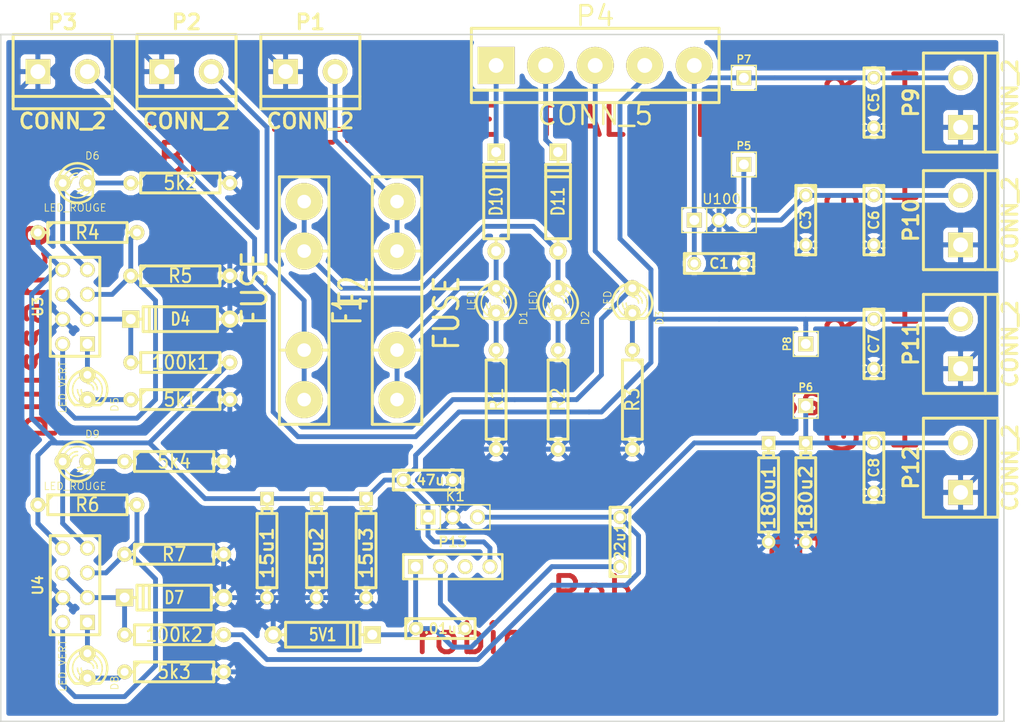
<source format=kicad_pcb>
(kicad_pcb (version 3) (host pcbnew "(2013-may-18)-stable")

  (general
    (links 105)
    (no_connects 0)
    (area 53.9725 149.8575 167.7844 228.040001)
    (thickness 1.6)
    (drawings 37)
    (tracks 262)
    (zones 0)
    (modules 58)
    (nets 30)
  )

  (page A3)
  (layers
    (15 F.Cu signal)
    (0 B.Cu signal)
    (16 B.Adhes user)
    (17 F.Adhes user)
    (18 B.Paste user)
    (19 F.Paste user)
    (20 B.SilkS user)
    (21 F.SilkS user)
    (22 B.Mask user)
    (23 F.Mask user)
    (24 Dwgs.User user)
    (25 Cmts.User user)
    (26 Eco1.User user)
    (27 Eco2.User user)
    (28 Edge.Cuts user)
  )

  (setup
    (last_trace_width 0.5)
    (trace_clearance 0.5)
    (zone_clearance 5)
    (zone_45_only no)
    (trace_min 0.5)
    (segment_width 0.2)
    (edge_width 0.15)
    (via_size 0.889)
    (via_drill 0.635)
    (via_min_size 0.889)
    (via_min_drill 0.508)
    (uvia_size 0.508)
    (uvia_drill 0.127)
    (uvias_allowed no)
    (uvia_min_size 0.508)
    (uvia_min_drill 0.127)
    (pcb_text_width 0.3)
    (pcb_text_size 1 1)
    (mod_edge_width 0.15)
    (mod_text_size 1 1)
    (mod_text_width 0.15)
    (pad_size 1.524 1.524)
    (pad_drill 1.016)
    (pad_to_mask_clearance 0)
    (aux_axis_origin 52.07 172.085)
    (visible_elements FFFFFFBF)
    (pcbplotparams
      (layerselection 3178497)
      (usegerberextensions true)
      (excludeedgelayer true)
      (linewidth 0.150000)
      (plotframeref false)
      (viasonmask false)
      (mode 1)
      (useauxorigin false)
      (hpglpennumber 1)
      (hpglpenspeed 20)
      (hpglpendiameter 15)
      (hpglpenoverlay 2)
      (psnegative false)
      (psa4output false)
      (plotreference true)
      (plotvalue true)
      (plotothertext true)
      (plotinvisibletext false)
      (padsonsilk false)
      (subtractmaskfromsilk false)
      (outputformat 1)
      (mirror false)
      (drillshape 0)
      (scaleselection 1)
      (outputdirectory ""))
  )

  (net 0 "")
  (net 1 /alim_elec)
  (net 2 /alim_elec_non_regul)
  (net 3 /alim_puissance_non_regul)
  (net 4 /alim_puissance_regul)
  (net 5 GND)
  (net 6 N-0000010)
  (net 7 N-0000011)
  (net 8 N-0000012)
  (net 9 N-0000013)
  (net 10 N-0000014)
  (net 11 N-0000015)
  (net 12 N-0000017)
  (net 13 N-0000018)
  (net 14 N-000002)
  (net 15 N-0000022)
  (net 16 N-0000023)
  (net 17 N-0000024)
  (net 18 N-0000025)
  (net 19 N-0000026)
  (net 20 N-0000027)
  (net 21 N-0000028)
  (net 22 N-0000029)
  (net 23 N-000003)
  (net 24 N-000004)
  (net 25 N-000005)
  (net 26 N-000006)
  (net 27 N-000007)
  (net 28 N-000008)
  (net 29 N-000009)

  (net_class Default "Ceci est la Netclass par défaut"
    (clearance 0.5)
    (trace_width 0.5)
    (via_dia 0.889)
    (via_drill 0.635)
    (uvia_dia 0.508)
    (uvia_drill 0.127)
    (add_net "")
    (add_net /alim_elec)
    (add_net /alim_elec_non_regul)
    (add_net /alim_puissance_non_regul)
    (add_net /alim_puissance_regul)
    (add_net GND)
    (add_net N-0000010)
    (add_net N-0000011)
    (add_net N-0000012)
    (add_net N-0000013)
    (add_net N-0000014)
    (add_net N-0000015)
    (add_net N-0000017)
    (add_net N-0000018)
    (add_net N-000002)
    (add_net N-0000022)
    (add_net N-0000023)
    (add_net N-0000024)
    (add_net N-0000025)
    (add_net N-0000026)
    (add_net N-0000027)
    (add_net N-0000028)
    (add_net N-0000029)
    (add_net N-000003)
    (add_net N-000004)
    (add_net N-000005)
    (add_net N-000006)
    (add_net N-000007)
    (add_net N-000008)
    (add_net N-000009)
  )

  (module pin_array_4x2 (layer F.Cu) (tedit 3FAB90E6) (tstamp 54EF3273)
    (at 70.485 213.995 90)
    (descr "Double rangee de contacts 2 x 4 pins")
    (tags CONN)
    (path /54DCD1A7)
    (fp_text reference U4 (at 0 -3.81 90) (layer F.SilkS)
      (effects (font (size 1.016 1.016) (thickness 0.2032)))
    )
    (fp_text value TL072 (at 0 3.81 90) (layer F.SilkS) hide
      (effects (font (size 1.016 1.016) (thickness 0.2032)))
    )
    (fp_line (start -5.08 -2.54) (end 5.08 -2.54) (layer F.SilkS) (width 0.3048))
    (fp_line (start 5.08 -2.54) (end 5.08 2.54) (layer F.SilkS) (width 0.3048))
    (fp_line (start 5.08 2.54) (end -5.08 2.54) (layer F.SilkS) (width 0.3048))
    (fp_line (start -5.08 2.54) (end -5.08 -2.54) (layer F.SilkS) (width 0.3048))
    (pad 1 thru_hole rect (at -3.81 1.27 90) (size 1.524 1.524) (drill 1.016)
      (layers *.Cu *.Mask F.SilkS)
      (net 26 N-000006)
    )
    (pad 2 thru_hole circle (at -3.81 -1.27 90) (size 1.524 1.524) (drill 1.016)
      (layers *.Cu *.Mask F.SilkS)
      (net 27 N-000007)
    )
    (pad 3 thru_hole circle (at -1.27 1.27 90) (size 1.524 1.524) (drill 1.016)
      (layers *.Cu *.Mask F.SilkS)
      (net 14 N-000002)
    )
    (pad 4 thru_hole circle (at -1.27 -1.27 90) (size 1.524 1.524) (drill 1.016)
      (layers *.Cu *.Mask F.SilkS)
      (net 5 GND)
    )
    (pad 5 thru_hole circle (at 1.27 1.27 90) (size 1.524 1.524) (drill 1.016)
      (layers *.Cu *.Mask F.SilkS)
      (net 27 N-000007)
    )
    (pad 6 thru_hole circle (at 1.27 -1.27 90) (size 1.524 1.524) (drill 1.016)
      (layers *.Cu *.Mask F.SilkS)
      (net 14 N-000002)
    )
    (pad 7 thru_hole circle (at 3.81 1.27 90) (size 1.524 1.524) (drill 1.016)
      (layers *.Cu *.Mask F.SilkS)
      (net 25 N-000005)
    )
    (pad 8 thru_hole circle (at 3.81 -1.27 90) (size 1.524 1.524) (drill 1.016)
      (layers *.Cu *.Mask F.SilkS)
      (net 3 /alim_puissance_non_regul)
    )
    (model pin_array/pins_array_4x2.wrl
      (at (xyz 0 0 0))
      (scale (xyz 1 1 1))
      (rotate (xyz 0 0 0))
    )
  )

  (module PIN_ARRAY_4x1 (layer F.Cu) (tedit 4C10F42E) (tstamp 54EAD78E)
    (at 109.22 212.09)
    (descr "Double rangee de contacts 2 x 5 pins")
    (tags CONN)
    (path /54DCDA56)
    (fp_text reference P13 (at 0 -2.54) (layer F.SilkS)
      (effects (font (size 1.016 1.016) (thickness 0.2032)))
    )
    (fp_text value CONN_4 (at 0 2.54) (layer F.SilkS) hide
      (effects (font (size 1.016 1.016) (thickness 0.2032)))
    )
    (fp_line (start 5.08 1.27) (end -5.08 1.27) (layer F.SilkS) (width 0.254))
    (fp_line (start 5.08 -1.27) (end -5.08 -1.27) (layer F.SilkS) (width 0.254))
    (fp_line (start -5.08 -1.27) (end -5.08 1.27) (layer F.SilkS) (width 0.254))
    (fp_line (start 5.08 1.27) (end 5.08 -1.27) (layer F.SilkS) (width 0.254))
    (pad 1 thru_hole rect (at -3.81 0) (size 1.524 1.524) (drill 1.016)
      (layers *.Cu *.Mask F.SilkS)
      (net 13 N-0000018)
    )
    (pad 2 thru_hole circle (at -1.27 0) (size 1.524 1.524) (drill 1.016)
      (layers *.Cu *.Mask F.SilkS)
      (net 12 N-0000017)
    )
    (pad 3 thru_hole circle (at 1.27 0) (size 1.524 1.524) (drill 1.016)
      (layers *.Cu *.Mask F.SilkS)
    )
    (pad 4 thru_hole circle (at 3.81 0) (size 1.524 1.524) (drill 1.016)
      (layers *.Cu *.Mask F.SilkS)
      (net 3 /alim_puissance_non_regul)
    )
    (model pin_array\pins_array_4x1.wrl
      (at (xyz 0 0 0))
      (scale (xyz 1 1 1))
      (rotate (xyz 0 0 0))
    )
  )

  (module PIN_ARRAY_3X1 (layer F.Cu) (tedit 4C1130E0) (tstamp 54EAD7A6)
    (at 109.22 207.01)
    (descr "Connecteur 3 pins")
    (tags "CONN DEV")
    (path /54DCDA47)
    (fp_text reference K1 (at 0.254 -2.159) (layer F.SilkS)
      (effects (font (size 1.016 1.016) (thickness 0.1524)))
    )
    (fp_text value CONN_3 (at 0 -2.159) (layer F.SilkS) hide
      (effects (font (size 1.016 1.016) (thickness 0.1524)))
    )
    (fp_line (start -3.81 1.27) (end -3.81 -1.27) (layer F.SilkS) (width 0.1524))
    (fp_line (start -3.81 -1.27) (end 3.81 -1.27) (layer F.SilkS) (width 0.1524))
    (fp_line (start 3.81 -1.27) (end 3.81 1.27) (layer F.SilkS) (width 0.1524))
    (fp_line (start 3.81 1.27) (end -3.81 1.27) (layer F.SilkS) (width 0.1524))
    (fp_line (start -1.27 -1.27) (end -1.27 1.27) (layer F.SilkS) (width 0.1524))
    (pad 1 thru_hole rect (at -2.54 0) (size 1.524 1.524) (drill 1.016)
      (layers *.Cu *.Mask F.SilkS)
      (net 3 /alim_puissance_non_regul)
    )
    (pad 2 thru_hole circle (at 0 0) (size 1.524 1.524) (drill 1.016)
      (layers *.Cu *.Mask F.SilkS)
      (net 5 GND)
    )
    (pad 3 thru_hole circle (at 2.54 0) (size 1.524 1.524) (drill 1.016)
      (layers *.Cu *.Mask F.SilkS)
      (net 4 /alim_puissance_regul)
    )
    (model pin_array/pins_array_3x1.wrl
      (at (xyz 0 0 0))
      (scale (xyz 1 1 1))
      (rotate (xyz 0 0 0))
    )
  )

  (module PIN_ARRAY_1 (layer F.Cu) (tedit 4E4E744E) (tstamp 54EDDC5B)
    (at 145.415 189.23 90)
    (descr "1 pin")
    (tags "CONN DEV")
    (path /54DCD53E)
    (fp_text reference P8 (at 0 -1.905 90) (layer F.SilkS)
      (effects (font (size 0.762 0.762) (thickness 0.1524)))
    )
    (fp_text value CONN_1 (at 0 -1.905 90) (layer F.SilkS) hide
      (effects (font (size 0.762 0.762) (thickness 0.1524)))
    )
    (fp_line (start 1.27 1.27) (end -1.27 1.27) (layer F.SilkS) (width 0.1524))
    (fp_line (start -1.27 -1.27) (end 1.27 -1.27) (layer F.SilkS) (width 0.1524))
    (fp_line (start -1.27 1.27) (end -1.27 -1.27) (layer F.SilkS) (width 0.1524))
    (fp_line (start 1.27 -1.27) (end 1.27 1.27) (layer F.SilkS) (width 0.1524))
    (pad 1 thru_hole rect (at 0 0 90) (size 1.524 1.524) (drill 1.016)
      (layers *.Cu *.Mask F.SilkS)
      (net 3 /alim_puissance_non_regul)
    )
    (model pin_array\pin_1.wrl
      (at (xyz 0 0 0))
      (scale (xyz 1 1 1))
      (rotate (xyz 0 0 0))
    )
  )

  (module PIN_ARRAY_1 (layer F.Cu) (tedit 4E4E744E) (tstamp 54EAD7FE)
    (at 139.065 161.925)
    (descr "1 pin")
    (tags "CONN DEV")
    (path /54DCD52F)
    (fp_text reference P7 (at 0 -1.905) (layer F.SilkS)
      (effects (font (size 0.762 0.762) (thickness 0.1524)))
    )
    (fp_text value CONN_1 (at 0 -1.905) (layer F.SilkS) hide
      (effects (font (size 0.762 0.762) (thickness 0.1524)))
    )
    (fp_line (start 1.27 1.27) (end -1.27 1.27) (layer F.SilkS) (width 0.1524))
    (fp_line (start -1.27 -1.27) (end 1.27 -1.27) (layer F.SilkS) (width 0.1524))
    (fp_line (start -1.27 1.27) (end -1.27 -1.27) (layer F.SilkS) (width 0.1524))
    (fp_line (start 1.27 -1.27) (end 1.27 1.27) (layer F.SilkS) (width 0.1524))
    (pad 1 thru_hole rect (at 0 0) (size 1.524 1.524) (drill 1.016)
      (layers *.Cu *.Mask F.SilkS)
      (net 2 /alim_elec_non_regul)
    )
    (model pin_array\pin_1.wrl
      (at (xyz 0 0 0))
      (scale (xyz 1 1 1))
      (rotate (xyz 0 0 0))
    )
  )

  (module PIN_ARRAY_1 (layer F.Cu) (tedit 4E4E744E) (tstamp 54EAD807)
    (at 145.415 195.58)
    (descr "1 pin")
    (tags "CONN DEV")
    (path /54D398BC)
    (fp_text reference P6 (at 0 -1.905) (layer F.SilkS)
      (effects (font (size 0.762 0.762) (thickness 0.1524)))
    )
    (fp_text value CONN_1 (at 0 -1.905) (layer F.SilkS) hide
      (effects (font (size 0.762 0.762) (thickness 0.1524)))
    )
    (fp_line (start 1.27 1.27) (end -1.27 1.27) (layer F.SilkS) (width 0.1524))
    (fp_line (start -1.27 -1.27) (end 1.27 -1.27) (layer F.SilkS) (width 0.1524))
    (fp_line (start -1.27 1.27) (end -1.27 -1.27) (layer F.SilkS) (width 0.1524))
    (fp_line (start 1.27 -1.27) (end 1.27 1.27) (layer F.SilkS) (width 0.1524))
    (pad 1 thru_hole rect (at 0 0) (size 1.524 1.524) (drill 1.016)
      (layers *.Cu *.Mask F.SilkS)
      (net 4 /alim_puissance_regul)
    )
    (model pin_array\pin_1.wrl
      (at (xyz 0 0 0))
      (scale (xyz 1 1 1))
      (rotate (xyz 0 0 0))
    )
  )

  (module PIN_ARRAY_1 (layer F.Cu) (tedit 4E4E744E) (tstamp 54EAD810)
    (at 139.065 170.815)
    (descr "1 pin")
    (tags "CONN DEV")
    (path /54D398AD)
    (fp_text reference P5 (at 0 -1.905) (layer F.SilkS)
      (effects (font (size 0.762 0.762) (thickness 0.1524)))
    )
    (fp_text value CONN_1 (at 0 -1.905) (layer F.SilkS) hide
      (effects (font (size 0.762 0.762) (thickness 0.1524)))
    )
    (fp_line (start 1.27 1.27) (end -1.27 1.27) (layer F.SilkS) (width 0.1524))
    (fp_line (start -1.27 -1.27) (end 1.27 -1.27) (layer F.SilkS) (width 0.1524))
    (fp_line (start -1.27 1.27) (end -1.27 -1.27) (layer F.SilkS) (width 0.1524))
    (fp_line (start 1.27 -1.27) (end 1.27 1.27) (layer F.SilkS) (width 0.1524))
    (pad 1 thru_hole rect (at 0 0) (size 1.524 1.524) (drill 1.016)
      (layers *.Cu *.Mask F.SilkS)
      (net 1 /alim_elec)
    )
    (model pin_array\pin_1.wrl
      (at (xyz 0 0 0))
      (scale (xyz 1 1 1))
      (rotate (xyz 0 0 0))
    )
  )

  (module CP4 (layer F.Cu) (tedit 200000) (tstamp 54EAD8D9)
    (at 90.17 210.185 270)
    (descr "Condensateur polarise")
    (tags CP)
    (path /54DCDC6C)
    (fp_text reference 15u1 (at 0.508 0 270) (layer F.SilkS)
      (effects (font (size 1.27 1.397) (thickness 0.254)))
    )
    (fp_text value CP1 (at 0.508 0 270) (layer F.SilkS) hide
      (effects (font (size 1.27 1.143) (thickness 0.254)))
    )
    (fp_line (start 5.08 0) (end 4.064 0) (layer F.SilkS) (width 0.3048))
    (fp_line (start 4.064 0) (end 4.064 1.016) (layer F.SilkS) (width 0.3048))
    (fp_line (start 4.064 1.016) (end -3.556 1.016) (layer F.SilkS) (width 0.3048))
    (fp_line (start -3.556 1.016) (end -3.556 -1.016) (layer F.SilkS) (width 0.3048))
    (fp_line (start -3.556 -1.016) (end 4.064 -1.016) (layer F.SilkS) (width 0.3048))
    (fp_line (start 4.064 -1.016) (end 4.064 0) (layer F.SilkS) (width 0.3048))
    (fp_line (start -5.08 0) (end -4.064 0) (layer F.SilkS) (width 0.3048))
    (fp_line (start -3.556 0.508) (end -4.064 0.508) (layer F.SilkS) (width 0.3048))
    (fp_line (start -4.064 0.508) (end -4.064 -0.508) (layer F.SilkS) (width 0.3048))
    (fp_line (start -4.064 -0.508) (end -3.556 -0.508) (layer F.SilkS) (width 0.3048))
    (pad 1 thru_hole rect (at -5.08 0 270) (size 1.397 1.397) (drill 0.8128)
      (layers *.Cu *.Mask F.SilkS)
      (net 3 /alim_puissance_non_regul)
    )
    (pad 2 thru_hole circle (at 5.08 0 270) (size 1.397 1.397) (drill 0.8128)
      (layers *.Cu *.Mask F.SilkS)
      (net 5 GND)
    )
    (model discret/c_pol.wrl
      (at (xyz 0 0 0))
      (scale (xyz 0.4 0.4 0.4))
      (rotate (xyz 0 0 0))
    )
  )

  (module CP4 (layer F.Cu) (tedit 200000) (tstamp 54EAD8E9)
    (at 95.25 210.185 270)
    (descr "Condensateur polarise")
    (tags CP)
    (path /54DCDC7B)
    (fp_text reference 15u2 (at 0.508 0 270) (layer F.SilkS)
      (effects (font (size 1.27 1.397) (thickness 0.254)))
    )
    (fp_text value CP1 (at 0.508 0 270) (layer F.SilkS) hide
      (effects (font (size 1.27 1.143) (thickness 0.254)))
    )
    (fp_line (start 5.08 0) (end 4.064 0) (layer F.SilkS) (width 0.3048))
    (fp_line (start 4.064 0) (end 4.064 1.016) (layer F.SilkS) (width 0.3048))
    (fp_line (start 4.064 1.016) (end -3.556 1.016) (layer F.SilkS) (width 0.3048))
    (fp_line (start -3.556 1.016) (end -3.556 -1.016) (layer F.SilkS) (width 0.3048))
    (fp_line (start -3.556 -1.016) (end 4.064 -1.016) (layer F.SilkS) (width 0.3048))
    (fp_line (start 4.064 -1.016) (end 4.064 0) (layer F.SilkS) (width 0.3048))
    (fp_line (start -5.08 0) (end -4.064 0) (layer F.SilkS) (width 0.3048))
    (fp_line (start -3.556 0.508) (end -4.064 0.508) (layer F.SilkS) (width 0.3048))
    (fp_line (start -4.064 0.508) (end -4.064 -0.508) (layer F.SilkS) (width 0.3048))
    (fp_line (start -4.064 -0.508) (end -3.556 -0.508) (layer F.SilkS) (width 0.3048))
    (pad 1 thru_hole rect (at -5.08 0 270) (size 1.397 1.397) (drill 0.8128)
      (layers *.Cu *.Mask F.SilkS)
      (net 3 /alim_puissance_non_regul)
    )
    (pad 2 thru_hole circle (at 5.08 0 270) (size 1.397 1.397) (drill 0.8128)
      (layers *.Cu *.Mask F.SilkS)
      (net 5 GND)
    )
    (model discret/c_pol.wrl
      (at (xyz 0 0 0))
      (scale (xyz 0.4 0.4 0.4))
      (rotate (xyz 0 0 0))
    )
  )

  (module CP4 (layer F.Cu) (tedit 200000) (tstamp 54EAD8F9)
    (at 100.33 210.185 270)
    (descr "Condensateur polarise")
    (tags CP)
    (path /54DCDC8A)
    (fp_text reference 15u3 (at 0.508 0 270) (layer F.SilkS)
      (effects (font (size 1.27 1.397) (thickness 0.254)))
    )
    (fp_text value CP1 (at 0.508 0 270) (layer F.SilkS) hide
      (effects (font (size 1.27 1.143) (thickness 0.254)))
    )
    (fp_line (start 5.08 0) (end 4.064 0) (layer F.SilkS) (width 0.3048))
    (fp_line (start 4.064 0) (end 4.064 1.016) (layer F.SilkS) (width 0.3048))
    (fp_line (start 4.064 1.016) (end -3.556 1.016) (layer F.SilkS) (width 0.3048))
    (fp_line (start -3.556 1.016) (end -3.556 -1.016) (layer F.SilkS) (width 0.3048))
    (fp_line (start -3.556 -1.016) (end 4.064 -1.016) (layer F.SilkS) (width 0.3048))
    (fp_line (start 4.064 -1.016) (end 4.064 0) (layer F.SilkS) (width 0.3048))
    (fp_line (start -5.08 0) (end -4.064 0) (layer F.SilkS) (width 0.3048))
    (fp_line (start -3.556 0.508) (end -4.064 0.508) (layer F.SilkS) (width 0.3048))
    (fp_line (start -4.064 0.508) (end -4.064 -0.508) (layer F.SilkS) (width 0.3048))
    (fp_line (start -4.064 -0.508) (end -3.556 -0.508) (layer F.SilkS) (width 0.3048))
    (pad 1 thru_hole rect (at -5.08 0 270) (size 1.397 1.397) (drill 0.8128)
      (layers *.Cu *.Mask F.SilkS)
      (net 3 /alim_puissance_non_regul)
    )
    (pad 2 thru_hole circle (at 5.08 0 270) (size 1.397 1.397) (drill 0.8128)
      (layers *.Cu *.Mask F.SilkS)
      (net 5 GND)
    )
    (model discret/c_pol.wrl
      (at (xyz 0 0 0))
      (scale (xyz 0.4 0.4 0.4))
      (rotate (xyz 0 0 0))
    )
  )

  (module CP4 (layer F.Cu) (tedit 200000) (tstamp 54EAD909)
    (at 141.605 204.47 270)
    (descr "Condensateur polarise")
    (tags CP)
    (path /54DCE54F)
    (fp_text reference 180u1 (at 0.508 0 270) (layer F.SilkS)
      (effects (font (size 1.27 1.397) (thickness 0.254)))
    )
    (fp_text value CP1 (at 0.508 0 270) (layer F.SilkS) hide
      (effects (font (size 1.27 1.143) (thickness 0.254)))
    )
    (fp_line (start 5.08 0) (end 4.064 0) (layer F.SilkS) (width 0.3048))
    (fp_line (start 4.064 0) (end 4.064 1.016) (layer F.SilkS) (width 0.3048))
    (fp_line (start 4.064 1.016) (end -3.556 1.016) (layer F.SilkS) (width 0.3048))
    (fp_line (start -3.556 1.016) (end -3.556 -1.016) (layer F.SilkS) (width 0.3048))
    (fp_line (start -3.556 -1.016) (end 4.064 -1.016) (layer F.SilkS) (width 0.3048))
    (fp_line (start 4.064 -1.016) (end 4.064 0) (layer F.SilkS) (width 0.3048))
    (fp_line (start -5.08 0) (end -4.064 0) (layer F.SilkS) (width 0.3048))
    (fp_line (start -3.556 0.508) (end -4.064 0.508) (layer F.SilkS) (width 0.3048))
    (fp_line (start -4.064 0.508) (end -4.064 -0.508) (layer F.SilkS) (width 0.3048))
    (fp_line (start -4.064 -0.508) (end -3.556 -0.508) (layer F.SilkS) (width 0.3048))
    (pad 1 thru_hole rect (at -5.08 0 270) (size 1.397 1.397) (drill 0.8128)
      (layers *.Cu *.Mask F.SilkS)
      (net 4 /alim_puissance_regul)
    )
    (pad 2 thru_hole circle (at 5.08 0 270) (size 1.397 1.397) (drill 0.8128)
      (layers *.Cu *.Mask F.SilkS)
      (net 5 GND)
    )
    (model discret/c_pol.wrl
      (at (xyz 0 0 0))
      (scale (xyz 0.4 0.4 0.4))
      (rotate (xyz 0 0 0))
    )
  )

  (module CP4 (layer F.Cu) (tedit 200000) (tstamp 54EAD919)
    (at 145.415 204.47 270)
    (descr "Condensateur polarise")
    (tags CP)
    (path /54DCE55E)
    (fp_text reference 180u2 (at 0.508 0 270) (layer F.SilkS)
      (effects (font (size 1.27 1.397) (thickness 0.254)))
    )
    (fp_text value CP1 (at 0.508 0 270) (layer F.SilkS) hide
      (effects (font (size 1.27 1.143) (thickness 0.254)))
    )
    (fp_line (start 5.08 0) (end 4.064 0) (layer F.SilkS) (width 0.3048))
    (fp_line (start 4.064 0) (end 4.064 1.016) (layer F.SilkS) (width 0.3048))
    (fp_line (start 4.064 1.016) (end -3.556 1.016) (layer F.SilkS) (width 0.3048))
    (fp_line (start -3.556 1.016) (end -3.556 -1.016) (layer F.SilkS) (width 0.3048))
    (fp_line (start -3.556 -1.016) (end 4.064 -1.016) (layer F.SilkS) (width 0.3048))
    (fp_line (start 4.064 -1.016) (end 4.064 0) (layer F.SilkS) (width 0.3048))
    (fp_line (start -5.08 0) (end -4.064 0) (layer F.SilkS) (width 0.3048))
    (fp_line (start -3.556 0.508) (end -4.064 0.508) (layer F.SilkS) (width 0.3048))
    (fp_line (start -4.064 0.508) (end -4.064 -0.508) (layer F.SilkS) (width 0.3048))
    (fp_line (start -4.064 -0.508) (end -3.556 -0.508) (layer F.SilkS) (width 0.3048))
    (pad 1 thru_hole rect (at -5.08 0 270) (size 1.397 1.397) (drill 0.8128)
      (layers *.Cu *.Mask F.SilkS)
      (net 4 /alim_puissance_regul)
    )
    (pad 2 thru_hole circle (at 5.08 0 270) (size 1.397 1.397) (drill 0.8128)
      (layers *.Cu *.Mask F.SilkS)
      (net 5 GND)
    )
    (model discret/c_pol.wrl
      (at (xyz 0 0 0))
      (scale (xyz 0.4 0.4 0.4))
      (rotate (xyz 0 0 0))
    )
  )

  (module bornier5 (layer F.Cu) (tedit 4718A77C) (tstamp 54EAD762)
    (at 123.825 160.655)
    (descr "Bornier d'alimentation 4 pins")
    (tags DEV)
    (path /54D393A0)
    (fp_text reference P4 (at 0 -5.08) (layer F.SilkS)
      (effects (font (size 2.032 2.032) (thickness 0.254)))
    )
    (fp_text value CONN_5 (at 0 5.08) (layer F.SilkS)
      (effects (font (size 2.032 2.032) (thickness 0.254)))
    )
    (fp_line (start -12.7 3.81) (end 12.7 3.81) (layer F.SilkS) (width 0.3048))
    (fp_line (start -12.7 2.54) (end 12.7 2.54) (layer F.SilkS) (width 0.3048))
    (fp_line (start -12.7 -3.81) (end 12.7 -3.81) (layer F.SilkS) (width 0.3048))
    (fp_line (start 12.7 -3.81) (end 12.7 3.81) (layer F.SilkS) (width 0.3048))
    (fp_line (start -12.7 -3.81) (end -12.7 3.81) (layer F.SilkS) (width 0.3048))
    (pad 2 thru_hole circle (at -5.08 0) (size 3.81 3.81) (drill 1.524)
      (layers *.Cu *.Mask F.SilkS)
      (net 10 N-0000014)
    )
    (pad 3 thru_hole circle (at 0 0) (size 3.81 3.81) (drill 1.524)
      (layers *.Cu *.Mask F.SilkS)
      (net 22 N-0000029)
    )
    (pad 1 thru_hole rect (at -10.16 0) (size 3.81 3.81) (drill 1.524)
      (layers *.Cu *.Mask F.SilkS)
      (net 11 N-0000015)
    )
    (pad 4 thru_hole circle (at 5.08 0) (size 3.81 3.81) (drill 1.524)
      (layers *.Cu *.Mask F.SilkS)
      (net 3 /alim_puissance_non_regul)
    )
    (pad 5 thru_hole circle (at 10.16 0) (size 3.81 3.81) (drill 1.524)
      (layers *.Cu *.Mask F.SilkS)
      (net 2 /alim_elec_non_regul)
    )
    (model device/bornier_5.wrl
      (at (xyz 0 0 0))
      (scale (xyz 1 1 1))
      (rotate (xyz 0 0 0))
    )
  )

  (module bornier2 (layer F.Cu) (tedit 3EC0ED69) (tstamp 54EAD7B0)
    (at 81.915 161.29)
    (descr "Bornier d'alimentation 2 pins")
    (tags DEV)
    (path /54D38FD9)
    (fp_text reference P2 (at 0 -5.08) (layer F.SilkS)
      (effects (font (size 1.524 1.524) (thickness 0.3048)))
    )
    (fp_text value CONN_2 (at 0 5.08) (layer F.SilkS)
      (effects (font (size 1.524 1.524) (thickness 0.3048)))
    )
    (fp_line (start 5.08 2.54) (end -5.08 2.54) (layer F.SilkS) (width 0.3048))
    (fp_line (start 5.08 3.81) (end 5.08 -3.81) (layer F.SilkS) (width 0.3048))
    (fp_line (start 5.08 -3.81) (end -5.08 -3.81) (layer F.SilkS) (width 0.3048))
    (fp_line (start -5.08 -3.81) (end -5.08 3.81) (layer F.SilkS) (width 0.3048))
    (fp_line (start -5.08 3.81) (end 5.08 3.81) (layer F.SilkS) (width 0.3048))
    (pad 1 thru_hole rect (at -2.54 0) (size 2.54 2.54) (drill 1.524)
      (layers *.Cu *.Mask F.SilkS)
      (net 5 GND)
    )
    (pad 2 thru_hole circle (at 2.54 0) (size 2.54 2.54) (drill 1.524)
      (layers *.Cu *.Mask F.SilkS)
      (net 21 N-0000028)
    )
    (model device/bornier_2.wrl
      (at (xyz 0 0 0))
      (scale (xyz 1 1 1))
      (rotate (xyz 0 0 0))
    )
  )

  (module bornier2 (layer F.Cu) (tedit 3EC0ED69) (tstamp 54EAD7BA)
    (at 161.29 201.93 90)
    (descr "Bornier d'alimentation 2 pins")
    (tags DEV)
    (path /54DCC749)
    (fp_text reference P12 (at 0 -5.08 90) (layer F.SilkS)
      (effects (font (size 1.524 1.524) (thickness 0.3048)))
    )
    (fp_text value CONN_2 (at 0 5.08 90) (layer F.SilkS)
      (effects (font (size 1.524 1.524) (thickness 0.3048)))
    )
    (fp_line (start 5.08 2.54) (end -5.08 2.54) (layer F.SilkS) (width 0.3048))
    (fp_line (start 5.08 3.81) (end 5.08 -3.81) (layer F.SilkS) (width 0.3048))
    (fp_line (start 5.08 -3.81) (end -5.08 -3.81) (layer F.SilkS) (width 0.3048))
    (fp_line (start -5.08 -3.81) (end -5.08 3.81) (layer F.SilkS) (width 0.3048))
    (fp_line (start -5.08 3.81) (end 5.08 3.81) (layer F.SilkS) (width 0.3048))
    (pad 1 thru_hole rect (at -2.54 0 90) (size 2.54 2.54) (drill 1.524)
      (layers *.Cu *.Mask F.SilkS)
      (net 5 GND)
    )
    (pad 2 thru_hole circle (at 2.54 0 90) (size 2.54 2.54) (drill 1.524)
      (layers *.Cu *.Mask F.SilkS)
      (net 4 /alim_puissance_regul)
    )
    (model device/bornier_2.wrl
      (at (xyz 0 0 0))
      (scale (xyz 1 1 1))
      (rotate (xyz 0 0 0))
    )
  )

  (module bornier2 (layer F.Cu) (tedit 3EC0ED69) (tstamp 54EAD7C4)
    (at 161.29 189.23 90)
    (descr "Bornier d'alimentation 2 pins")
    (tags DEV)
    (path /54DCC73A)
    (fp_text reference P11 (at 0 -5.08 90) (layer F.SilkS)
      (effects (font (size 1.524 1.524) (thickness 0.3048)))
    )
    (fp_text value CONN_2 (at 0 5.08 90) (layer F.SilkS)
      (effects (font (size 1.524 1.524) (thickness 0.3048)))
    )
    (fp_line (start 5.08 2.54) (end -5.08 2.54) (layer F.SilkS) (width 0.3048))
    (fp_line (start 5.08 3.81) (end 5.08 -3.81) (layer F.SilkS) (width 0.3048))
    (fp_line (start 5.08 -3.81) (end -5.08 -3.81) (layer F.SilkS) (width 0.3048))
    (fp_line (start -5.08 -3.81) (end -5.08 3.81) (layer F.SilkS) (width 0.3048))
    (fp_line (start -5.08 3.81) (end 5.08 3.81) (layer F.SilkS) (width 0.3048))
    (pad 1 thru_hole rect (at -2.54 0 90) (size 2.54 2.54) (drill 1.524)
      (layers *.Cu *.Mask F.SilkS)
      (net 5 GND)
    )
    (pad 2 thru_hole circle (at 2.54 0 90) (size 2.54 2.54) (drill 1.524)
      (layers *.Cu *.Mask F.SilkS)
      (net 3 /alim_puissance_non_regul)
    )
    (model device/bornier_2.wrl
      (at (xyz 0 0 0))
      (scale (xyz 1 1 1))
      (rotate (xyz 0 0 0))
    )
  )

  (module bornier2 (layer F.Cu) (tedit 3EC0ED69) (tstamp 54EAD7CE)
    (at 161.29 176.53 90)
    (descr "Bornier d'alimentation 2 pins")
    (tags DEV)
    (path /54DCC72B)
    (fp_text reference P10 (at 0 -5.08 90) (layer F.SilkS)
      (effects (font (size 1.524 1.524) (thickness 0.3048)))
    )
    (fp_text value CONN_2 (at 0 5.08 90) (layer F.SilkS)
      (effects (font (size 1.524 1.524) (thickness 0.3048)))
    )
    (fp_line (start 5.08 2.54) (end -5.08 2.54) (layer F.SilkS) (width 0.3048))
    (fp_line (start 5.08 3.81) (end 5.08 -3.81) (layer F.SilkS) (width 0.3048))
    (fp_line (start 5.08 -3.81) (end -5.08 -3.81) (layer F.SilkS) (width 0.3048))
    (fp_line (start -5.08 -3.81) (end -5.08 3.81) (layer F.SilkS) (width 0.3048))
    (fp_line (start -5.08 3.81) (end 5.08 3.81) (layer F.SilkS) (width 0.3048))
    (pad 1 thru_hole rect (at -2.54 0 90) (size 2.54 2.54) (drill 1.524)
      (layers *.Cu *.Mask F.SilkS)
      (net 5 GND)
    )
    (pad 2 thru_hole circle (at 2.54 0 90) (size 2.54 2.54) (drill 1.524)
      (layers *.Cu *.Mask F.SilkS)
      (net 1 /alim_elec)
    )
    (model device/bornier_2.wrl
      (at (xyz 0 0 0))
      (scale (xyz 1 1 1))
      (rotate (xyz 0 0 0))
    )
  )

  (module bornier2 (layer F.Cu) (tedit 3EC0ED69) (tstamp 54EAD7D8)
    (at 161.29 164.465 90)
    (descr "Bornier d'alimentation 2 pins")
    (tags DEV)
    (path /54DCC576)
    (fp_text reference P9 (at 0 -5.08 90) (layer F.SilkS)
      (effects (font (size 1.524 1.524) (thickness 0.3048)))
    )
    (fp_text value CONN_2 (at 0 5.08 90) (layer F.SilkS)
      (effects (font (size 1.524 1.524) (thickness 0.3048)))
    )
    (fp_line (start 5.08 2.54) (end -5.08 2.54) (layer F.SilkS) (width 0.3048))
    (fp_line (start 5.08 3.81) (end 5.08 -3.81) (layer F.SilkS) (width 0.3048))
    (fp_line (start 5.08 -3.81) (end -5.08 -3.81) (layer F.SilkS) (width 0.3048))
    (fp_line (start -5.08 -3.81) (end -5.08 3.81) (layer F.SilkS) (width 0.3048))
    (fp_line (start -5.08 3.81) (end 5.08 3.81) (layer F.SilkS) (width 0.3048))
    (pad 1 thru_hole rect (at -2.54 0 90) (size 2.54 2.54) (drill 1.524)
      (layers *.Cu *.Mask F.SilkS)
      (net 5 GND)
    )
    (pad 2 thru_hole circle (at 2.54 0 90) (size 2.54 2.54) (drill 1.524)
      (layers *.Cu *.Mask F.SilkS)
      (net 2 /alim_elec_non_regul)
    )
    (model device/bornier_2.wrl
      (at (xyz 0 0 0))
      (scale (xyz 1 1 1))
      (rotate (xyz 0 0 0))
    )
  )

  (module bornier2 (layer F.Cu) (tedit 3EC0ED69) (tstamp 54EAD7E2)
    (at 94.615 161.29)
    (descr "Bornier d'alimentation 2 pins")
    (tags DEV)
    (path /54D38FCA)
    (fp_text reference P1 (at 0 -5.08) (layer F.SilkS)
      (effects (font (size 1.524 1.524) (thickness 0.3048)))
    )
    (fp_text value CONN_2 (at 0 5.08) (layer F.SilkS)
      (effects (font (size 1.524 1.524) (thickness 0.3048)))
    )
    (fp_line (start 5.08 2.54) (end -5.08 2.54) (layer F.SilkS) (width 0.3048))
    (fp_line (start 5.08 3.81) (end 5.08 -3.81) (layer F.SilkS) (width 0.3048))
    (fp_line (start 5.08 -3.81) (end -5.08 -3.81) (layer F.SilkS) (width 0.3048))
    (fp_line (start -5.08 -3.81) (end -5.08 3.81) (layer F.SilkS) (width 0.3048))
    (fp_line (start -5.08 3.81) (end 5.08 3.81) (layer F.SilkS) (width 0.3048))
    (pad 1 thru_hole rect (at -2.54 0) (size 2.54 2.54) (drill 1.524)
      (layers *.Cu *.Mask F.SilkS)
      (net 5 GND)
    )
    (pad 2 thru_hole circle (at 2.54 0) (size 2.54 2.54) (drill 1.524)
      (layers *.Cu *.Mask F.SilkS)
      (net 20 N-0000027)
    )
    (model device/bornier_2.wrl
      (at (xyz 0 0 0))
      (scale (xyz 1 1 1))
      (rotate (xyz 0 0 0))
    )
  )

  (module bornier2 (layer F.Cu) (tedit 3EC0ED69) (tstamp 54EAD7EC)
    (at 69.215 161.29)
    (descr "Bornier d'alimentation 2 pins")
    (tags DEV)
    (path /54D38FE8)
    (fp_text reference P3 (at 0 -5.08) (layer F.SilkS)
      (effects (font (size 1.524 1.524) (thickness 0.3048)))
    )
    (fp_text value CONN_2 (at 0 5.08) (layer F.SilkS)
      (effects (font (size 1.524 1.524) (thickness 0.3048)))
    )
    (fp_line (start 5.08 2.54) (end -5.08 2.54) (layer F.SilkS) (width 0.3048))
    (fp_line (start 5.08 3.81) (end 5.08 -3.81) (layer F.SilkS) (width 0.3048))
    (fp_line (start 5.08 -3.81) (end -5.08 -3.81) (layer F.SilkS) (width 0.3048))
    (fp_line (start -5.08 -3.81) (end -5.08 3.81) (layer F.SilkS) (width 0.3048))
    (fp_line (start -5.08 3.81) (end 5.08 3.81) (layer F.SilkS) (width 0.3048))
    (pad 1 thru_hole rect (at -2.54 0) (size 2.54 2.54) (drill 1.524)
      (layers *.Cu *.Mask F.SilkS)
      (net 5 GND)
    )
    (pad 2 thru_hole circle (at 2.54 0) (size 2.54 2.54) (drill 1.524)
      (layers *.Cu *.Mask F.SilkS)
      (net 22 N-0000029)
    )
    (model device/bornier_2.wrl
      (at (xyz 0 0 0))
      (scale (xyz 1 1 1))
      (rotate (xyz 0 0 0))
    )
  )

  (module FUSE5-20 (layer F.Cu) (tedit 40C496F0) (tstamp 54EF3DCF)
    (at 103.505 184.785 270)
    (descr "Support fusible 5 x 20")
    (tags DEV)
    (path /54D3A1D7)
    (fp_text reference F1 (at 1.016 5.08 270) (layer F.SilkS)
      (effects (font (size 2.83464 1.59512) (thickness 0.3048)))
    )
    (fp_text value FUSE (at 1.27 -5.08 270) (layer F.SilkS)
      (effects (font (size 2.54 2.032) (thickness 0.3048)))
    )
    (fp_line (start -12.7 -2.54) (end 12.7 -2.54) (layer F.SilkS) (width 0.3048))
    (fp_line (start 12.7 -2.54) (end 12.7 2.54) (layer F.SilkS) (width 0.3048))
    (fp_line (start 12.7 2.54) (end -12.7 2.54) (layer F.SilkS) (width 0.3048))
    (fp_line (start -12.7 2.54) (end -12.7 -2.54) (layer F.SilkS) (width 0.3048))
    (fp_line (start -5.08 -2.54) (end -5.08 2.54) (layer F.SilkS) (width 0.3048))
    (fp_line (start 5.08 -2.54) (end 5.08 2.54) (layer F.SilkS) (width 0.3048))
    (pad 1 thru_hole circle (at -10.16 0 270) (size 3.81 3.81) (drill 1.397)
      (layers *.Cu *.Mask F.SilkS)
      (net 20 N-0000027)
    )
    (pad 1 thru_hole circle (at -5.08 0 270) (size 3.81 3.81) (drill 1.397)
      (layers *.Cu *.Mask F.SilkS)
      (net 20 N-0000027)
    )
    (pad 2 thru_hole circle (at 5.08 0 270) (size 3.81 3.81) (drill 1.397)
      (layers *.Cu *.Mask F.SilkS)
      (net 16 N-0000023)
    )
    (pad 2 thru_hole circle (at 10.16 0 270) (size 3.81 3.81) (drill 1.397)
      (layers *.Cu *.Mask F.SilkS)
      (net 16 N-0000023)
    )
  )

  (module FUSE5-20 (layer F.Cu) (tedit 40C496F0) (tstamp 54EAD985)
    (at 93.98 184.785 90)
    (descr "Support fusible 5 x 20")
    (tags DEV)
    (path /54D3A218)
    (fp_text reference F2 (at 1.016 5.08 90) (layer F.SilkS)
      (effects (font (size 2.83464 1.59512) (thickness 0.3048)))
    )
    (fp_text value FUSE (at 1.27 -5.08 90) (layer F.SilkS)
      (effects (font (size 2.54 2.032) (thickness 0.3048)))
    )
    (fp_line (start -12.7 -2.54) (end 12.7 -2.54) (layer F.SilkS) (width 0.3048))
    (fp_line (start 12.7 -2.54) (end 12.7 2.54) (layer F.SilkS) (width 0.3048))
    (fp_line (start 12.7 2.54) (end -12.7 2.54) (layer F.SilkS) (width 0.3048))
    (fp_line (start -12.7 2.54) (end -12.7 -2.54) (layer F.SilkS) (width 0.3048))
    (fp_line (start -5.08 -2.54) (end -5.08 2.54) (layer F.SilkS) (width 0.3048))
    (fp_line (start 5.08 -2.54) (end 5.08 2.54) (layer F.SilkS) (width 0.3048))
    (pad 1 thru_hole circle (at -10.16 0 90) (size 3.81 3.81) (drill 1.397)
      (layers *.Cu *.Mask F.SilkS)
      (net 21 N-0000028)
    )
    (pad 1 thru_hole circle (at -5.08 0 90) (size 3.81 3.81) (drill 1.397)
      (layers *.Cu *.Mask F.SilkS)
      (net 21 N-0000028)
    )
    (pad 2 thru_hole circle (at 5.08 0 90) (size 3.81 3.81) (drill 1.397)
      (layers *.Cu *.Mask F.SilkS)
      (net 15 N-0000022)
    )
    (pad 2 thru_hole circle (at 10.16 0 90) (size 3.81 3.81) (drill 1.397)
      (layers *.Cu *.Mask F.SilkS)
      (net 15 N-0000022)
    )
  )

  (module pin_array_4x2 (layer F.Cu) (tedit 3FAB90E6) (tstamp 54EAD782)
    (at 70.485 185.42 90)
    (descr "Double rangee de contacts 2 x 4 pins")
    (tags CONN)
    (path /54DCC30A)
    (fp_text reference U3 (at 0 -3.81 90) (layer F.SilkS)
      (effects (font (size 1.016 1.016) (thickness 0.2032)))
    )
    (fp_text value TL072 (at 0 3.81 90) (layer F.SilkS) hide
      (effects (font (size 1.016 1.016) (thickness 0.2032)))
    )
    (fp_line (start -5.08 -2.54) (end 5.08 -2.54) (layer F.SilkS) (width 0.3048))
    (fp_line (start 5.08 -2.54) (end 5.08 2.54) (layer F.SilkS) (width 0.3048))
    (fp_line (start 5.08 2.54) (end -5.08 2.54) (layer F.SilkS) (width 0.3048))
    (fp_line (start -5.08 2.54) (end -5.08 -2.54) (layer F.SilkS) (width 0.3048))
    (pad 1 thru_hole rect (at -3.81 1.27 90) (size 1.524 1.524) (drill 1.016)
      (layers *.Cu *.Mask F.SilkS)
      (net 7 N-0000011)
    )
    (pad 2 thru_hole circle (at -3.81 -1.27 90) (size 1.524 1.524) (drill 1.016)
      (layers *.Cu *.Mask F.SilkS)
      (net 9 N-0000013)
    )
    (pad 3 thru_hole circle (at -1.27 1.27 90) (size 1.524 1.524) (drill 1.016)
      (layers *.Cu *.Mask F.SilkS)
      (net 8 N-0000012)
    )
    (pad 4 thru_hole circle (at -1.27 -1.27 90) (size 1.524 1.524) (drill 1.016)
      (layers *.Cu *.Mask F.SilkS)
      (net 5 GND)
    )
    (pad 5 thru_hole circle (at 1.27 1.27 90) (size 1.524 1.524) (drill 1.016)
      (layers *.Cu *.Mask F.SilkS)
      (net 9 N-0000013)
    )
    (pad 6 thru_hole circle (at 1.27 -1.27 90) (size 1.524 1.524) (drill 1.016)
      (layers *.Cu *.Mask F.SilkS)
      (net 8 N-0000012)
    )
    (pad 7 thru_hole circle (at 3.81 1.27 90) (size 1.524 1.524) (drill 1.016)
      (layers *.Cu *.Mask F.SilkS)
      (net 6 N-0000010)
    )
    (pad 8 thru_hole circle (at 3.81 -1.27 90) (size 1.524 1.524) (drill 1.016)
      (layers *.Cu *.Mask F.SilkS)
      (net 3 /alim_puissance_non_regul)
    )
    (model pin_array/pins_array_4x2.wrl
      (at (xyz 0 0 0))
      (scale (xyz 1 1 1))
      (rotate (xyz 0 0 0))
    )
  )

  (module PIN_ARRAY_3X1 (layer F.Cu) (tedit 4C1130E0) (tstamp 54EAF5C3)
    (at 136.525 176.53)
    (descr "Connecteur 3 pins")
    (tags "CONN DEV")
    (path /54EAF722)
    (fp_text reference U100 (at 0.254 -2.159) (layer F.SilkS)
      (effects (font (size 1.016 1.016) (thickness 0.1524)))
    )
    (fp_text value 7905_CORRIGE (at 0 -2.159) (layer F.SilkS) hide
      (effects (font (size 1.016 1.016) (thickness 0.1524)))
    )
    (fp_line (start -3.81 1.27) (end -3.81 -1.27) (layer F.SilkS) (width 0.1524))
    (fp_line (start -3.81 -1.27) (end 3.81 -1.27) (layer F.SilkS) (width 0.1524))
    (fp_line (start 3.81 -1.27) (end 3.81 1.27) (layer F.SilkS) (width 0.1524))
    (fp_line (start 3.81 1.27) (end -3.81 1.27) (layer F.SilkS) (width 0.1524))
    (fp_line (start -1.27 -1.27) (end -1.27 1.27) (layer F.SilkS) (width 0.1524))
    (pad 1 thru_hole rect (at -2.54 0) (size 1.524 1.524) (drill 1.016)
      (layers *.Cu *.Mask F.SilkS)
      (net 2 /alim_elec_non_regul)
    )
    (pad 2 thru_hole circle (at 0 0) (size 1.524 1.524) (drill 1.016)
      (layers *.Cu *.Mask F.SilkS)
      (net 5 GND)
    )
    (pad 3 thru_hole circle (at 2.54 0) (size 1.524 1.524) (drill 1.016)
      (layers *.Cu *.Mask F.SilkS)
      (net 1 /alim_elec)
    )
    (model pin_array/pins_array_3x1.wrl
      (at (xyz 0 0 0))
      (scale (xyz 1 1 1))
      (rotate (xyz 0 0 0))
    )
  )

  (module C2 (layer F.Cu) (tedit 54EAFB7E) (tstamp 54EAD950)
    (at 106.68 203.2)
    (descr "Condensateur = 2 pas")
    (tags C)
    (path /54D395CF)
    (fp_text reference 0.47u1 (at 0 0) (layer F.SilkS)
      (effects (font (size 1.016 1.016) (thickness 0.2032)))
    )
    (fp_text value C (at 0 0) (layer F.SilkS) hide
      (effects (font (size 1.016 1.016) (thickness 0.2032)))
    )
    (fp_line (start -3.556 -1.016) (end 3.556 -1.016) (layer F.SilkS) (width 0.3048))
    (fp_line (start 3.556 -1.016) (end 3.556 1.016) (layer F.SilkS) (width 0.3048))
    (fp_line (start 3.556 1.016) (end -3.556 1.016) (layer F.SilkS) (width 0.3048))
    (fp_line (start -3.556 1.016) (end -3.556 -1.016) (layer F.SilkS) (width 0.3048))
    (fp_line (start -3.556 -0.508) (end -3.048 -1.016) (layer F.SilkS) (width 0.3048))
    (pad 1 thru_hole circle (at -2.54 0) (size 1.397 1.397) (drill 0.8128)
      (layers *.Cu *.Mask F.SilkS)
      (net 3 /alim_puissance_non_regul)
    )
    (pad 2 thru_hole circle (at 2.54 0) (size 1.397 1.397) (drill 0.8128)
      (layers *.Cu *.Mask F.SilkS)
      (net 5 GND)
    )
    (model discret/capa_2pas_5x5mm.wrl
      (at (xyz 0 0 0))
      (scale (xyz 1 1 1))
      (rotate (xyz 0 0 0))
    )
  )

  (module R4 (layer F.Cu) (tedit 200000) (tstamp 54EDDB02)
    (at 81.28 191.135 180)
    (descr "Resitance 4 pas")
    (tags R)
    (path /54DCBC2C)
    (autoplace_cost180 10)
    (fp_text reference 100k1 (at 0 0 180) (layer F.SilkS)
      (effects (font (size 1.397 1.27) (thickness 0.2032)))
    )
    (fp_text value R (at 0 0 180) (layer F.SilkS) hide
      (effects (font (size 1.397 1.27) (thickness 0.2032)))
    )
    (fp_line (start -5.08 0) (end -4.064 0) (layer F.SilkS) (width 0.3048))
    (fp_line (start -4.064 0) (end -4.064 -1.016) (layer F.SilkS) (width 0.3048))
    (fp_line (start -4.064 -1.016) (end 4.064 -1.016) (layer F.SilkS) (width 0.3048))
    (fp_line (start 4.064 -1.016) (end 4.064 1.016) (layer F.SilkS) (width 0.3048))
    (fp_line (start 4.064 1.016) (end -4.064 1.016) (layer F.SilkS) (width 0.3048))
    (fp_line (start -4.064 1.016) (end -4.064 0) (layer F.SilkS) (width 0.3048))
    (fp_line (start -4.064 -0.508) (end -3.556 -1.016) (layer F.SilkS) (width 0.3048))
    (fp_line (start 5.08 0) (end 4.064 0) (layer F.SilkS) (width 0.3048))
    (pad 1 thru_hole circle (at -5.08 0 180) (size 1.524 1.524) (drill 0.8128)
      (layers *.Cu *.Mask F.SilkS)
      (net 3 /alim_puissance_non_regul)
    )
    (pad 2 thru_hole circle (at 5.08 0 180) (size 1.524 1.524) (drill 0.8128)
      (layers *.Cu *.Mask F.SilkS)
      (net 8 N-0000012)
    )
    (model discret/resistor.wrl
      (at (xyz 0 0 0))
      (scale (xyz 0.4 0.4 0.4))
      (rotate (xyz 0 0 0))
    )
  )

  (module R4 (layer F.Cu) (tedit 200000) (tstamp 54EDD8DF)
    (at 80.645 219.075 180)
    (descr "Resitance 4 pas")
    (tags R)
    (path /54DCD185)
    (autoplace_cost180 10)
    (fp_text reference 100k2 (at 0 0 180) (layer F.SilkS)
      (effects (font (size 1.397 1.27) (thickness 0.2032)))
    )
    (fp_text value R (at 0 0 180) (layer F.SilkS) hide
      (effects (font (size 1.397 1.27) (thickness 0.2032)))
    )
    (fp_line (start -5.08 0) (end -4.064 0) (layer F.SilkS) (width 0.3048))
    (fp_line (start -4.064 0) (end -4.064 -1.016) (layer F.SilkS) (width 0.3048))
    (fp_line (start -4.064 -1.016) (end 4.064 -1.016) (layer F.SilkS) (width 0.3048))
    (fp_line (start 4.064 -1.016) (end 4.064 1.016) (layer F.SilkS) (width 0.3048))
    (fp_line (start 4.064 1.016) (end -4.064 1.016) (layer F.SilkS) (width 0.3048))
    (fp_line (start -4.064 1.016) (end -4.064 0) (layer F.SilkS) (width 0.3048))
    (fp_line (start -4.064 -0.508) (end -3.556 -1.016) (layer F.SilkS) (width 0.3048))
    (fp_line (start 5.08 0) (end 4.064 0) (layer F.SilkS) (width 0.3048))
    (pad 1 thru_hole circle (at -5.08 0 180) (size 1.524 1.524) (drill 0.8128)
      (layers *.Cu *.Mask F.SilkS)
      (net 4 /alim_puissance_regul)
    )
    (pad 2 thru_hole circle (at 5.08 0 180) (size 1.524 1.524) (drill 0.8128)
      (layers *.Cu *.Mask F.SilkS)
      (net 14 N-000002)
    )
    (model discret/resistor.wrl
      (at (xyz 0 0 0))
      (scale (xyz 0.4 0.4 0.4))
      (rotate (xyz 0 0 0))
    )
  )

  (module LED-3MM (layer F.Cu) (tedit 50ADE848) (tstamp 54EAD81F)
    (at 71.755 193.675 270)
    (descr "LED 3mm - Lead pitch 100mil (2,54mm)")
    (tags "LED led 3mm 3MM 100mil 2,54mm")
    (path /54DCC332)
    (fp_text reference D5 (at 1.778 -2.794 270) (layer F.SilkS)
      (effects (font (size 0.762 0.762) (thickness 0.0889)))
    )
    (fp_text value LED_VERT (at 0 2.54 270) (layer F.SilkS)
      (effects (font (size 0.762 0.762) (thickness 0.0889)))
    )
    (fp_line (start 1.8288 1.27) (end 1.8288 -1.27) (layer F.SilkS) (width 0.254))
    (fp_arc (start 0.254 0) (end -1.27 0) (angle 39.8) (layer F.SilkS) (width 0.1524))
    (fp_arc (start 0.254 0) (end -0.88392 1.01092) (angle 41.6) (layer F.SilkS) (width 0.1524))
    (fp_arc (start 0.254 0) (end 1.4097 -0.9906) (angle 40.6) (layer F.SilkS) (width 0.1524))
    (fp_arc (start 0.254 0) (end 1.778 0) (angle 39.8) (layer F.SilkS) (width 0.1524))
    (fp_arc (start 0.254 0) (end 0.254 -1.524) (angle 54.4) (layer F.SilkS) (width 0.1524))
    (fp_arc (start 0.254 0) (end -0.9652 -0.9144) (angle 53.1) (layer F.SilkS) (width 0.1524))
    (fp_arc (start 0.254 0) (end 1.45542 0.93472) (angle 52.1) (layer F.SilkS) (width 0.1524))
    (fp_arc (start 0.254 0) (end 0.254 1.524) (angle 52.1) (layer F.SilkS) (width 0.1524))
    (fp_arc (start 0.254 0) (end -0.381 0) (angle 90) (layer F.SilkS) (width 0.1524))
    (fp_arc (start 0.254 0) (end -0.762 0) (angle 90) (layer F.SilkS) (width 0.1524))
    (fp_arc (start 0.254 0) (end 0.889 0) (angle 90) (layer F.SilkS) (width 0.1524))
    (fp_arc (start 0.254 0) (end 1.27 0) (angle 90) (layer F.SilkS) (width 0.1524))
    (fp_arc (start 0.254 0) (end 0.254 -2.032) (angle 50.1) (layer F.SilkS) (width 0.254))
    (fp_arc (start 0.254 0) (end -1.5367 -0.95504) (angle 61.9) (layer F.SilkS) (width 0.254))
    (fp_arc (start 0.254 0) (end 1.8034 1.31064) (angle 49.7) (layer F.SilkS) (width 0.254))
    (fp_arc (start 0.254 0) (end 0.254 2.032) (angle 60.2) (layer F.SilkS) (width 0.254))
    (fp_arc (start 0.254 0) (end -1.778 0) (angle 28.3) (layer F.SilkS) (width 0.254))
    (fp_arc (start 0.254 0) (end -1.47574 1.06426) (angle 31.6) (layer F.SilkS) (width 0.254))
    (pad 1 thru_hole circle (at -1.27 0 270) (size 1.6764 1.6764) (drill 0.8128)
      (layers *.Cu *.Mask F.SilkS)
      (net 7 N-0000011)
    )
    (pad 2 thru_hole circle (at 1.27 0 270) (size 1.6764 1.6764) (drill 0.8128)
      (layers *.Cu *.Mask F.SilkS)
      (net 28 N-000008)
    )
    (model discret/leds/led3_vertical_verde.wrl
      (at (xyz 0 0 0))
      (scale (xyz 1 1 1))
      (rotate (xyz 0 0 0))
    )
  )

  (module LED-3MM (layer F.Cu) (tedit 50ADE848) (tstamp 54EAD82E)
    (at 70.485 201.295)
    (descr "LED 3mm - Lead pitch 100mil (2,54mm)")
    (tags "LED led 3mm 3MM 100mil 2,54mm")
    (path /54DCD1B9)
    (fp_text reference D9 (at 1.778 -2.794) (layer F.SilkS)
      (effects (font (size 0.762 0.762) (thickness 0.0889)))
    )
    (fp_text value LED_ROUGE (at 0 2.54) (layer F.SilkS)
      (effects (font (size 0.762 0.762) (thickness 0.0889)))
    )
    (fp_line (start 1.8288 1.27) (end 1.8288 -1.27) (layer F.SilkS) (width 0.254))
    (fp_arc (start 0.254 0) (end -1.27 0) (angle 39.8) (layer F.SilkS) (width 0.1524))
    (fp_arc (start 0.254 0) (end -0.88392 1.01092) (angle 41.6) (layer F.SilkS) (width 0.1524))
    (fp_arc (start 0.254 0) (end 1.4097 -0.9906) (angle 40.6) (layer F.SilkS) (width 0.1524))
    (fp_arc (start 0.254 0) (end 1.778 0) (angle 39.8) (layer F.SilkS) (width 0.1524))
    (fp_arc (start 0.254 0) (end 0.254 -1.524) (angle 54.4) (layer F.SilkS) (width 0.1524))
    (fp_arc (start 0.254 0) (end -0.9652 -0.9144) (angle 53.1) (layer F.SilkS) (width 0.1524))
    (fp_arc (start 0.254 0) (end 1.45542 0.93472) (angle 52.1) (layer F.SilkS) (width 0.1524))
    (fp_arc (start 0.254 0) (end 0.254 1.524) (angle 52.1) (layer F.SilkS) (width 0.1524))
    (fp_arc (start 0.254 0) (end -0.381 0) (angle 90) (layer F.SilkS) (width 0.1524))
    (fp_arc (start 0.254 0) (end -0.762 0) (angle 90) (layer F.SilkS) (width 0.1524))
    (fp_arc (start 0.254 0) (end 0.889 0) (angle 90) (layer F.SilkS) (width 0.1524))
    (fp_arc (start 0.254 0) (end 1.27 0) (angle 90) (layer F.SilkS) (width 0.1524))
    (fp_arc (start 0.254 0) (end 0.254 -2.032) (angle 50.1) (layer F.SilkS) (width 0.254))
    (fp_arc (start 0.254 0) (end -1.5367 -0.95504) (angle 61.9) (layer F.SilkS) (width 0.254))
    (fp_arc (start 0.254 0) (end 1.8034 1.31064) (angle 49.7) (layer F.SilkS) (width 0.254))
    (fp_arc (start 0.254 0) (end 0.254 2.032) (angle 60.2) (layer F.SilkS) (width 0.254))
    (fp_arc (start 0.254 0) (end -1.778 0) (angle 28.3) (layer F.SilkS) (width 0.254))
    (fp_arc (start 0.254 0) (end -1.47574 1.06426) (angle 31.6) (layer F.SilkS) (width 0.254))
    (pad 1 thru_hole circle (at -1.27 0) (size 1.6764 1.6764) (drill 0.8128)
      (layers *.Cu *.Mask F.SilkS)
      (net 25 N-000005)
    )
    (pad 2 thru_hole circle (at 1.27 0) (size 1.6764 1.6764) (drill 0.8128)
      (layers *.Cu *.Mask F.SilkS)
      (net 24 N-000004)
    )
    (model discret/leds/led3_vertical_verde.wrl
      (at (xyz 0 0 0))
      (scale (xyz 1 1 1))
      (rotate (xyz 0 0 0))
    )
  )

  (module LED-3MM (layer F.Cu) (tedit 50ADE848) (tstamp 54EF3283)
    (at 71.755 222.25 270)
    (descr "LED 3mm - Lead pitch 100mil (2,54mm)")
    (tags "LED led 3mm 3MM 100mil 2,54mm")
    (path /54DCD1B3)
    (fp_text reference D8 (at 1.778 -2.794 270) (layer F.SilkS)
      (effects (font (size 0.762 0.762) (thickness 0.0889)))
    )
    (fp_text value LED_VERT (at 0 2.54 270) (layer F.SilkS)
      (effects (font (size 0.762 0.762) (thickness 0.0889)))
    )
    (fp_line (start 1.8288 1.27) (end 1.8288 -1.27) (layer F.SilkS) (width 0.254))
    (fp_arc (start 0.254 0) (end -1.27 0) (angle 39.8) (layer F.SilkS) (width 0.1524))
    (fp_arc (start 0.254 0) (end -0.88392 1.01092) (angle 41.6) (layer F.SilkS) (width 0.1524))
    (fp_arc (start 0.254 0) (end 1.4097 -0.9906) (angle 40.6) (layer F.SilkS) (width 0.1524))
    (fp_arc (start 0.254 0) (end 1.778 0) (angle 39.8) (layer F.SilkS) (width 0.1524))
    (fp_arc (start 0.254 0) (end 0.254 -1.524) (angle 54.4) (layer F.SilkS) (width 0.1524))
    (fp_arc (start 0.254 0) (end -0.9652 -0.9144) (angle 53.1) (layer F.SilkS) (width 0.1524))
    (fp_arc (start 0.254 0) (end 1.45542 0.93472) (angle 52.1) (layer F.SilkS) (width 0.1524))
    (fp_arc (start 0.254 0) (end 0.254 1.524) (angle 52.1) (layer F.SilkS) (width 0.1524))
    (fp_arc (start 0.254 0) (end -0.381 0) (angle 90) (layer F.SilkS) (width 0.1524))
    (fp_arc (start 0.254 0) (end -0.762 0) (angle 90) (layer F.SilkS) (width 0.1524))
    (fp_arc (start 0.254 0) (end 0.889 0) (angle 90) (layer F.SilkS) (width 0.1524))
    (fp_arc (start 0.254 0) (end 1.27 0) (angle 90) (layer F.SilkS) (width 0.1524))
    (fp_arc (start 0.254 0) (end 0.254 -2.032) (angle 50.1) (layer F.SilkS) (width 0.254))
    (fp_arc (start 0.254 0) (end -1.5367 -0.95504) (angle 61.9) (layer F.SilkS) (width 0.254))
    (fp_arc (start 0.254 0) (end 1.8034 1.31064) (angle 49.7) (layer F.SilkS) (width 0.254))
    (fp_arc (start 0.254 0) (end 0.254 2.032) (angle 60.2) (layer F.SilkS) (width 0.254))
    (fp_arc (start 0.254 0) (end -1.778 0) (angle 28.3) (layer F.SilkS) (width 0.254))
    (fp_arc (start 0.254 0) (end -1.47574 1.06426) (angle 31.6) (layer F.SilkS) (width 0.254))
    (pad 1 thru_hole circle (at -1.27 0 270) (size 1.6764 1.6764) (drill 0.8128)
      (layers *.Cu *.Mask F.SilkS)
      (net 26 N-000006)
    )
    (pad 2 thru_hole circle (at 1.27 0 270) (size 1.6764 1.6764) (drill 0.8128)
      (layers *.Cu *.Mask F.SilkS)
      (net 23 N-000003)
    )
    (model discret/leds/led3_vertical_verde.wrl
      (at (xyz 0 0 0))
      (scale (xyz 1 1 1))
      (rotate (xyz 0 0 0))
    )
  )

  (module LED-3MM (layer F.Cu) (tedit 50ADE848) (tstamp 54EAD84C)
    (at 113.665 184.785 270)
    (descr "LED 3mm - Lead pitch 100mil (2,54mm)")
    (tags "LED led 3mm 3MM 100mil 2,54mm")
    (path /54D39629)
    (fp_text reference D1 (at 1.778 -2.794 270) (layer F.SilkS)
      (effects (font (size 0.762 0.762) (thickness 0.0889)))
    )
    (fp_text value LED (at 0 2.54 270) (layer F.SilkS)
      (effects (font (size 0.762 0.762) (thickness 0.0889)))
    )
    (fp_line (start 1.8288 1.27) (end 1.8288 -1.27) (layer F.SilkS) (width 0.254))
    (fp_arc (start 0.254 0) (end -1.27 0) (angle 39.8) (layer F.SilkS) (width 0.1524))
    (fp_arc (start 0.254 0) (end -0.88392 1.01092) (angle 41.6) (layer F.SilkS) (width 0.1524))
    (fp_arc (start 0.254 0) (end 1.4097 -0.9906) (angle 40.6) (layer F.SilkS) (width 0.1524))
    (fp_arc (start 0.254 0) (end 1.778 0) (angle 39.8) (layer F.SilkS) (width 0.1524))
    (fp_arc (start 0.254 0) (end 0.254 -1.524) (angle 54.4) (layer F.SilkS) (width 0.1524))
    (fp_arc (start 0.254 0) (end -0.9652 -0.9144) (angle 53.1) (layer F.SilkS) (width 0.1524))
    (fp_arc (start 0.254 0) (end 1.45542 0.93472) (angle 52.1) (layer F.SilkS) (width 0.1524))
    (fp_arc (start 0.254 0) (end 0.254 1.524) (angle 52.1) (layer F.SilkS) (width 0.1524))
    (fp_arc (start 0.254 0) (end -0.381 0) (angle 90) (layer F.SilkS) (width 0.1524))
    (fp_arc (start 0.254 0) (end -0.762 0) (angle 90) (layer F.SilkS) (width 0.1524))
    (fp_arc (start 0.254 0) (end 0.889 0) (angle 90) (layer F.SilkS) (width 0.1524))
    (fp_arc (start 0.254 0) (end 1.27 0) (angle 90) (layer F.SilkS) (width 0.1524))
    (fp_arc (start 0.254 0) (end 0.254 -2.032) (angle 50.1) (layer F.SilkS) (width 0.254))
    (fp_arc (start 0.254 0) (end -1.5367 -0.95504) (angle 61.9) (layer F.SilkS) (width 0.254))
    (fp_arc (start 0.254 0) (end 1.8034 1.31064) (angle 49.7) (layer F.SilkS) (width 0.254))
    (fp_arc (start 0.254 0) (end 0.254 2.032) (angle 60.2) (layer F.SilkS) (width 0.254))
    (fp_arc (start 0.254 0) (end -1.778 0) (angle 28.3) (layer F.SilkS) (width 0.254))
    (fp_arc (start 0.254 0) (end -1.47574 1.06426) (angle 31.6) (layer F.SilkS) (width 0.254))
    (pad 1 thru_hole circle (at -1.27 0 270) (size 1.6764 1.6764) (drill 0.8128)
      (layers *.Cu *.Mask F.SilkS)
      (net 16 N-0000023)
    )
    (pad 2 thru_hole circle (at 1.27 0 270) (size 1.6764 1.6764) (drill 0.8128)
      (layers *.Cu *.Mask F.SilkS)
      (net 17 N-0000024)
    )
    (model discret/leds/led3_vertical_verde.wrl
      (at (xyz 0 0 0))
      (scale (xyz 1 1 1))
      (rotate (xyz 0 0 0))
    )
  )

  (module LED-3MM (layer F.Cu) (tedit 50ADE848) (tstamp 54EF3B7D)
    (at 120.015 184.785 270)
    (descr "LED 3mm - Lead pitch 100mil (2,54mm)")
    (tags "LED led 3mm 3MM 100mil 2,54mm")
    (path /54D39638)
    (fp_text reference D2 (at 1.778 -2.794 270) (layer F.SilkS)
      (effects (font (size 0.762 0.762) (thickness 0.0889)))
    )
    (fp_text value LED (at 0 2.54 270) (layer F.SilkS)
      (effects (font (size 0.762 0.762) (thickness 0.0889)))
    )
    (fp_line (start 1.8288 1.27) (end 1.8288 -1.27) (layer F.SilkS) (width 0.254))
    (fp_arc (start 0.254 0) (end -1.27 0) (angle 39.8) (layer F.SilkS) (width 0.1524))
    (fp_arc (start 0.254 0) (end -0.88392 1.01092) (angle 41.6) (layer F.SilkS) (width 0.1524))
    (fp_arc (start 0.254 0) (end 1.4097 -0.9906) (angle 40.6) (layer F.SilkS) (width 0.1524))
    (fp_arc (start 0.254 0) (end 1.778 0) (angle 39.8) (layer F.SilkS) (width 0.1524))
    (fp_arc (start 0.254 0) (end 0.254 -1.524) (angle 54.4) (layer F.SilkS) (width 0.1524))
    (fp_arc (start 0.254 0) (end -0.9652 -0.9144) (angle 53.1) (layer F.SilkS) (width 0.1524))
    (fp_arc (start 0.254 0) (end 1.45542 0.93472) (angle 52.1) (layer F.SilkS) (width 0.1524))
    (fp_arc (start 0.254 0) (end 0.254 1.524) (angle 52.1) (layer F.SilkS) (width 0.1524))
    (fp_arc (start 0.254 0) (end -0.381 0) (angle 90) (layer F.SilkS) (width 0.1524))
    (fp_arc (start 0.254 0) (end -0.762 0) (angle 90) (layer F.SilkS) (width 0.1524))
    (fp_arc (start 0.254 0) (end 0.889 0) (angle 90) (layer F.SilkS) (width 0.1524))
    (fp_arc (start 0.254 0) (end 1.27 0) (angle 90) (layer F.SilkS) (width 0.1524))
    (fp_arc (start 0.254 0) (end 0.254 -2.032) (angle 50.1) (layer F.SilkS) (width 0.254))
    (fp_arc (start 0.254 0) (end -1.5367 -0.95504) (angle 61.9) (layer F.SilkS) (width 0.254))
    (fp_arc (start 0.254 0) (end 1.8034 1.31064) (angle 49.7) (layer F.SilkS) (width 0.254))
    (fp_arc (start 0.254 0) (end 0.254 2.032) (angle 60.2) (layer F.SilkS) (width 0.254))
    (fp_arc (start 0.254 0) (end -1.778 0) (angle 28.3) (layer F.SilkS) (width 0.254))
    (fp_arc (start 0.254 0) (end -1.47574 1.06426) (angle 31.6) (layer F.SilkS) (width 0.254))
    (pad 1 thru_hole circle (at -1.27 0 270) (size 1.6764 1.6764) (drill 0.8128)
      (layers *.Cu *.Mask F.SilkS)
      (net 15 N-0000022)
    )
    (pad 2 thru_hole circle (at 1.27 0 270) (size 1.6764 1.6764) (drill 0.8128)
      (layers *.Cu *.Mask F.SilkS)
      (net 18 N-0000025)
    )
    (model discret/leds/led3_vertical_verde.wrl
      (at (xyz 0 0 0))
      (scale (xyz 1 1 1))
      (rotate (xyz 0 0 0))
    )
  )

  (module LED-3MM (layer F.Cu) (tedit 50ADE848) (tstamp 54EAD86A)
    (at 127.635 184.785 270)
    (descr "LED 3mm - Lead pitch 100mil (2,54mm)")
    (tags "LED led 3mm 3MM 100mil 2,54mm")
    (path /54D39647)
    (fp_text reference D3 (at 1.778 -2.794 270) (layer F.SilkS)
      (effects (font (size 0.762 0.762) (thickness 0.0889)))
    )
    (fp_text value LED (at 0 2.54 270) (layer F.SilkS)
      (effects (font (size 0.762 0.762) (thickness 0.0889)))
    )
    (fp_line (start 1.8288 1.27) (end 1.8288 -1.27) (layer F.SilkS) (width 0.254))
    (fp_arc (start 0.254 0) (end -1.27 0) (angle 39.8) (layer F.SilkS) (width 0.1524))
    (fp_arc (start 0.254 0) (end -0.88392 1.01092) (angle 41.6) (layer F.SilkS) (width 0.1524))
    (fp_arc (start 0.254 0) (end 1.4097 -0.9906) (angle 40.6) (layer F.SilkS) (width 0.1524))
    (fp_arc (start 0.254 0) (end 1.778 0) (angle 39.8) (layer F.SilkS) (width 0.1524))
    (fp_arc (start 0.254 0) (end 0.254 -1.524) (angle 54.4) (layer F.SilkS) (width 0.1524))
    (fp_arc (start 0.254 0) (end -0.9652 -0.9144) (angle 53.1) (layer F.SilkS) (width 0.1524))
    (fp_arc (start 0.254 0) (end 1.45542 0.93472) (angle 52.1) (layer F.SilkS) (width 0.1524))
    (fp_arc (start 0.254 0) (end 0.254 1.524) (angle 52.1) (layer F.SilkS) (width 0.1524))
    (fp_arc (start 0.254 0) (end -0.381 0) (angle 90) (layer F.SilkS) (width 0.1524))
    (fp_arc (start 0.254 0) (end -0.762 0) (angle 90) (layer F.SilkS) (width 0.1524))
    (fp_arc (start 0.254 0) (end 0.889 0) (angle 90) (layer F.SilkS) (width 0.1524))
    (fp_arc (start 0.254 0) (end 1.27 0) (angle 90) (layer F.SilkS) (width 0.1524))
    (fp_arc (start 0.254 0) (end 0.254 -2.032) (angle 50.1) (layer F.SilkS) (width 0.254))
    (fp_arc (start 0.254 0) (end -1.5367 -0.95504) (angle 61.9) (layer F.SilkS) (width 0.254))
    (fp_arc (start 0.254 0) (end 1.8034 1.31064) (angle 49.7) (layer F.SilkS) (width 0.254))
    (fp_arc (start 0.254 0) (end 0.254 2.032) (angle 60.2) (layer F.SilkS) (width 0.254))
    (fp_arc (start 0.254 0) (end -1.778 0) (angle 28.3) (layer F.SilkS) (width 0.254))
    (fp_arc (start 0.254 0) (end -1.47574 1.06426) (angle 31.6) (layer F.SilkS) (width 0.254))
    (pad 1 thru_hole circle (at -1.27 0 270) (size 1.6764 1.6764) (drill 0.8128)
      (layers *.Cu *.Mask F.SilkS)
      (net 22 N-0000029)
    )
    (pad 2 thru_hole circle (at 1.27 0 270) (size 1.6764 1.6764) (drill 0.8128)
      (layers *.Cu *.Mask F.SilkS)
      (net 19 N-0000026)
    )
    (model discret/leds/led3_vertical_verde.wrl
      (at (xyz 0 0 0))
      (scale (xyz 1 1 1))
      (rotate (xyz 0 0 0))
    )
  )

  (module LED-3MM (layer F.Cu) (tedit 50ADE848) (tstamp 54EAFEE8)
    (at 70.485 172.72)
    (descr "LED 3mm - Lead pitch 100mil (2,54mm)")
    (tags "LED led 3mm 3MM 100mil 2,54mm")
    (path /54DCC342)
    (fp_text reference D6 (at 1.778 -2.794) (layer F.SilkS)
      (effects (font (size 0.762 0.762) (thickness 0.0889)))
    )
    (fp_text value LED_ROUGE (at 0 2.54) (layer F.SilkS)
      (effects (font (size 0.762 0.762) (thickness 0.0889)))
    )
    (fp_line (start 1.8288 1.27) (end 1.8288 -1.27) (layer F.SilkS) (width 0.254))
    (fp_arc (start 0.254 0) (end -1.27 0) (angle 39.8) (layer F.SilkS) (width 0.1524))
    (fp_arc (start 0.254 0) (end -0.88392 1.01092) (angle 41.6) (layer F.SilkS) (width 0.1524))
    (fp_arc (start 0.254 0) (end 1.4097 -0.9906) (angle 40.6) (layer F.SilkS) (width 0.1524))
    (fp_arc (start 0.254 0) (end 1.778 0) (angle 39.8) (layer F.SilkS) (width 0.1524))
    (fp_arc (start 0.254 0) (end 0.254 -1.524) (angle 54.4) (layer F.SilkS) (width 0.1524))
    (fp_arc (start 0.254 0) (end -0.9652 -0.9144) (angle 53.1) (layer F.SilkS) (width 0.1524))
    (fp_arc (start 0.254 0) (end 1.45542 0.93472) (angle 52.1) (layer F.SilkS) (width 0.1524))
    (fp_arc (start 0.254 0) (end 0.254 1.524) (angle 52.1) (layer F.SilkS) (width 0.1524))
    (fp_arc (start 0.254 0) (end -0.381 0) (angle 90) (layer F.SilkS) (width 0.1524))
    (fp_arc (start 0.254 0) (end -0.762 0) (angle 90) (layer F.SilkS) (width 0.1524))
    (fp_arc (start 0.254 0) (end 0.889 0) (angle 90) (layer F.SilkS) (width 0.1524))
    (fp_arc (start 0.254 0) (end 1.27 0) (angle 90) (layer F.SilkS) (width 0.1524))
    (fp_arc (start 0.254 0) (end 0.254 -2.032) (angle 50.1) (layer F.SilkS) (width 0.254))
    (fp_arc (start 0.254 0) (end -1.5367 -0.95504) (angle 61.9) (layer F.SilkS) (width 0.254))
    (fp_arc (start 0.254 0) (end 1.8034 1.31064) (angle 49.7) (layer F.SilkS) (width 0.254))
    (fp_arc (start 0.254 0) (end 0.254 2.032) (angle 60.2) (layer F.SilkS) (width 0.254))
    (fp_arc (start 0.254 0) (end -1.778 0) (angle 28.3) (layer F.SilkS) (width 0.254))
    (fp_arc (start 0.254 0) (end -1.47574 1.06426) (angle 31.6) (layer F.SilkS) (width 0.254))
    (pad 1 thru_hole circle (at -1.27 0) (size 1.6764 1.6764) (drill 0.8128)
      (layers *.Cu *.Mask F.SilkS)
      (net 6 N-0000010)
    )
    (pad 2 thru_hole circle (at 1.27 0) (size 1.6764 1.6764) (drill 0.8128)
      (layers *.Cu *.Mask F.SilkS)
      (net 29 N-000009)
    )
    (model discret/leds/led3_vertical_verde.wrl
      (at (xyz 0 0 0))
      (scale (xyz 1 1 1))
      (rotate (xyz 0 0 0))
    )
  )

  (module D4 (layer F.Cu) (tedit 200000) (tstamp 54EDD8D0)
    (at 80.645 215.265 180)
    (descr "Diode 4 pas")
    (tags "DIODE DEV")
    (path /54DCD18B)
    (fp_text reference D7 (at 0 0 180) (layer F.SilkS)
      (effects (font (size 1.27 1.016) (thickness 0.2032)))
    )
    (fp_text value ZENER (at 0 0 180) (layer F.SilkS) hide
      (effects (font (size 1.27 1.016) (thickness 0.2032)))
    )
    (fp_line (start -3.81 -1.27) (end 3.81 -1.27) (layer F.SilkS) (width 0.3048))
    (fp_line (start 3.81 -1.27) (end 3.81 1.27) (layer F.SilkS) (width 0.3048))
    (fp_line (start 3.81 1.27) (end -3.81 1.27) (layer F.SilkS) (width 0.3048))
    (fp_line (start -3.81 1.27) (end -3.81 -1.27) (layer F.SilkS) (width 0.3048))
    (fp_line (start 3.175 -1.27) (end 3.175 1.27) (layer F.SilkS) (width 0.3048))
    (fp_line (start 2.54 1.27) (end 2.54 -1.27) (layer F.SilkS) (width 0.3048))
    (fp_line (start -3.81 0) (end -5.08 0) (layer F.SilkS) (width 0.3048))
    (fp_line (start 3.81 0) (end 5.08 0) (layer F.SilkS) (width 0.3048))
    (pad 1 thru_hole circle (at -5.08 0 180) (size 1.778 1.778) (drill 1.016)
      (layers *.Cu *.Mask F.SilkS)
      (net 5 GND)
    )
    (pad 2 thru_hole rect (at 5.08 0 180) (size 1.778 1.778) (drill 1.016)
      (layers *.Cu *.Mask F.SilkS)
      (net 14 N-000002)
    )
    (model discret/diode.wrl
      (at (xyz 0 0 0))
      (scale (xyz 0.4 0.4 0.4))
      (rotate (xyz 0 0 0))
    )
  )

  (module D4 (layer F.Cu) (tedit 200000) (tstamp 54EAD899)
    (at 95.885 219.075)
    (descr "Diode 4 pas")
    (tags "DIODE DEV")
    (path /54DCE540)
    (fp_text reference 5V1 (at 0 0) (layer F.SilkS)
      (effects (font (size 1.27 1.016) (thickness 0.2032)))
    )
    (fp_text value ZENER (at 0 0) (layer F.SilkS) hide
      (effects (font (size 1.27 1.016) (thickness 0.2032)))
    )
    (fp_line (start -3.81 -1.27) (end 3.81 -1.27) (layer F.SilkS) (width 0.3048))
    (fp_line (start 3.81 -1.27) (end 3.81 1.27) (layer F.SilkS) (width 0.3048))
    (fp_line (start 3.81 1.27) (end -3.81 1.27) (layer F.SilkS) (width 0.3048))
    (fp_line (start -3.81 1.27) (end -3.81 -1.27) (layer F.SilkS) (width 0.3048))
    (fp_line (start 3.175 -1.27) (end 3.175 1.27) (layer F.SilkS) (width 0.3048))
    (fp_line (start 2.54 1.27) (end 2.54 -1.27) (layer F.SilkS) (width 0.3048))
    (fp_line (start -3.81 0) (end -5.08 0) (layer F.SilkS) (width 0.3048))
    (fp_line (start 3.81 0) (end 5.08 0) (layer F.SilkS) (width 0.3048))
    (pad 1 thru_hole circle (at -5.08 0) (size 1.778 1.778) (drill 1.016)
      (layers *.Cu *.Mask F.SilkS)
      (net 5 GND)
    )
    (pad 2 thru_hole rect (at 5.08 0) (size 1.778 1.778) (drill 1.016)
      (layers *.Cu *.Mask F.SilkS)
      (net 13 N-0000018)
    )
    (model discret/diode.wrl
      (at (xyz 0 0 0))
      (scale (xyz 0.4 0.4 0.4))
      (rotate (xyz 0 0 0))
    )
  )

  (module D4 (layer F.Cu) (tedit 200000) (tstamp 54EAD8A9)
    (at 81.28 186.69 180)
    (descr "Diode 4 pas")
    (tags "DIODE DEV")
    (path /54DCBC3B)
    (fp_text reference D4 (at 0 0 180) (layer F.SilkS)
      (effects (font (size 1.27 1.016) (thickness 0.2032)))
    )
    (fp_text value ZENER (at 0 0 180) (layer F.SilkS) hide
      (effects (font (size 1.27 1.016) (thickness 0.2032)))
    )
    (fp_line (start -3.81 -1.27) (end 3.81 -1.27) (layer F.SilkS) (width 0.3048))
    (fp_line (start 3.81 -1.27) (end 3.81 1.27) (layer F.SilkS) (width 0.3048))
    (fp_line (start 3.81 1.27) (end -3.81 1.27) (layer F.SilkS) (width 0.3048))
    (fp_line (start -3.81 1.27) (end -3.81 -1.27) (layer F.SilkS) (width 0.3048))
    (fp_line (start 3.175 -1.27) (end 3.175 1.27) (layer F.SilkS) (width 0.3048))
    (fp_line (start 2.54 1.27) (end 2.54 -1.27) (layer F.SilkS) (width 0.3048))
    (fp_line (start -3.81 0) (end -5.08 0) (layer F.SilkS) (width 0.3048))
    (fp_line (start 3.81 0) (end 5.08 0) (layer F.SilkS) (width 0.3048))
    (pad 1 thru_hole circle (at -5.08 0 180) (size 1.778 1.778) (drill 1.016)
      (layers *.Cu *.Mask F.SilkS)
      (net 5 GND)
    )
    (pad 2 thru_hole rect (at 5.08 0 180) (size 1.778 1.778) (drill 1.016)
      (layers *.Cu *.Mask F.SilkS)
      (net 8 N-0000012)
    )
    (model discret/diode.wrl
      (at (xyz 0 0 0))
      (scale (xyz 0.4 0.4 0.4))
      (rotate (xyz 0 0 0))
    )
  )

  (module D4 (layer F.Cu) (tedit 200000) (tstamp 54EAD8B9)
    (at 120.015 174.625 90)
    (descr "Diode 4 pas")
    (tags "DIODE DEV")
    (path /54DCD581)
    (fp_text reference D11 (at 0 0 90) (layer F.SilkS)
      (effects (font (size 1.27 1.016) (thickness 0.2032)))
    )
    (fp_text value DIODE (at 0 0 90) (layer F.SilkS) hide
      (effects (font (size 1.27 1.016) (thickness 0.2032)))
    )
    (fp_line (start -3.81 -1.27) (end 3.81 -1.27) (layer F.SilkS) (width 0.3048))
    (fp_line (start 3.81 -1.27) (end 3.81 1.27) (layer F.SilkS) (width 0.3048))
    (fp_line (start 3.81 1.27) (end -3.81 1.27) (layer F.SilkS) (width 0.3048))
    (fp_line (start -3.81 1.27) (end -3.81 -1.27) (layer F.SilkS) (width 0.3048))
    (fp_line (start 3.175 -1.27) (end 3.175 1.27) (layer F.SilkS) (width 0.3048))
    (fp_line (start 2.54 1.27) (end 2.54 -1.27) (layer F.SilkS) (width 0.3048))
    (fp_line (start -3.81 0) (end -5.08 0) (layer F.SilkS) (width 0.3048))
    (fp_line (start 3.81 0) (end 5.08 0) (layer F.SilkS) (width 0.3048))
    (pad 1 thru_hole circle (at -5.08 0 90) (size 1.778 1.778) (drill 1.016)
      (layers *.Cu *.Mask F.SilkS)
      (net 15 N-0000022)
    )
    (pad 2 thru_hole rect (at 5.08 0 90) (size 1.778 1.778) (drill 1.016)
      (layers *.Cu *.Mask F.SilkS)
      (net 10 N-0000014)
    )
    (model discret/diode.wrl
      (at (xyz 0 0 0))
      (scale (xyz 0.4 0.4 0.4))
      (rotate (xyz 0 0 0))
    )
  )

  (module D4 (layer F.Cu) (tedit 200000) (tstamp 54EAD8C9)
    (at 113.665 174.625 90)
    (descr "Diode 4 pas")
    (tags "DIODE DEV")
    (path /54DCD572)
    (fp_text reference D10 (at 0 0 90) (layer F.SilkS)
      (effects (font (size 1.27 1.016) (thickness 0.2032)))
    )
    (fp_text value DIODE (at 0 0 90) (layer F.SilkS) hide
      (effects (font (size 1.27 1.016) (thickness 0.2032)))
    )
    (fp_line (start -3.81 -1.27) (end 3.81 -1.27) (layer F.SilkS) (width 0.3048))
    (fp_line (start 3.81 -1.27) (end 3.81 1.27) (layer F.SilkS) (width 0.3048))
    (fp_line (start 3.81 1.27) (end -3.81 1.27) (layer F.SilkS) (width 0.3048))
    (fp_line (start -3.81 1.27) (end -3.81 -1.27) (layer F.SilkS) (width 0.3048))
    (fp_line (start 3.175 -1.27) (end 3.175 1.27) (layer F.SilkS) (width 0.3048))
    (fp_line (start 2.54 1.27) (end 2.54 -1.27) (layer F.SilkS) (width 0.3048))
    (fp_line (start -3.81 0) (end -5.08 0) (layer F.SilkS) (width 0.3048))
    (fp_line (start 3.81 0) (end 5.08 0) (layer F.SilkS) (width 0.3048))
    (pad 1 thru_hole circle (at -5.08 0 90) (size 1.778 1.778) (drill 1.016)
      (layers *.Cu *.Mask F.SilkS)
      (net 16 N-0000023)
    )
    (pad 2 thru_hole rect (at 5.08 0 90) (size 1.778 1.778) (drill 1.016)
      (layers *.Cu *.Mask F.SilkS)
      (net 11 N-0000015)
    )
    (model discret/diode.wrl
      (at (xyz 0 0 0))
      (scale (xyz 0.4 0.4 0.4))
      (rotate (xyz 0 0 0))
    )
  )

  (module C2 (layer F.Cu) (tedit 200000) (tstamp 54EAD971)
    (at 107.95 218.44)
    (descr "Condensateur = 2 pas")
    (tags C)
    (path /54DCF13C)
    (fp_text reference 0.01u1 (at 0 0) (layer F.SilkS)
      (effects (font (size 1.016 1.016) (thickness 0.2032)))
    )
    (fp_text value C (at 0 0) (layer F.SilkS) hide
      (effects (font (size 1.016 1.016) (thickness 0.2032)))
    )
    (fp_line (start -3.556 -1.016) (end 3.556 -1.016) (layer F.SilkS) (width 0.3048))
    (fp_line (start 3.556 -1.016) (end 3.556 1.016) (layer F.SilkS) (width 0.3048))
    (fp_line (start 3.556 1.016) (end -3.556 1.016) (layer F.SilkS) (width 0.3048))
    (fp_line (start -3.556 1.016) (end -3.556 -1.016) (layer F.SilkS) (width 0.3048))
    (fp_line (start -3.556 -0.508) (end -3.048 -1.016) (layer F.SilkS) (width 0.3048))
    (pad 1 thru_hole circle (at -2.54 0) (size 1.397 1.397) (drill 0.8128)
      (layers *.Cu *.Mask F.SilkS)
      (net 13 N-0000018)
    )
    (pad 2 thru_hole circle (at 2.54 0) (size 1.397 1.397) (drill 0.8128)
      (layers *.Cu *.Mask F.SilkS)
      (net 12 N-0000017)
    )
    (model discret/capa_2pas_5x5mm.wrl
      (at (xyz 0 0 0))
      (scale (xyz 1 1 1))
      (rotate (xyz 0 0 0))
    )
  )

  (module R4 (layer F.Cu) (tedit 200000) (tstamp 54EF457D)
    (at 120.015 194.945 270)
    (descr "Resitance 4 pas")
    (tags R)
    (path /54D39781)
    (autoplace_cost180 10)
    (fp_text reference R2 (at 0 0 270) (layer F.SilkS)
      (effects (font (size 1.397 1.27) (thickness 0.2032)))
    )
    (fp_text value R (at 0 0 270) (layer F.SilkS) hide
      (effects (font (size 1.397 1.27) (thickness 0.2032)))
    )
    (fp_line (start -5.08 0) (end -4.064 0) (layer F.SilkS) (width 0.3048))
    (fp_line (start -4.064 0) (end -4.064 -1.016) (layer F.SilkS) (width 0.3048))
    (fp_line (start -4.064 -1.016) (end 4.064 -1.016) (layer F.SilkS) (width 0.3048))
    (fp_line (start 4.064 -1.016) (end 4.064 1.016) (layer F.SilkS) (width 0.3048))
    (fp_line (start 4.064 1.016) (end -4.064 1.016) (layer F.SilkS) (width 0.3048))
    (fp_line (start -4.064 1.016) (end -4.064 0) (layer F.SilkS) (width 0.3048))
    (fp_line (start -4.064 -0.508) (end -3.556 -1.016) (layer F.SilkS) (width 0.3048))
    (fp_line (start 5.08 0) (end 4.064 0) (layer F.SilkS) (width 0.3048))
    (pad 1 thru_hole circle (at -5.08 0 270) (size 1.524 1.524) (drill 0.8128)
      (layers *.Cu *.Mask F.SilkS)
      (net 18 N-0000025)
    )
    (pad 2 thru_hole circle (at 5.08 0 270) (size 1.524 1.524) (drill 0.8128)
      (layers *.Cu *.Mask F.SilkS)
      (net 5 GND)
    )
    (model discret/resistor.wrl
      (at (xyz 0 0 0))
      (scale (xyz 0.4 0.4 0.4))
      (rotate (xyz 0 0 0))
    )
  )

  (module R4 (layer F.Cu) (tedit 200000) (tstamp 54EDDAB2)
    (at 81.28 194.945)
    (descr "Resitance 4 pas")
    (tags R)
    (path /54DCC35A)
    (autoplace_cost180 10)
    (fp_text reference 5k1 (at 0 0) (layer F.SilkS)
      (effects (font (size 1.397 1.27) (thickness 0.2032)))
    )
    (fp_text value R (at 0 0) (layer F.SilkS) hide
      (effects (font (size 1.397 1.27) (thickness 0.2032)))
    )
    (fp_line (start -5.08 0) (end -4.064 0) (layer F.SilkS) (width 0.3048))
    (fp_line (start -4.064 0) (end -4.064 -1.016) (layer F.SilkS) (width 0.3048))
    (fp_line (start -4.064 -1.016) (end 4.064 -1.016) (layer F.SilkS) (width 0.3048))
    (fp_line (start 4.064 -1.016) (end 4.064 1.016) (layer F.SilkS) (width 0.3048))
    (fp_line (start 4.064 1.016) (end -4.064 1.016) (layer F.SilkS) (width 0.3048))
    (fp_line (start -4.064 1.016) (end -4.064 0) (layer F.SilkS) (width 0.3048))
    (fp_line (start -4.064 -0.508) (end -3.556 -1.016) (layer F.SilkS) (width 0.3048))
    (fp_line (start 5.08 0) (end 4.064 0) (layer F.SilkS) (width 0.3048))
    (pad 1 thru_hole circle (at -5.08 0) (size 1.524 1.524) (drill 0.8128)
      (layers *.Cu *.Mask F.SilkS)
      (net 28 N-000008)
    )
    (pad 2 thru_hole circle (at 5.08 0) (size 1.524 1.524) (drill 0.8128)
      (layers *.Cu *.Mask F.SilkS)
      (net 5 GND)
    )
    (model discret/resistor.wrl
      (at (xyz 0 0 0))
      (scale (xyz 0.4 0.4 0.4))
      (rotate (xyz 0 0 0))
    )
  )

  (module R4 (layer F.Cu) (tedit 200000) (tstamp 54EAD6E5)
    (at 81.28 182.245)
    (descr "Resitance 4 pas")
    (tags R)
    (path /54DCBE00)
    (autoplace_cost180 10)
    (fp_text reference R5 (at 0 0) (layer F.SilkS)
      (effects (font (size 1.397 1.27) (thickness 0.2032)))
    )
    (fp_text value R (at 0 0) (layer F.SilkS) hide
      (effects (font (size 1.397 1.27) (thickness 0.2032)))
    )
    (fp_line (start -5.08 0) (end -4.064 0) (layer F.SilkS) (width 0.3048))
    (fp_line (start -4.064 0) (end -4.064 -1.016) (layer F.SilkS) (width 0.3048))
    (fp_line (start -4.064 -1.016) (end 4.064 -1.016) (layer F.SilkS) (width 0.3048))
    (fp_line (start 4.064 -1.016) (end 4.064 1.016) (layer F.SilkS) (width 0.3048))
    (fp_line (start 4.064 1.016) (end -4.064 1.016) (layer F.SilkS) (width 0.3048))
    (fp_line (start -4.064 1.016) (end -4.064 0) (layer F.SilkS) (width 0.3048))
    (fp_line (start -4.064 -0.508) (end -3.556 -1.016) (layer F.SilkS) (width 0.3048))
    (fp_line (start 5.08 0) (end 4.064 0) (layer F.SilkS) (width 0.3048))
    (pad 1 thru_hole circle (at -5.08 0) (size 1.524 1.524) (drill 0.8128)
      (layers *.Cu *.Mask F.SilkS)
      (net 9 N-0000013)
    )
    (pad 2 thru_hole circle (at 5.08 0) (size 1.524 1.524) (drill 0.8128)
      (layers *.Cu *.Mask F.SilkS)
      (net 5 GND)
    )
    (model discret/resistor.wrl
      (at (xyz 0 0 0))
      (scale (xyz 0.4 0.4 0.4))
      (rotate (xyz 0 0 0))
    )
  )

  (module R4 (layer F.Cu) (tedit 200000) (tstamp 54EAD6F3)
    (at 71.755 177.8)
    (descr "Resitance 4 pas")
    (tags R)
    (path /54DCBDF1)
    (autoplace_cost180 10)
    (fp_text reference R4 (at 0 0) (layer F.SilkS)
      (effects (font (size 1.397 1.27) (thickness 0.2032)))
    )
    (fp_text value R (at 0 0) (layer F.SilkS) hide
      (effects (font (size 1.397 1.27) (thickness 0.2032)))
    )
    (fp_line (start -5.08 0) (end -4.064 0) (layer F.SilkS) (width 0.3048))
    (fp_line (start -4.064 0) (end -4.064 -1.016) (layer F.SilkS) (width 0.3048))
    (fp_line (start -4.064 -1.016) (end 4.064 -1.016) (layer F.SilkS) (width 0.3048))
    (fp_line (start 4.064 -1.016) (end 4.064 1.016) (layer F.SilkS) (width 0.3048))
    (fp_line (start 4.064 1.016) (end -4.064 1.016) (layer F.SilkS) (width 0.3048))
    (fp_line (start -4.064 1.016) (end -4.064 0) (layer F.SilkS) (width 0.3048))
    (fp_line (start -4.064 -0.508) (end -3.556 -1.016) (layer F.SilkS) (width 0.3048))
    (fp_line (start 5.08 0) (end 4.064 0) (layer F.SilkS) (width 0.3048))
    (pad 1 thru_hole circle (at -5.08 0) (size 1.524 1.524) (drill 0.8128)
      (layers *.Cu *.Mask F.SilkS)
      (net 3 /alim_puissance_non_regul)
    )
    (pad 2 thru_hole circle (at 5.08 0) (size 1.524 1.524) (drill 0.8128)
      (layers *.Cu *.Mask F.SilkS)
      (net 9 N-0000013)
    )
    (model discret/resistor.wrl
      (at (xyz 0 0 0))
      (scale (xyz 0.4 0.4 0.4))
      (rotate (xyz 0 0 0))
    )
  )

  (module R4 (layer F.Cu) (tedit 200000) (tstamp 54EAD701)
    (at 81.28 172.72)
    (descr "Resitance 4 pas")
    (tags R)
    (path /54DCC369)
    (autoplace_cost180 10)
    (fp_text reference 5k2 (at 0 0) (layer F.SilkS)
      (effects (font (size 1.397 1.27) (thickness 0.2032)))
    )
    (fp_text value R (at 0 0) (layer F.SilkS) hide
      (effects (font (size 1.397 1.27) (thickness 0.2032)))
    )
    (fp_line (start -5.08 0) (end -4.064 0) (layer F.SilkS) (width 0.3048))
    (fp_line (start -4.064 0) (end -4.064 -1.016) (layer F.SilkS) (width 0.3048))
    (fp_line (start -4.064 -1.016) (end 4.064 -1.016) (layer F.SilkS) (width 0.3048))
    (fp_line (start 4.064 -1.016) (end 4.064 1.016) (layer F.SilkS) (width 0.3048))
    (fp_line (start 4.064 1.016) (end -4.064 1.016) (layer F.SilkS) (width 0.3048))
    (fp_line (start -4.064 1.016) (end -4.064 0) (layer F.SilkS) (width 0.3048))
    (fp_line (start -4.064 -0.508) (end -3.556 -1.016) (layer F.SilkS) (width 0.3048))
    (fp_line (start 5.08 0) (end 4.064 0) (layer F.SilkS) (width 0.3048))
    (pad 1 thru_hole circle (at -5.08 0) (size 1.524 1.524) (drill 0.8128)
      (layers *.Cu *.Mask F.SilkS)
      (net 29 N-000009)
    )
    (pad 2 thru_hole circle (at 5.08 0) (size 1.524 1.524) (drill 0.8128)
      (layers *.Cu *.Mask F.SilkS)
      (net 5 GND)
    )
    (model discret/resistor.wrl
      (at (xyz 0 0 0))
      (scale (xyz 0.4 0.4 0.4))
      (rotate (xyz 0 0 0))
    )
  )

  (module R4 (layer F.Cu) (tedit 200000) (tstamp 54EF456E)
    (at 127.635 194.945 270)
    (descr "Resitance 4 pas")
    (tags R)
    (path /54D39790)
    (autoplace_cost180 10)
    (fp_text reference R3 (at 0 0 270) (layer F.SilkS)
      (effects (font (size 1.397 1.27) (thickness 0.2032)))
    )
    (fp_text value R (at 0 0 270) (layer F.SilkS) hide
      (effects (font (size 1.397 1.27) (thickness 0.2032)))
    )
    (fp_line (start -5.08 0) (end -4.064 0) (layer F.SilkS) (width 0.3048))
    (fp_line (start -4.064 0) (end -4.064 -1.016) (layer F.SilkS) (width 0.3048))
    (fp_line (start -4.064 -1.016) (end 4.064 -1.016) (layer F.SilkS) (width 0.3048))
    (fp_line (start 4.064 -1.016) (end 4.064 1.016) (layer F.SilkS) (width 0.3048))
    (fp_line (start 4.064 1.016) (end -4.064 1.016) (layer F.SilkS) (width 0.3048))
    (fp_line (start -4.064 1.016) (end -4.064 0) (layer F.SilkS) (width 0.3048))
    (fp_line (start -4.064 -0.508) (end -3.556 -1.016) (layer F.SilkS) (width 0.3048))
    (fp_line (start 5.08 0) (end 4.064 0) (layer F.SilkS) (width 0.3048))
    (pad 1 thru_hole circle (at -5.08 0 270) (size 1.524 1.524) (drill 0.8128)
      (layers *.Cu *.Mask F.SilkS)
      (net 19 N-0000026)
    )
    (pad 2 thru_hole circle (at 5.08 0 270) (size 1.524 1.524) (drill 0.8128)
      (layers *.Cu *.Mask F.SilkS)
      (net 5 GND)
    )
    (model discret/resistor.wrl
      (at (xyz 0 0 0))
      (scale (xyz 0.4 0.4 0.4))
      (rotate (xyz 0 0 0))
    )
  )

  (module R4 (layer F.Cu) (tedit 200000) (tstamp 54EF455F)
    (at 113.665 194.945 270)
    (descr "Resitance 4 pas")
    (tags R)
    (path /54D39772)
    (autoplace_cost180 10)
    (fp_text reference R1 (at 0 0 270) (layer F.SilkS)
      (effects (font (size 1.397 1.27) (thickness 0.2032)))
    )
    (fp_text value R (at 0 0 270) (layer F.SilkS) hide
      (effects (font (size 1.397 1.27) (thickness 0.2032)))
    )
    (fp_line (start -5.08 0) (end -4.064 0) (layer F.SilkS) (width 0.3048))
    (fp_line (start -4.064 0) (end -4.064 -1.016) (layer F.SilkS) (width 0.3048))
    (fp_line (start -4.064 -1.016) (end 4.064 -1.016) (layer F.SilkS) (width 0.3048))
    (fp_line (start 4.064 -1.016) (end 4.064 1.016) (layer F.SilkS) (width 0.3048))
    (fp_line (start 4.064 1.016) (end -4.064 1.016) (layer F.SilkS) (width 0.3048))
    (fp_line (start -4.064 1.016) (end -4.064 0) (layer F.SilkS) (width 0.3048))
    (fp_line (start -4.064 -0.508) (end -3.556 -1.016) (layer F.SilkS) (width 0.3048))
    (fp_line (start 5.08 0) (end 4.064 0) (layer F.SilkS) (width 0.3048))
    (pad 1 thru_hole circle (at -5.08 0 270) (size 1.524 1.524) (drill 0.8128)
      (layers *.Cu *.Mask F.SilkS)
      (net 17 N-0000024)
    )
    (pad 2 thru_hole circle (at 5.08 0 270) (size 1.524 1.524) (drill 0.8128)
      (layers *.Cu *.Mask F.SilkS)
      (net 5 GND)
    )
    (model discret/resistor.wrl
      (at (xyz 0 0 0))
      (scale (xyz 0.4 0.4 0.4))
      (rotate (xyz 0 0 0))
    )
  )

  (module R4 (layer F.Cu) (tedit 200000) (tstamp 54EDD791)
    (at 71.755 205.74)
    (descr "Resitance 4 pas")
    (tags R)
    (path /54DCD19B)
    (autoplace_cost180 10)
    (fp_text reference R6 (at 0 0) (layer F.SilkS)
      (effects (font (size 1.397 1.27) (thickness 0.2032)))
    )
    (fp_text value R (at 0 0) (layer F.SilkS) hide
      (effects (font (size 1.397 1.27) (thickness 0.2032)))
    )
    (fp_line (start -5.08 0) (end -4.064 0) (layer F.SilkS) (width 0.3048))
    (fp_line (start -4.064 0) (end -4.064 -1.016) (layer F.SilkS) (width 0.3048))
    (fp_line (start -4.064 -1.016) (end 4.064 -1.016) (layer F.SilkS) (width 0.3048))
    (fp_line (start 4.064 -1.016) (end 4.064 1.016) (layer F.SilkS) (width 0.3048))
    (fp_line (start 4.064 1.016) (end -4.064 1.016) (layer F.SilkS) (width 0.3048))
    (fp_line (start -4.064 1.016) (end -4.064 0) (layer F.SilkS) (width 0.3048))
    (fp_line (start -4.064 -0.508) (end -3.556 -1.016) (layer F.SilkS) (width 0.3048))
    (fp_line (start 5.08 0) (end 4.064 0) (layer F.SilkS) (width 0.3048))
    (pad 1 thru_hole circle (at -5.08 0) (size 1.524 1.524) (drill 0.8128)
      (layers *.Cu *.Mask F.SilkS)
      (net 3 /alim_puissance_non_regul)
    )
    (pad 2 thru_hole circle (at 5.08 0) (size 1.524 1.524) (drill 0.8128)
      (layers *.Cu *.Mask F.SilkS)
      (net 27 N-000007)
    )
    (model discret/resistor.wrl
      (at (xyz 0 0 0))
      (scale (xyz 0.4 0.4 0.4))
      (rotate (xyz 0 0 0))
    )
  )

  (module R4 (layer F.Cu) (tedit 200000) (tstamp 54EAD739)
    (at 80.645 210.82)
    (descr "Resitance 4 pas")
    (tags R)
    (path /54DCD1A1)
    (autoplace_cost180 10)
    (fp_text reference R7 (at 0 0) (layer F.SilkS)
      (effects (font (size 1.397 1.27) (thickness 0.2032)))
    )
    (fp_text value R (at 0 0) (layer F.SilkS) hide
      (effects (font (size 1.397 1.27) (thickness 0.2032)))
    )
    (fp_line (start -5.08 0) (end -4.064 0) (layer F.SilkS) (width 0.3048))
    (fp_line (start -4.064 0) (end -4.064 -1.016) (layer F.SilkS) (width 0.3048))
    (fp_line (start -4.064 -1.016) (end 4.064 -1.016) (layer F.SilkS) (width 0.3048))
    (fp_line (start 4.064 -1.016) (end 4.064 1.016) (layer F.SilkS) (width 0.3048))
    (fp_line (start 4.064 1.016) (end -4.064 1.016) (layer F.SilkS) (width 0.3048))
    (fp_line (start -4.064 1.016) (end -4.064 0) (layer F.SilkS) (width 0.3048))
    (fp_line (start -4.064 -0.508) (end -3.556 -1.016) (layer F.SilkS) (width 0.3048))
    (fp_line (start 5.08 0) (end 4.064 0) (layer F.SilkS) (width 0.3048))
    (pad 1 thru_hole circle (at -5.08 0) (size 1.524 1.524) (drill 0.8128)
      (layers *.Cu *.Mask F.SilkS)
      (net 27 N-000007)
    )
    (pad 2 thru_hole circle (at 5.08 0) (size 1.524 1.524) (drill 0.8128)
      (layers *.Cu *.Mask F.SilkS)
      (net 5 GND)
    )
    (model discret/resistor.wrl
      (at (xyz 0 0 0))
      (scale (xyz 0.4 0.4 0.4))
      (rotate (xyz 0 0 0))
    )
  )

  (module R4 (layer F.Cu) (tedit 200000) (tstamp 54EDD851)
    (at 80.645 222.885)
    (descr "Resitance 4 pas")
    (tags R)
    (path /54DCD1BF)
    (autoplace_cost180 10)
    (fp_text reference 5k3 (at 0 0) (layer F.SilkS)
      (effects (font (size 1.397 1.27) (thickness 0.2032)))
    )
    (fp_text value R (at 0 0) (layer F.SilkS) hide
      (effects (font (size 1.397 1.27) (thickness 0.2032)))
    )
    (fp_line (start -5.08 0) (end -4.064 0) (layer F.SilkS) (width 0.3048))
    (fp_line (start -4.064 0) (end -4.064 -1.016) (layer F.SilkS) (width 0.3048))
    (fp_line (start -4.064 -1.016) (end 4.064 -1.016) (layer F.SilkS) (width 0.3048))
    (fp_line (start 4.064 -1.016) (end 4.064 1.016) (layer F.SilkS) (width 0.3048))
    (fp_line (start 4.064 1.016) (end -4.064 1.016) (layer F.SilkS) (width 0.3048))
    (fp_line (start -4.064 1.016) (end -4.064 0) (layer F.SilkS) (width 0.3048))
    (fp_line (start -4.064 -0.508) (end -3.556 -1.016) (layer F.SilkS) (width 0.3048))
    (fp_line (start 5.08 0) (end 4.064 0) (layer F.SilkS) (width 0.3048))
    (pad 1 thru_hole circle (at -5.08 0) (size 1.524 1.524) (drill 0.8128)
      (layers *.Cu *.Mask F.SilkS)
      (net 23 N-000003)
    )
    (pad 2 thru_hole circle (at 5.08 0) (size 1.524 1.524) (drill 0.8128)
      (layers *.Cu *.Mask F.SilkS)
      (net 5 GND)
    )
    (model discret/resistor.wrl
      (at (xyz 0 0 0))
      (scale (xyz 0.4 0.4 0.4))
      (rotate (xyz 0 0 0))
    )
  )

  (module R4 (layer F.Cu) (tedit 200000) (tstamp 54EAD755)
    (at 80.645 201.295)
    (descr "Resitance 4 pas")
    (tags R)
    (path /54DCD1C5)
    (autoplace_cost180 10)
    (fp_text reference 5k4 (at 0 0) (layer F.SilkS)
      (effects (font (size 1.397 1.27) (thickness 0.2032)))
    )
    (fp_text value R (at 0 0) (layer F.SilkS) hide
      (effects (font (size 1.397 1.27) (thickness 0.2032)))
    )
    (fp_line (start -5.08 0) (end -4.064 0) (layer F.SilkS) (width 0.3048))
    (fp_line (start -4.064 0) (end -4.064 -1.016) (layer F.SilkS) (width 0.3048))
    (fp_line (start -4.064 -1.016) (end 4.064 -1.016) (layer F.SilkS) (width 0.3048))
    (fp_line (start 4.064 -1.016) (end 4.064 1.016) (layer F.SilkS) (width 0.3048))
    (fp_line (start 4.064 1.016) (end -4.064 1.016) (layer F.SilkS) (width 0.3048))
    (fp_line (start -4.064 1.016) (end -4.064 0) (layer F.SilkS) (width 0.3048))
    (fp_line (start -4.064 -0.508) (end -3.556 -1.016) (layer F.SilkS) (width 0.3048))
    (fp_line (start 5.08 0) (end 4.064 0) (layer F.SilkS) (width 0.3048))
    (pad 1 thru_hole circle (at -5.08 0) (size 1.524 1.524) (drill 0.8128)
      (layers *.Cu *.Mask F.SilkS)
      (net 24 N-000004)
    )
    (pad 2 thru_hole circle (at 5.08 0) (size 1.524 1.524) (drill 0.8128)
      (layers *.Cu *.Mask F.SilkS)
      (net 5 GND)
    )
    (model discret/resistor.wrl
      (at (xyz 0 0 0))
      (scale (xyz 0.4 0.4 0.4))
      (rotate (xyz 0 0 0))
    )
  )

  (module C2 (layer F.Cu) (tedit 200000) (tstamp 54EAD924)
    (at 136.525 180.975)
    (descr "Condensateur = 2 pas")
    (tags C)
    (path /54D395C0)
    (fp_text reference C1 (at 0 0) (layer F.SilkS)
      (effects (font (size 1.016 1.016) (thickness 0.2032)))
    )
    (fp_text value C (at 0 0) (layer F.SilkS) hide
      (effects (font (size 1.016 1.016) (thickness 0.2032)))
    )
    (fp_line (start -3.556 -1.016) (end 3.556 -1.016) (layer F.SilkS) (width 0.3048))
    (fp_line (start 3.556 -1.016) (end 3.556 1.016) (layer F.SilkS) (width 0.3048))
    (fp_line (start 3.556 1.016) (end -3.556 1.016) (layer F.SilkS) (width 0.3048))
    (fp_line (start -3.556 1.016) (end -3.556 -1.016) (layer F.SilkS) (width 0.3048))
    (fp_line (start -3.556 -0.508) (end -3.048 -1.016) (layer F.SilkS) (width 0.3048))
    (pad 1 thru_hole circle (at -2.54 0) (size 1.397 1.397) (drill 0.8128)
      (layers *.Cu *.Mask F.SilkS)
      (net 2 /alim_elec_non_regul)
    )
    (pad 2 thru_hole circle (at 2.54 0) (size 1.397 1.397) (drill 0.8128)
      (layers *.Cu *.Mask F.SilkS)
      (net 5 GND)
    )
    (model discret/capa_2pas_5x5mm.wrl
      (at (xyz 0 0 0))
      (scale (xyz 1 1 1))
      (rotate (xyz 0 0 0))
    )
  )

  (module C2 (layer F.Cu) (tedit 200000) (tstamp 54EAD92F)
    (at 145.415 176.53 270)
    (descr "Condensateur = 2 pas")
    (tags C)
    (path /54D395B1)
    (fp_text reference C3 (at 0 0 270) (layer F.SilkS)
      (effects (font (size 1.016 1.016) (thickness 0.2032)))
    )
    (fp_text value C (at 0 0 270) (layer F.SilkS) hide
      (effects (font (size 1.016 1.016) (thickness 0.2032)))
    )
    (fp_line (start -3.556 -1.016) (end 3.556 -1.016) (layer F.SilkS) (width 0.3048))
    (fp_line (start 3.556 -1.016) (end 3.556 1.016) (layer F.SilkS) (width 0.3048))
    (fp_line (start 3.556 1.016) (end -3.556 1.016) (layer F.SilkS) (width 0.3048))
    (fp_line (start -3.556 1.016) (end -3.556 -1.016) (layer F.SilkS) (width 0.3048))
    (fp_line (start -3.556 -0.508) (end -3.048 -1.016) (layer F.SilkS) (width 0.3048))
    (pad 1 thru_hole circle (at -2.54 0 270) (size 1.397 1.397) (drill 0.8128)
      (layers *.Cu *.Mask F.SilkS)
      (net 1 /alim_elec)
    )
    (pad 2 thru_hole circle (at 2.54 0 270) (size 1.397 1.397) (drill 0.8128)
      (layers *.Cu *.Mask F.SilkS)
      (net 5 GND)
    )
    (model discret/capa_2pas_5x5mm.wrl
      (at (xyz 0 0 0))
      (scale (xyz 1 1 1))
      (rotate (xyz 0 0 0))
    )
  )

  (module C2 (layer F.Cu) (tedit 200000) (tstamp 54EAD93A)
    (at 152.4 201.93 270)
    (descr "Condensateur = 2 pas")
    (tags C)
    (path /54DCCB04)
    (fp_text reference C8 (at 0 0 270) (layer F.SilkS)
      (effects (font (size 1.016 1.016) (thickness 0.2032)))
    )
    (fp_text value C (at 0 0 270) (layer F.SilkS) hide
      (effects (font (size 1.016 1.016) (thickness 0.2032)))
    )
    (fp_line (start -3.556 -1.016) (end 3.556 -1.016) (layer F.SilkS) (width 0.3048))
    (fp_line (start 3.556 -1.016) (end 3.556 1.016) (layer F.SilkS) (width 0.3048))
    (fp_line (start 3.556 1.016) (end -3.556 1.016) (layer F.SilkS) (width 0.3048))
    (fp_line (start -3.556 1.016) (end -3.556 -1.016) (layer F.SilkS) (width 0.3048))
    (fp_line (start -3.556 -0.508) (end -3.048 -1.016) (layer F.SilkS) (width 0.3048))
    (pad 1 thru_hole circle (at -2.54 0 270) (size 1.397 1.397) (drill 0.8128)
      (layers *.Cu *.Mask F.SilkS)
      (net 4 /alim_puissance_regul)
    )
    (pad 2 thru_hole circle (at 2.54 0 270) (size 1.397 1.397) (drill 0.8128)
      (layers *.Cu *.Mask F.SilkS)
      (net 5 GND)
    )
    (model discret/capa_2pas_5x5mm.wrl
      (at (xyz 0 0 0))
      (scale (xyz 1 1 1))
      (rotate (xyz 0 0 0))
    )
  )

  (module C2 (layer F.Cu) (tedit 200000) (tstamp 54EAD945)
    (at 152.4 176.53 270)
    (descr "Condensateur = 2 pas")
    (tags C)
    (path /54DCCB13)
    (fp_text reference C6 (at 0 0 270) (layer F.SilkS)
      (effects (font (size 1.016 1.016) (thickness 0.2032)))
    )
    (fp_text value C (at 0 0 270) (layer F.SilkS) hide
      (effects (font (size 1.016 1.016) (thickness 0.2032)))
    )
    (fp_line (start -3.556 -1.016) (end 3.556 -1.016) (layer F.SilkS) (width 0.3048))
    (fp_line (start 3.556 -1.016) (end 3.556 1.016) (layer F.SilkS) (width 0.3048))
    (fp_line (start 3.556 1.016) (end -3.556 1.016) (layer F.SilkS) (width 0.3048))
    (fp_line (start -3.556 1.016) (end -3.556 -1.016) (layer F.SilkS) (width 0.3048))
    (fp_line (start -3.556 -0.508) (end -3.048 -1.016) (layer F.SilkS) (width 0.3048))
    (pad 1 thru_hole circle (at -2.54 0 270) (size 1.397 1.397) (drill 0.8128)
      (layers *.Cu *.Mask F.SilkS)
      (net 1 /alim_elec)
    )
    (pad 2 thru_hole circle (at 2.54 0 270) (size 1.397 1.397) (drill 0.8128)
      (layers *.Cu *.Mask F.SilkS)
      (net 5 GND)
    )
    (model discret/capa_2pas_5x5mm.wrl
      (at (xyz 0 0 0))
      (scale (xyz 1 1 1))
      (rotate (xyz 0 0 0))
    )
  )

  (module C2 (layer F.Cu) (tedit 200000) (tstamp 54EAD95B)
    (at 152.4 164.465 270)
    (descr "Condensateur = 2 pas")
    (tags C)
    (path /54DCCE63)
    (fp_text reference C5 (at 0 0 270) (layer F.SilkS)
      (effects (font (size 1.016 1.016) (thickness 0.2032)))
    )
    (fp_text value C (at 0 0 270) (layer F.SilkS) hide
      (effects (font (size 1.016 1.016) (thickness 0.2032)))
    )
    (fp_line (start -3.556 -1.016) (end 3.556 -1.016) (layer F.SilkS) (width 0.3048))
    (fp_line (start 3.556 -1.016) (end 3.556 1.016) (layer F.SilkS) (width 0.3048))
    (fp_line (start 3.556 1.016) (end -3.556 1.016) (layer F.SilkS) (width 0.3048))
    (fp_line (start -3.556 1.016) (end -3.556 -1.016) (layer F.SilkS) (width 0.3048))
    (fp_line (start -3.556 -0.508) (end -3.048 -1.016) (layer F.SilkS) (width 0.3048))
    (pad 1 thru_hole circle (at -2.54 0 270) (size 1.397 1.397) (drill 0.8128)
      (layers *.Cu *.Mask F.SilkS)
      (net 2 /alim_elec_non_regul)
    )
    (pad 2 thru_hole circle (at 2.54 0 270) (size 1.397 1.397) (drill 0.8128)
      (layers *.Cu *.Mask F.SilkS)
      (net 5 GND)
    )
    (model discret/capa_2pas_5x5mm.wrl
      (at (xyz 0 0 0))
      (scale (xyz 1 1 1))
      (rotate (xyz 0 0 0))
    )
  )

  (module C2 (layer F.Cu) (tedit 200000) (tstamp 54EAD966)
    (at 152.4 189.23 270)
    (descr "Condensateur = 2 pas")
    (tags C)
    (path /54DCCE72)
    (fp_text reference C7 (at 0 0 270) (layer F.SilkS)
      (effects (font (size 1.016 1.016) (thickness 0.2032)))
    )
    (fp_text value C (at 0 0 270) (layer F.SilkS) hide
      (effects (font (size 1.016 1.016) (thickness 0.2032)))
    )
    (fp_line (start -3.556 -1.016) (end 3.556 -1.016) (layer F.SilkS) (width 0.3048))
    (fp_line (start 3.556 -1.016) (end 3.556 1.016) (layer F.SilkS) (width 0.3048))
    (fp_line (start 3.556 1.016) (end -3.556 1.016) (layer F.SilkS) (width 0.3048))
    (fp_line (start -3.556 1.016) (end -3.556 -1.016) (layer F.SilkS) (width 0.3048))
    (fp_line (start -3.556 -0.508) (end -3.048 -1.016) (layer F.SilkS) (width 0.3048))
    (pad 1 thru_hole circle (at -2.54 0 270) (size 1.397 1.397) (drill 0.8128)
      (layers *.Cu *.Mask F.SilkS)
      (net 3 /alim_puissance_non_regul)
    )
    (pad 2 thru_hole circle (at 2.54 0 270) (size 1.397 1.397) (drill 0.8128)
      (layers *.Cu *.Mask F.SilkS)
      (net 5 GND)
    )
    (model discret/capa_2pas_5x5mm.wrl
      (at (xyz 0 0 0))
      (scale (xyz 1 1 1))
      (rotate (xyz 0 0 0))
    )
  )

  (module C2 (layer F.Cu) (tedit 200000) (tstamp 54EF51FF)
    (at 126.365 209.55 90)
    (descr "Condensateur = 2 pas")
    (tags C)
    (path /54DCEC70)
    (fp_text reference 22u1 (at 0 0 90) (layer F.SilkS)
      (effects (font (size 1.016 1.016) (thickness 0.2032)))
    )
    (fp_text value INDUCTOR (at 0 0 90) (layer F.SilkS) hide
      (effects (font (size 1.016 1.016) (thickness 0.2032)))
    )
    (fp_line (start -3.556 -1.016) (end 3.556 -1.016) (layer F.SilkS) (width 0.3048))
    (fp_line (start 3.556 -1.016) (end 3.556 1.016) (layer F.SilkS) (width 0.3048))
    (fp_line (start 3.556 1.016) (end -3.556 1.016) (layer F.SilkS) (width 0.3048))
    (fp_line (start -3.556 1.016) (end -3.556 -1.016) (layer F.SilkS) (width 0.3048))
    (fp_line (start -3.556 -0.508) (end -3.048 -1.016) (layer F.SilkS) (width 0.3048))
    (pad 1 thru_hole circle (at -2.54 0 90) (size 1.397 1.397) (drill 0.8128)
      (layers *.Cu *.Mask F.SilkS)
      (net 13 N-0000018)
    )
    (pad 2 thru_hole circle (at 2.54 0 90) (size 1.397 1.397) (drill 0.8128)
      (layers *.Cu *.Mask F.SilkS)
      (net 4 /alim_puissance_regul)
    )
    (model discret/capa_2pas_5x5mm.wrl
      (at (xyz 0 0 0))
      (scale (xyz 1 1 1))
      (rotate (xyz 0 0 0))
    )
  )

  (gr_text E (at 135.255 166.37) (layer F.Cu)
    (effects (font (size 3 3) (thickness 0.5)))
  )
  (gr_text P (at 129.54 166.37) (layer F.Cu)
    (effects (font (size 3 3) (thickness 0.5)))
  )
  (gr_text AL (at 124.46 166.37) (layer F.Cu)
    (effects (font (size 3 3) (thickness 0.5)))
  )
  (gr_text BP (at 118.11 166.37) (layer F.Cu)
    (effects (font (size 3 3) (thickness 0.5)))
  )
  (gr_text BE (at 111.125 166.37) (layer F.Cu)
    (effects (font (size 3 3) (thickness 0.5)))
  )
  (gr_text REG (at 149.225 201.93 90) (layer F.Cu)
    (effects (font (size 3 3) (thickness 0.5)))
  )
  (gr_text NR (at 149.225 189.23 90) (layer F.Cu)
    (effects (font (size 3 3) (thickness 0.5)))
  )
  (gr_text - (at 155.575 167.005) (layer F.Cu)
    (effects (font (size 3 3) (thickness 0.5)))
  )
  (gr_text - (at 155.575 179.07) (layer F.Cu)
    (effects (font (size 3 3) (thickness 0.5)))
  )
  (gr_text - (at 155.575 191.77) (layer F.Cu)
    (effects (font (size 3 3) (thickness 0.5)))
  )
  (gr_text - (at 155.575 204.47) (layer F.Cu)
    (effects (font (size 3 3) (thickness 0.5)))
  )
  (gr_text + (at 155.575 199.39) (layer F.Cu)
    (effects (font (size 3 3) (thickness 0.5)))
  )
  (gr_text + (at 155.575 186.69) (layer F.Cu)
    (effects (font (size 3 3) (thickness 0.5)))
  )
  (gr_text + (at 155.575 161.29) (layer F.Cu)
    (effects (font (size 3 3) (thickness 0.5)))
  )
  (gr_text + (at 155.575 173.99) (layer F.Cu)
    (effects (font (size 3 3) (thickness 0.5)))
  )
  (gr_text - (at 65.405 166.37) (layer F.Cu)
    (effects (font (size 3 3) (thickness 0.5)))
  )
  (gr_text - (at 79.375 166.37) (layer F.Cu)
    (effects (font (size 3 3) (thickness 0.5)))
  )
  (gr_text - (at 92.075 167.005) (layer F.Cu)
    (effects (font (size 3 3) (thickness 0.5)))
  )
  (gr_text + (at 98.425 167.005) (layer F.Cu)
    (effects (font (size 3 3) (thickness 0.5)))
  )
  (gr_text + (at 85.09 166.37) (layer F.Cu)
    (effects (font (size 3 3) (thickness 0.5)))
  )
  (gr_text + (at 73.025 166.37) (layer F.Cu)
    (effects (font (size 3 3) (thickness 0.5)))
  )
  (gr_line (start 62.865 157.48) (end 73.025 157.48) (angle 90) (layer Edge.Cuts) (width 0.15))
  (gr_line (start 62.865 227.965) (end 62.865 157.48) (angle 90) (layer Edge.Cuts) (width 0.15))
  (gr_line (start 165.735 227.965) (end 62.865 227.965) (angle 90) (layer Edge.Cuts) (width 0.15))
  (gr_line (start 165.735 157.48) (end 165.735 227.965) (angle 90) (layer Edge.Cuts) (width 0.15))
  (gr_line (start 62.865 157.48) (end 165.735 157.48) (angle 90) (layer Edge.Cuts) (width 0.15))
  (gr_text REG (at 149.225 177.8 90) (layer F.Cu)
    (effects (font (size 3 3) (thickness 0.5)))
  )
  (gr_text NR (at 149.225 164.465 90) (layer F.Cu)
    (effects (font (size 3 3) (thickness 0.5)))
  )
  (gr_text puissance (at 146.685 194.945) (layer F.Cu)
    (effects (font (size 3 3) (thickness 0.5)))
  )
  (gr_text elec (at 151.13 170.815) (layer F.Cu)
    (effects (font (size 3 3) (thickness 0.5)))
  )
  (gr_text elec (at 66.04 214.63 90) (layer F.Cu)
    (effects (font (size 3 3) (thickness 0.5)))
  )
  (gr_text puissance (at 66.04 187.96 90) (layer F.Cu)
    (effects (font (size 3 3) (thickness 0.5)))
  )
  (gr_text "Carte alim\nRobotronik© 2014\nrobin.moussu@gmail.com" (at 162.56 214.63) (layer F.Cu)
    (effects (font (size 3 3) (thickness 0.5)) (justify right))
  )
  (gr_text alim (at 69.85 169.545) (layer F.Cu)
    (effects (font (size 3 3) (thickness 0.5)))
  )
  (gr_text BP (at 81.915 170.18) (layer F.Cu)
    (effects (font (size 3 3) (thickness 0.5)))
  )
  (gr_text BE (at 94.615 170.18) (layer F.Cu)
    (effects (font (size 3 3) (thickness 0.5)))
  )
  (gr_text v (at 154.94 193.04) (layer F.Cu)
    (effects (font (size 1 1) (thickness 0.25)))
  )

  (segment (start 139.065 176.53) (end 139.065 170.815) (width 0.5) (layer B.Cu) (net 1))
  (segment (start 152.4 173.99) (end 161.29 173.99) (width 0.5) (layer B.Cu) (net 1))
  (segment (start 145.415 173.99) (end 152.4 173.99) (width 0.5) (layer B.Cu) (net 1))
  (segment (start 139.065 176.53) (end 142.875 176.53) (width 0.5) (layer B.Cu) (net 1))
  (segment (start 142.875 176.53) (end 145.415 173.99) (width 0.5) (layer B.Cu) (net 1) (tstamp 54EF405B))
  (segment (start 152.4 161.925) (end 139.065 161.925) (width 0.5) (layer B.Cu) (net 2))
  (segment (start 152.4 161.925) (end 161.29 161.925) (width 0.5) (layer B.Cu) (net 2))
  (segment (start 133.985 176.53) (end 133.985 180.975) (width 0.5) (layer B.Cu) (net 2))
  (segment (start 142.24 161.925) (end 152.4 161.925) (width 0.5) (layer B.Cu) (net 2))
  (segment (start 142.24 161.925) (end 135.255 161.925) (width 0.5) (layer B.Cu) (net 2))
  (segment (start 135.255 161.925) (end 133.985 160.655) (width 0.5) (layer B.Cu) (net 2) (tstamp 54EF4037))
  (segment (start 133.985 160.655) (end 133.985 176.53) (width 0.5) (layer B.Cu) (net 2))
  (segment (start 128.905 160.655) (end 128.905 161.925) (width 0.5) (layer B.Cu) (net 3))
  (segment (start 126.365 178.435) (end 129.54 181.61) (width 0.5) (layer B.Cu) (net 3) (tstamp 54EF50C0))
  (segment (start 126.365 164.465) (end 126.365 178.435) (width 0.5) (layer B.Cu) (net 3) (tstamp 54EF50BC))
  (segment (start 128.905 161.925) (end 126.365 164.465) (width 0.5) (layer B.Cu) (net 3) (tstamp 54EF50BA))
  (segment (start 130.81 186.69) (end 129.54 186.69) (width 0.5) (layer B.Cu) (net 3))
  (segment (start 136.525 186.69) (end 130.81 186.69) (width 0.5) (layer B.Cu) (net 3))
  (segment (start 108.585 197.485) (end 109.855 196.215) (width 0.5) (layer B.Cu) (net 3))
  (segment (start 129.54 191.135) (end 129.54 186.69) (width 0.5) (layer B.Cu) (net 3) (tstamp 54EF509A))
  (segment (start 124.46 196.215) (end 129.54 191.135) (width 0.5) (layer B.Cu) (net 3) (tstamp 54EF5096))
  (segment (start 123.19 196.215) (end 124.46 196.215) (width 0.5) (layer B.Cu) (net 3) (tstamp 54EF5094))
  (segment (start 109.855 196.215) (end 123.19 196.215) (width 0.5) (layer B.Cu) (net 3) (tstamp 54EF5091))
  (segment (start 129.54 186.69) (end 129.54 185.42) (width 0.5) (layer B.Cu) (net 3) (tstamp 54EF50B1))
  (segment (start 129.54 185.42) (end 129.54 181.61) (width 0.5) (layer B.Cu) (net 3) (tstamp 54EF50AD))
  (segment (start 69.215 199.39) (end 67.945 199.39) (width 0.5) (layer B.Cu) (net 3))
  (segment (start 66.675 200.66) (end 66.675 205.74) (width 0.5) (layer B.Cu) (net 3) (tstamp 54EF4FF9))
  (segment (start 67.945 199.39) (end 66.675 200.66) (width 0.5) (layer B.Cu) (net 3) (tstamp 54EF4FF8))
  (segment (start 66.675 205.74) (end 66.675 207.645) (width 0.5) (layer B.Cu) (net 3))
  (segment (start 66.675 207.645) (end 69.215 210.185) (width 0.5) (layer B.Cu) (net 3) (tstamp 54EF4FE7))
  (segment (start 66.675 207.645) (end 69.215 210.185) (width 0.5) (layer B.Cu) (net 3) (tstamp 54EF4FDE))
  (segment (start 66.04 196.85) (end 66.04 184.15) (width 0.5) (layer B.Cu) (net 3))
  (segment (start 66.04 184.15) (end 67.945 182.245) (width 0.5) (layer B.Cu) (net 3) (tstamp 54EF4FAF))
  (segment (start 66.675 177.8) (end 66.675 179.07) (width 0.5) (layer B.Cu) (net 3))
  (segment (start 66.675 179.07) (end 69.215 181.61) (width 0.5) (layer B.Cu) (net 3) (tstamp 54EF4F8B))
  (segment (start 66.675 207.645) (end 69.215 210.185) (width 0.5) (layer B.Cu) (net 3) (tstamp 54EF4F71))
  (segment (start 161.29 186.69) (end 152.4 186.69) (width 0.5) (layer B.Cu) (net 3))
  (segment (start 104.14 203.2) (end 105.41 201.93) (width 0.5) (layer B.Cu) (net 3))
  (segment (start 105.41 200.66) (end 108.585 197.485) (width 0.5) (layer B.Cu) (net 3) (tstamp 54EF4CDF))
  (segment (start 105.41 201.93) (end 105.41 200.66) (width 0.5) (layer B.Cu) (net 3) (tstamp 54EF4CDD))
  (segment (start 104.14 203.2) (end 102.235 203.2) (width 0.5) (layer B.Cu) (net 3))
  (segment (start 102.235 203.2) (end 100.33 205.105) (width 0.5) (layer B.Cu) (net 3) (tstamp 54EF4B4B))
  (segment (start 100.33 205.105) (end 95.885 205.105) (width 0.5) (layer B.Cu) (net 3) (tstamp 54EF4B4C))
  (segment (start 94.615 205.105) (end 98.425 205.105) (width 0.5) (layer B.Cu) (net 3))
  (segment (start 106.68 207.01) (end 106.68 205.74) (width 0.5) (layer B.Cu) (net 3))
  (segment (start 106.68 205.74) (end 104.14 203.2) (width 0.5) (layer B.Cu) (net 3) (tstamp 54EF463B))
  (segment (start 106.68 207.01) (end 106.68 208.915) (width 0.5) (layer B.Cu) (net 3))
  (segment (start 113.03 210.185) (end 113.03 212.09) (width 0.5) (layer B.Cu) (net 3) (tstamp 54EF45F0))
  (segment (start 112.395 209.55) (end 113.03 210.185) (width 0.5) (layer B.Cu) (net 3) (tstamp 54EF45EF))
  (segment (start 107.315 209.55) (end 112.395 209.55) (width 0.5) (layer B.Cu) (net 3) (tstamp 54EF45EE))
  (segment (start 106.68 208.915) (end 107.315 209.55) (width 0.5) (layer B.Cu) (net 3) (tstamp 54EF45ED))
  (segment (start 90.805 205.105) (end 94.615 205.105) (width 0.5) (layer B.Cu) (net 3))
  (segment (start 90.805 205.105) (end 83.82 205.105) (width 0.5) (layer B.Cu) (net 3))
  (segment (start 83.82 205.105) (end 78.105 199.39) (width 0.5) (layer B.Cu) (net 3) (tstamp 54EF44B2))
  (segment (start 67.31 198.12) (end 66.04 196.85) (width 0.5) (layer B.Cu) (net 3))
  (segment (start 67.31 198.12) (end 68.58 199.39) (width 0.5) (layer B.Cu) (net 3) (tstamp 54EF427B))
  (segment (start 68.58 199.39) (end 69.215 199.39) (width 0.5) (layer B.Cu) (net 3))
  (segment (start 69.215 199.39) (end 78.105 199.39) (width 0.5) (layer B.Cu) (net 3) (tstamp 54EF4FF6))
  (segment (start 79.375 198.12) (end 86.36 191.135) (width 0.5) (layer B.Cu) (net 3) (tstamp 54EF41F5))
  (segment (start 78.105 199.39) (end 79.375 198.12) (width 0.5) (layer B.Cu) (net 3) (tstamp 54EF41F2))
  (segment (start 145.415 189.23) (end 145.415 187.325) (width 0.5) (layer B.Cu) (net 3))
  (segment (start 145.415 187.325) (end 145.415 186.69) (width 0.5) (layer B.Cu) (net 3) (tstamp 54EF40BD))
  (segment (start 161.29 186.69) (end 145.415 186.69) (width 0.5) (layer B.Cu) (net 3))
  (segment (start 145.415 186.69) (end 136.525 186.69) (width 0.5) (layer B.Cu) (net 3) (tstamp 54EF40C0))
  (segment (start 69.215 181.61) (end 68.58 181.61) (width 0.5) (layer B.Cu) (net 3))
  (segment (start 68.58 181.61) (end 67.945 182.245) (width 0.5) (layer B.Cu) (net 3) (tstamp 54EF35E6))
  (segment (start 128.27 208.915) (end 126.365 207.01) (width 0.5) (layer B.Cu) (net 4) (tstamp 54EF5270))
  (segment (start 128.27 212.725) (end 128.27 208.915) (width 0.5) (layer B.Cu) (net 4) (tstamp 54EF526E))
  (segment (start 127 213.995) (end 128.27 212.725) (width 0.5) (layer B.Cu) (net 4) (tstamp 54EF526D))
  (segment (start 119.38 213.995) (end 127 213.995) (width 0.5) (layer B.Cu) (net 4) (tstamp 54EF526B))
  (segment (start 111.76 221.615) (end 119.38 213.995) (width 0.5) (layer B.Cu) (net 4) (tstamp 54EF5261))
  (segment (start 90.17 221.615) (end 111.76 221.615) (width 0.5) (layer B.Cu) (net 4) (tstamp 54EF525D))
  (segment (start 87.63 219.075) (end 90.17 221.615) (width 0.5) (layer B.Cu) (net 4) (tstamp 54EF525A))
  (segment (start 85.725 219.075) (end 87.63 219.075) (width 0.5) (layer B.Cu) (net 4))
  (segment (start 133.985 199.39) (end 141.605 199.39) (width 0.5) (layer B.Cu) (net 4) (tstamp 54EF503D))
  (segment (start 125.095 207.01) (end 111.76 207.01) (width 0.5) (layer B.Cu) (net 4))
  (segment (start 145.415 199.39) (end 145.415 195.58) (width 0.5) (layer B.Cu) (net 4))
  (segment (start 161.29 199.39) (end 152.4 199.39) (width 0.5) (layer B.Cu) (net 4))
  (segment (start 152.4 199.39) (end 145.415 199.39) (width 0.5) (layer B.Cu) (net 4) (tstamp 54EF4170))
  (segment (start 145.415 199.39) (end 141.605 199.39) (width 0.5) (layer B.Cu) (net 4) (tstamp 54EF4171))
  (segment (start 128.27 205.105) (end 133.985 199.39) (width 0.5) (layer B.Cu) (net 4) (tstamp 54EF51D6))
  (segment (start 125.095 207.01) (end 126.365 207.01) (width 0.5) (layer B.Cu) (net 4))
  (segment (start 126.365 207.01) (end 128.27 205.105) (width 0.5) (layer B.Cu) (net 4) (tstamp 54EF503A))
  (segment (start 124.46 222.885) (end 137.795 209.55) (width 0.5) (layer B.Cu) (net 5) (tstamp 54EF47FB))
  (segment (start 67.31 219.075) (end 67.31 213.995) (width 0.5) (layer B.Cu) (net 5))
  (segment (start 64.77 163.195) (end 66.675 161.29) (width 0.5) (layer B.Cu) (net 5) (tstamp 54EF4FBD))
  (segment (start 64.77 211.455) (end 64.77 163.195) (width 0.5) (layer B.Cu) (net 5) (tstamp 54EF4FB9))
  (segment (start 67.31 213.995) (end 64.77 211.455) (width 0.5) (layer B.Cu) (net 5) (tstamp 54EF4FB8))
  (segment (start 120.015 200.025) (end 113.665 200.025) (width 0.5) (layer B.Cu) (net 5))
  (segment (start 120.015 200.025) (end 127.635 200.025) (width 0.5) (layer B.Cu) (net 5))
  (segment (start 161.29 191.77) (end 163.83 189.23) (width 0.5) (layer B.Cu) (net 5))
  (segment (start 163.83 189.23) (end 163.83 185.42) (width 0.5) (layer B.Cu) (net 5) (tstamp 54EF4D56))
  (segment (start 163.83 185.42) (end 161.29 182.88) (width 0.5) (layer B.Cu) (net 5) (tstamp 54EF4D57))
  (segment (start 161.29 182.88) (end 161.29 179.07) (width 0.5) (layer B.Cu) (net 5) (tstamp 54EF4D58))
  (segment (start 161.29 191.77) (end 152.4 191.77) (width 0.5) (layer B.Cu) (net 5))
  (segment (start 152.4 167.005) (end 161.29 167.005) (width 0.5) (layer B.Cu) (net 5))
  (segment (start 86.36 194.945) (end 86.36 199.39) (width 0.5) (layer B.Cu) (net 5))
  (segment (start 86.36 199.39) (end 86.36 200.025) (width 0.5) (layer B.Cu) (net 5) (tstamp 54EF4BCD))
  (segment (start 86.36 200.025) (end 86.36 200.66) (width 0.5) (layer B.Cu) (net 5) (tstamp 54EF4CFA))
  (segment (start 86.36 200.66) (end 85.725 201.295) (width 0.5) (layer B.Cu) (net 5) (tstamp 54EF4B62))
  (segment (start 100.33 215.265) (end 98.425 215.265) (width 0.5) (layer B.Cu) (net 5))
  (segment (start 94.615 215.265) (end 90.805 215.265) (width 0.5) (layer B.Cu) (net 5) (tstamp 54EF45BD))
  (segment (start 94.615 215.265) (end 98.425 215.265) (width 0.5) (layer B.Cu) (net 5))
  (segment (start 152.4 191.77) (end 135.89 191.77) (width 0.5) (layer B.Cu) (net 5))
  (segment (start 135.89 191.77) (end 127.635 200.025) (width 0.5) (layer B.Cu) (net 5) (tstamp 54EF4679))
  (segment (start 109.22 203.2) (end 109.22 202.565) (width 0.5) (layer B.Cu) (net 5))
  (segment (start 109.22 202.565) (end 111.76 200.025) (width 0.5) (layer B.Cu) (net 5) (tstamp 54EF4A27))
  (segment (start 111.76 200.025) (end 120.015 200.025) (width 0.5) (layer B.Cu) (net 5) (tstamp 54EF4A28))
  (segment (start 69.85 226.695) (end 81.915 226.695) (width 0.5) (layer B.Cu) (net 5))
  (segment (start 67.31 224.155) (end 69.85 226.695) (width 0.5) (layer B.Cu) (net 5) (tstamp 54EF41BA))
  (segment (start 85.725 222.885) (end 83.82 220.98) (width 0.5) (layer B.Cu) (net 5))
  (segment (start 83.82 220.98) (end 83.82 220.345) (width 0.5) (layer B.Cu) (net 5) (tstamp 54EF4815))
  (segment (start 85.725 222.885) (end 124.46 222.885) (width 0.5) (layer B.Cu) (net 5))
  (segment (start 137.795 209.55) (end 141.605 209.55) (width 0.5) (layer B.Cu) (net 5) (tstamp 54EF4802))
  (segment (start 86.36 186.69) (end 86.36 187.325) (width 0.5) (layer B.Cu) (net 5))
  (segment (start 86.36 187.325) (end 88.9 189.865) (width 0.5) (layer B.Cu) (net 5) (tstamp 54EF47B8))
  (segment (start 88.9 192.405) (end 86.36 194.945) (width 0.5) (layer B.Cu) (net 5) (tstamp 54EF47C1))
  (segment (start 88.9 189.865) (end 88.9 192.405) (width 0.5) (layer B.Cu) (net 5) (tstamp 54EF47BB))
  (segment (start 152.4 204.47) (end 161.29 204.47) (width 0.5) (layer B.Cu) (net 5))
  (segment (start 152.4 204.47) (end 150.495 204.47) (width 0.5) (layer B.Cu) (net 5))
  (segment (start 150.495 204.47) (end 145.415 209.55) (width 0.5) (layer B.Cu) (net 5) (tstamp 54EF45F5))
  (segment (start 141.605 209.55) (end 145.415 209.55) (width 0.5) (layer B.Cu) (net 5))
  (segment (start 90.805 215.265) (end 90.805 219.075) (width 0.5) (layer B.Cu) (net 5))
  (segment (start 90.805 215.265) (end 85.725 215.265) (width 0.5) (layer B.Cu) (net 5) (tstamp 54EF45BE))
  (segment (start 109.22 207.01) (end 109.22 203.2) (width 0.5) (layer B.Cu) (net 5))
  (segment (start 120.015 200.025) (end 111.76 200.025) (width 0.5) (layer B.Cu) (net 5) (tstamp 54EF45A1))
  (segment (start 161.29 191.77) (end 161.29 195.58) (width 0.5) (layer B.Cu) (net 5))
  (segment (start 161.29 195.58) (end 163.83 198.12) (width 0.5) (layer B.Cu) (net 5) (tstamp 54EF4324))
  (segment (start 163.83 198.12) (end 163.83 201.93) (width 0.5) (layer B.Cu) (net 5) (tstamp 54EF4326))
  (segment (start 163.83 201.93) (end 161.29 204.47) (width 0.5) (layer B.Cu) (net 5) (tstamp 54EF432A))
  (segment (start 161.29 179.07) (end 161.29 182.88) (width 0.5) (layer B.Cu) (net 5))
  (segment (start 163.83 185.42) (end 163.83 189.23) (width 0.5) (layer B.Cu) (net 5) (tstamp 54EF431E))
  (segment (start 161.29 182.88) (end 163.83 185.42) (width 0.5) (layer B.Cu) (net 5) (tstamp 54EF4319))
  (segment (start 66.675 161.29) (end 67.945 161.29) (width 0.5) (layer B.Cu) (net 5))
  (segment (start 67.945 161.29) (end 86.36 179.705) (width 0.5) (layer B.Cu) (net 5) (tstamp 54EF42DC))
  (segment (start 86.36 179.705) (end 86.36 182.245) (width 0.5) (layer B.Cu) (net 5) (tstamp 54EF42E0))
  (segment (start 79.375 161.29) (end 79.375 165.735) (width 0.5) (layer B.Cu) (net 5))
  (segment (start 79.375 165.735) (end 86.36 172.72) (width 0.5) (layer B.Cu) (net 5) (tstamp 54EF42C7))
  (segment (start 79.375 161.29) (end 80.645 161.29) (width 0.5) (layer B.Cu) (net 5))
  (segment (start 89.535 158.75) (end 92.075 161.29) (width 0.5) (layer B.Cu) (net 5) (tstamp 54EF42C2))
  (segment (start 83.185 158.75) (end 89.535 158.75) (width 0.5) (layer B.Cu) (net 5) (tstamp 54EF42BD))
  (segment (start 80.645 161.29) (end 83.185 158.75) (width 0.5) (layer B.Cu) (net 5) (tstamp 54EF42BA))
  (segment (start 76.835 158.75) (end 79.375 161.29) (width 0.5) (layer B.Cu) (net 5) (tstamp 54EF42B6))
  (segment (start 70.485 158.75) (end 76.835 158.75) (width 0.5) (layer B.Cu) (net 5) (tstamp 54EF42B0))
  (segment (start 67.945 161.29) (end 70.485 158.75) (width 0.5) (layer B.Cu) (net 5) (tstamp 54EF42AD))
  (segment (start 67.945 196.215) (end 67.31 195.58) (width 0.5) (layer B.Cu) (net 5))
  (segment (start 67.31 188.595) (end 69.215 186.69) (width 0.5) (layer B.Cu) (net 5) (tstamp 54EF4288))
  (segment (start 67.31 195.58) (end 67.31 188.595) (width 0.5) (layer B.Cu) (net 5) (tstamp 54EF4286))
  (segment (start 69.85 198.12) (end 67.945 196.215) (width 0.5) (layer B.Cu) (net 5) (tstamp 54EF426A))
  (segment (start 77.47 198.12) (end 69.85 198.12) (width 0.5) (layer B.Cu) (net 5) (tstamp 54EF4268))
  (segment (start 81.28 194.31) (end 77.47 198.12) (width 0.5) (layer B.Cu) (net 5) (tstamp 54EF4265))
  (segment (start 81.28 192.405) (end 81.28 194.31) (width 0.5) (layer B.Cu) (net 5) (tstamp 54EF4263))
  (segment (start 86.36 187.325) (end 81.28 192.405) (width 0.5) (layer B.Cu) (net 5) (tstamp 54EF425F))
  (segment (start 86.36 186.69) (end 86.36 182.245) (width 0.5) (layer B.Cu) (net 5) (tstamp 54EF41D8))
  (segment (start 85.725 215.265) (end 83.82 217.17) (width 0.5) (layer B.Cu) (net 5))
  (segment (start 83.82 217.17) (end 83.82 220.345) (width 0.5) (layer B.Cu) (net 5) (tstamp 54EF41CA))
  (segment (start 85.725 210.82) (end 85.725 215.265) (width 0.5) (layer B.Cu) (net 5))
  (segment (start 69.215 215.265) (end 68.58 215.265) (width 0.5) (layer B.Cu) (net 5))
  (segment (start 68.58 215.265) (end 67.31 216.535) (width 0.5) (layer B.Cu) (net 5) (tstamp 54EF41B5))
  (segment (start 67.31 216.535) (end 67.31 219.075) (width 0.5) (layer B.Cu) (net 5) (tstamp 54EF41B8))
  (segment (start 67.31 219.075) (end 67.31 224.155) (width 0.5) (layer B.Cu) (net 5) (tstamp 54EF4FB6))
  (segment (start 81.915 226.695) (end 84.455 224.155) (width 0.5) (layer B.Cu) (net 5) (tstamp 54EF4894))
  (segment (start 84.455 224.155) (end 85.725 222.885) (width 0.5) (layer B.Cu) (net 5) (tstamp 54EF41CE))
  (segment (start 136.525 176.53) (end 136.525 170.18) (width 0.5) (layer B.Cu) (net 5))
  (segment (start 139.7 167.005) (end 144.78 167.005) (width 0.5) (layer B.Cu) (net 5) (tstamp 54EF40CE))
  (segment (start 136.525 170.18) (end 139.7 167.005) (width 0.5) (layer B.Cu) (net 5) (tstamp 54EF40C9))
  (segment (start 152.4 167.005) (end 144.78 167.005) (width 0.5) (layer B.Cu) (net 5))
  (segment (start 161.29 179.07) (end 152.4 179.07) (width 0.5) (layer B.Cu) (net 5))
  (segment (start 152.4 179.07) (end 145.415 179.07) (width 0.5) (layer B.Cu) (net 5) (tstamp 54EF4067))
  (segment (start 145.415 179.07) (end 143.51 180.975) (width 0.5) (layer B.Cu) (net 5) (tstamp 54EF4069))
  (segment (start 143.51 180.975) (end 139.065 180.975) (width 0.5) (layer B.Cu) (net 5) (tstamp 54EF406B))
  (segment (start 136.525 176.53) (end 136.525 178.435) (width 0.5) (layer B.Cu) (net 5))
  (segment (start 136.525 178.435) (end 139.065 180.975) (width 0.5) (layer B.Cu) (net 5) (tstamp 54EF4058))
  (segment (start 69.215 172.72) (end 69.215 179.07) (width 0.5) (layer B.Cu) (net 6))
  (segment (start 69.215 179.07) (end 71.755 181.61) (width 0.5) (layer B.Cu) (net 6) (tstamp 54EF369D))
  (segment (start 71.755 189.23) (end 71.755 192.405) (width 0.5) (layer B.Cu) (net 7))
  (segment (start 76.2 186.69) (end 76.2 191.135) (width 0.5) (layer B.Cu) (net 8))
  (segment (start 76.2 186.69) (end 71.755 186.69) (width 0.5) (layer B.Cu) (net 8))
  (segment (start 71.755 186.69) (end 69.215 184.15) (width 0.5) (layer B.Cu) (net 8) (tstamp 54EDDB58))
  (segment (start 76.2 182.245) (end 76.2 178.435) (width 0.5) (layer B.Cu) (net 9))
  (segment (start 76.2 178.435) (end 76.835 177.8) (width 0.5) (layer B.Cu) (net 9) (tstamp 54EF4F8F))
  (segment (start 76.835 196.85) (end 78.74 194.945) (width 0.5) (layer B.Cu) (net 9))
  (segment (start 70.485 196.85) (end 76.835 196.85) (width 0.5) (layer B.Cu) (net 9))
  (segment (start 69.215 189.23) (end 69.215 195.58) (width 0.5) (layer B.Cu) (net 9))
  (segment (start 78.74 184.785) (end 76.2 182.245) (width 0.5) (layer B.Cu) (net 9) (tstamp 54EF35CC))
  (segment (start 78.74 194.945) (end 78.74 184.785) (width 0.5) (layer B.Cu) (net 9) (tstamp 54EF425D))
  (segment (start 69.215 195.58) (end 70.485 196.85) (width 0.5) (layer B.Cu) (net 9) (tstamp 54EF35C6))
  (segment (start 71.755 184.15) (end 74.295 184.15) (width 0.5) (layer B.Cu) (net 9))
  (segment (start 74.295 184.15) (end 76.2 182.245) (width 0.5) (layer B.Cu) (net 9) (tstamp 54EF35B8))
  (segment (start 118.745 160.655) (end 118.745 168.275) (width 0.5) (layer B.Cu) (net 10))
  (segment (start 118.745 168.275) (end 120.015 169.545) (width 0.5) (layer B.Cu) (net 10) (tstamp 54EF3DDE))
  (segment (start 113.665 160.655) (end 113.665 169.545) (width 0.5) (layer B.Cu) (net 11))
  (segment (start 107.95 212.09) (end 107.95 215.9) (width 0.5) (layer B.Cu) (net 12))
  (segment (start 107.95 215.9) (end 110.49 218.44) (width 0.5) (layer B.Cu) (net 12) (tstamp 54EF45E5))
  (segment (start 119.38 212.09) (end 114.935 216.535) (width 0.5) (layer B.Cu) (net 13) (tstamp 54EF524C))
  (segment (start 126.365 212.09) (end 119.38 212.09) (width 0.5) (layer B.Cu) (net 13))
  (segment (start 105.41 218.44) (end 107.315 218.44) (width 0.5) (layer B.Cu) (net 13))
  (segment (start 111.125 220.345) (end 114.935 216.535) (width 0.5) (layer B.Cu) (net 13) (tstamp 54EF504C))
  (segment (start 109.22 220.345) (end 111.125 220.345) (width 0.5) (layer B.Cu) (net 13) (tstamp 54EF504B))
  (segment (start 107.315 218.44) (end 109.22 220.345) (width 0.5) (layer B.Cu) (net 13) (tstamp 54EF5048))
  (segment (start 105.41 218.44) (end 105.41 212.09) (width 0.5) (layer B.Cu) (net 13))
  (segment (start 100.965 219.075) (end 104.775 219.075) (width 0.5) (layer B.Cu) (net 13))
  (segment (start 104.775 219.075) (end 105.41 218.44) (width 0.5) (layer B.Cu) (net 13) (tstamp 54EF45E0))
  (segment (start 75.565 219.075) (end 75.565 215.265) (width 0.5) (layer B.Cu) (net 14))
  (segment (start 75.565 215.265) (end 71.755 215.265) (width 0.5) (layer B.Cu) (net 14) (tstamp 54EF34B6))
  (segment (start 69.215 212.725) (end 71.755 215.265) (width 0.5) (layer B.Cu) (net 14))
  (segment (start 93.98 174.625) (end 93.98 179.705) (width 0.5) (layer B.Cu) (net 15))
  (segment (start 93.98 179.705) (end 97.79 183.515) (width 0.5) (layer B.Cu) (net 15) (tstamp 54EF3DD0))
  (segment (start 97.79 183.515) (end 106.045 183.515) (width 0.5) (layer B.Cu) (net 15) (tstamp 54EF3DD1))
  (segment (start 106.045 183.515) (end 112.395 177.165) (width 0.5) (layer B.Cu) (net 15) (tstamp 54EF3DD3))
  (segment (start 112.395 177.165) (end 117.475 177.165) (width 0.5) (layer B.Cu) (net 15) (tstamp 54EF3DD5))
  (segment (start 117.475 177.165) (end 120.015 179.705) (width 0.5) (layer B.Cu) (net 15) (tstamp 54EF3DD7))
  (segment (start 120.015 179.705) (end 120.015 183.515) (width 0.5) (layer B.Cu) (net 15))
  (segment (start 113.665 183.515) (end 113.665 179.705) (width 0.5) (layer B.Cu) (net 16))
  (segment (start 103.505 189.865) (end 109.855 183.515) (width 0.5) (layer B.Cu) (net 16))
  (segment (start 109.855 183.515) (end 113.665 183.515) (width 0.5) (layer B.Cu) (net 16) (tstamp 54EF4CC5))
  (segment (start 103.505 189.865) (end 103.505 194.945) (width 0.5) (layer B.Cu) (net 16))
  (segment (start 113.665 186.055) (end 113.665 189.865) (width 0.5) (layer B.Cu) (net 17))
  (segment (start 120.015 189.865) (end 120.015 186.055) (width 0.5) (layer B.Cu) (net 18))
  (segment (start 127.635 189.865) (end 127.635 186.055) (width 0.5) (layer B.Cu) (net 19))
  (segment (start 103.505 174.625) (end 103.505 179.705) (width 0.5) (layer B.Cu) (net 20))
  (segment (start 97.155 168.275) (end 103.505 174.625) (width 0.5) (layer B.Cu) (net 20) (tstamp 54EF3D9D))
  (segment (start 97.155 161.29) (end 97.155 168.275) (width 0.5) (layer B.Cu) (net 20))
  (segment (start 93.98 189.865) (end 93.98 184.785) (width 0.5) (layer B.Cu) (net 21))
  (segment (start 90.17 167.005) (end 84.455 161.29) (width 0.5) (layer B.Cu) (net 21) (tstamp 54EF3D66))
  (segment (start 90.17 180.975) (end 90.17 167.005) (width 0.5) (layer B.Cu) (net 21) (tstamp 54EF3D64))
  (segment (start 93.98 184.785) (end 90.17 180.975) (width 0.5) (layer B.Cu) (net 21) (tstamp 54EF3D62))
  (segment (start 93.98 189.865) (end 93.98 194.945) (width 0.5) (layer B.Cu) (net 21) (tstamp 54EF3D5C))
  (segment (start 93.345 198.755) (end 105.41 198.755) (width 0.5) (layer B.Cu) (net 22))
  (segment (start 90.805 184.15) (end 88.9 182.245) (width 0.5) (layer B.Cu) (net 22) (tstamp 54EF47B5))
  (segment (start 90.805 196.215) (end 90.805 184.15) (width 0.5) (layer B.Cu) (net 22) (tstamp 54EF47B1))
  (segment (start 93.345 198.755) (end 90.805 196.215) (width 0.5) (layer B.Cu) (net 22) (tstamp 54EF4CCC))
  (segment (start 112.395 194.945) (end 109.22 194.945) (width 0.5) (layer B.Cu) (net 22))
  (segment (start 109.22 194.945) (end 105.41 198.755) (width 0.5) (layer B.Cu) (net 22) (tstamp 54EF4634))
  (segment (start 115.57 194.945) (end 112.395 194.945) (width 0.5) (layer B.Cu) (net 22))
  (segment (start 124.46 186.69) (end 127.635 183.515) (width 0.5) (layer B.Cu) (net 22) (tstamp 54EF3D7A))
  (segment (start 124.46 192.405) (end 124.46 186.69) (width 0.5) (layer B.Cu) (net 22) (tstamp 54EF3D78))
  (segment (start 121.92 194.945) (end 124.46 192.405) (width 0.5) (layer B.Cu) (net 22) (tstamp 54EF3D76))
  (segment (start 115.57 194.945) (end 121.92 194.945) (width 0.5) (layer B.Cu) (net 22) (tstamp 54EF450C))
  (segment (start 88.9 182.245) (end 88.9 178.435) (width 0.5) (layer B.Cu) (net 22))
  (segment (start 88.9 178.435) (end 71.755 161.29) (width 0.5) (layer B.Cu) (net 22) (tstamp 54EF42D5))
  (segment (start 123.825 160.655) (end 123.825 179.705) (width 0.5) (layer B.Cu) (net 22))
  (segment (start 123.825 179.705) (end 127.635 183.515) (width 0.5) (layer B.Cu) (net 22) (tstamp 54EF418D))
  (segment (start 71.755 223.52) (end 74.93 223.52) (width 0.5) (layer B.Cu) (net 23))
  (segment (start 74.93 223.52) (end 75.565 222.885) (width 0.5) (layer B.Cu) (net 23) (tstamp 54EF48DC))
  (segment (start 71.755 201.295) (end 75.565 201.295) (width 0.5) (layer B.Cu) (net 24))
  (segment (start 69.215 201.295) (end 69.215 207.645) (width 0.5) (layer B.Cu) (net 25))
  (segment (start 69.215 207.645) (end 71.755 210.185) (width 0.5) (layer B.Cu) (net 25) (tstamp 54EF353D))
  (segment (start 71.755 217.805) (end 71.755 220.98) (width 0.5) (layer B.Cu) (net 26))
  (segment (start 76.835 205.74) (end 76.835 209.55) (width 0.5) (layer B.Cu) (net 27))
  (segment (start 76.835 209.55) (end 75.565 210.82) (width 0.5) (layer B.Cu) (net 27) (tstamp 54EF4F74))
  (segment (start 75.565 225.425) (end 70.485 225.425) (width 0.5) (layer B.Cu) (net 27))
  (segment (start 69.215 224.155) (end 69.215 217.805) (width 0.5) (layer B.Cu) (net 27))
  (segment (start 70.485 225.425) (end 69.215 224.155) (width 0.5) (layer B.Cu) (net 27) (tstamp 54EF4943))
  (segment (start 75.565 210.82) (end 76.2 210.82) (width 0.5) (layer B.Cu) (net 27))
  (segment (start 76.2 210.82) (end 78.74 213.36) (width 0.5) (layer B.Cu) (net 27) (tstamp 54EF34FE))
  (segment (start 71.755 212.725) (end 73.66 212.725) (width 0.5) (layer B.Cu) (net 27))
  (segment (start 73.66 212.725) (end 75.565 210.82) (width 0.5) (layer B.Cu) (net 27) (tstamp 54EF34FB))
  (segment (start 78.74 213.36) (end 78.74 222.25) (width 0.5) (layer B.Cu) (net 27) (tstamp 54EF3501))
  (segment (start 75.565 225.425) (end 78.74 222.25) (width 0.5) (layer B.Cu) (net 27) (tstamp 54EF4930))
  (segment (start 71.755 194.945) (end 76.2 194.945) (width 0.5) (layer B.Cu) (net 28))
  (segment (start 76.2 172.72) (end 71.755 172.72) (width 0.5) (layer B.Cu) (net 29))

  (zone (net 5) (net_name GND) (layer B.Cu) (tstamp 54EF5383) (hatch edge 0.508)
    (connect_pads (clearance 0.5))
    (min_thickness 0.5)
    (fill (arc_segments 16) (thermal_gap 0.508) (thermal_bridge_width 0.508))
    (polygon
      (pts
        (xy 62.865 157.48) (xy 165.735 157.48) (xy 165.735 227.965) (xy 62.865 227.965)
      )
    )
    (filled_polygon
      (pts
        (xy 164.91 227.14) (xy 163.318131 227.14) (xy 163.318131 205.890114) (xy 163.318131 203.049886) (xy 163.318131 193.190114)
        (xy 163.318131 190.349886) (xy 163.318131 180.490114) (xy 163.318131 177.649886) (xy 163.318131 168.425114) (xy 163.318131 165.584886)
        (xy 163.202976 165.306189) (xy 162.989933 165.092774) (xy 162.711437 164.977132) (xy 162.409886 164.976869) (xy 161.4835 164.977)
        (xy 161.294 165.1665) (xy 161.294 167.001) (xy 163.1285 167.001) (xy 163.318 166.8115) (xy 163.318131 165.584886)
        (xy 163.318131 168.425114) (xy 163.318 167.1985) (xy 163.1285 167.009) (xy 161.294 167.009) (xy 161.294 168.8435)
        (xy 161.4835 169.033) (xy 162.409886 169.033131) (xy 162.711437 169.032868) (xy 162.989933 168.917226) (xy 163.202976 168.703811)
        (xy 163.318131 168.425114) (xy 163.318131 177.649886) (xy 163.31035 177.631054) (xy 163.31035 173.58996) (xy 163.003471 172.847257)
        (xy 162.435732 172.278526) (xy 161.693566 171.970352) (xy 161.286 171.969995) (xy 161.286 168.8435) (xy 161.286 167.009)
        (xy 161.286 167.001) (xy 161.286 165.1665) (xy 161.0965 164.977) (xy 160.170114 164.976869) (xy 159.868563 164.977132)
        (xy 159.590067 165.092774) (xy 159.377024 165.306189) (xy 159.261869 165.584886) (xy 159.262 166.8115) (xy 159.4515 167.001)
        (xy 161.286 167.001) (xy 161.286 167.009) (xy 159.4515 167.009) (xy 159.262 167.1985) (xy 159.261869 168.425114)
        (xy 159.377024 168.703811) (xy 159.590067 168.917226) (xy 159.868563 169.032868) (xy 160.170114 169.033131) (xy 161.0965 169.033)
        (xy 161.286 168.8435) (xy 161.286 171.969995) (xy 160.88996 171.96965) (xy 160.147257 172.276529) (xy 159.578526 172.844268)
        (xy 159.518012 172.99) (xy 153.866119 172.99) (xy 153.866119 166.76874) (xy 153.664105 166.225664) (xy 153.603764 166.135358)
        (xy 153.318904 166.091753) (xy 153.313247 166.09741) (xy 153.313247 166.086096) (xy 153.269642 165.801236) (xy 152.742784 165.56007)
        (xy 152.16374 165.538881) (xy 151.620664 165.740895) (xy 151.530358 165.801236) (xy 151.486753 166.086096) (xy 152.4 166.999343)
        (xy 153.313247 166.086096) (xy 153.313247 166.09741) (xy 152.405657 167.005) (xy 153.318904 167.918247) (xy 153.603764 167.874642)
        (xy 153.84493 167.347784) (xy 153.866119 166.76874) (xy 153.866119 172.99) (xy 153.448445 172.99) (xy 153.313247 172.854565)
        (xy 153.313247 167.923904) (xy 152.4 167.010657) (xy 152.394343 167.016314) (xy 152.394343 167.005) (xy 151.481096 166.091753)
        (xy 151.196236 166.135358) (xy 150.95507 166.662216) (xy 150.933881 167.24126) (xy 151.135895 167.784336) (xy 151.196236 167.874642)
        (xy 151.481096 167.918247) (xy 152.394343 167.005) (xy 152.394343 167.016314) (xy 151.486753 167.923904) (xy 151.530358 168.208764)
        (xy 152.057216 168.44993) (xy 152.63626 168.471119) (xy 153.179336 168.269105) (xy 153.269642 168.208764) (xy 153.313247 167.923904)
        (xy 153.313247 172.854565) (xy 153.22158 172.762738) (xy 152.689388 172.541753) (xy 152.11314 172.54125) (xy 151.580563 172.761306)
        (xy 151.351469 172.99) (xy 146.463445 172.99) (xy 146.23658 172.762738) (xy 145.704388 172.541753) (xy 145.12814 172.54125)
        (xy 144.595563 172.761306) (xy 144.187738 173.16842) (xy 143.966753 173.700612) (xy 143.96647 174.024316) (xy 142.460786 175.53)
        (xy 140.20317 175.53) (xy 140.065 175.391588) (xy 140.065 172.290161) (xy 140.251286 172.21319) (xy 140.462449 172.002395)
        (xy 140.57687 171.726838) (xy 140.57713 171.42847) (xy 140.57713 169.90447) (xy 140.46319 169.628714) (xy 140.252395 169.417551)
        (xy 139.976838 169.30313) (xy 139.67847 169.30287) (xy 138.15447 169.30287) (xy 137.878714 169.41681) (xy 137.667551 169.627605)
        (xy 137.55313 169.903162) (xy 137.55287 170.20153) (xy 137.55287 171.72553) (xy 137.66681 172.001286) (xy 137.877605 172.212449)
        (xy 138.065 172.290262) (xy 138.065 175.391829) (xy 137.802342 175.654029) (xy 137.781143 175.622303) (xy 137.489686 175.570971)
        (xy 137.484029 175.576628) (xy 137.484029 175.565314) (xy 137.432697 175.273857) (xy 136.882897 175.022114) (xy 136.278611 174.999933)
        (xy 135.711835 175.210692) (xy 135.617303 175.273857) (xy 135.565971 175.565314) (xy 136.525 176.524343) (xy 137.484029 175.565314)
        (xy 137.484029 175.576628) (xy 136.530657 176.53) (xy 137.489686 177.489029) (xy 137.781143 177.437697) (xy 137.79798 177.400925)
        (xy 138.207403 177.811063) (xy 138.762925 178.041736) (xy 139.364436 178.042261) (xy 139.92036 177.812558) (xy 140.203411 177.53)
        (xy 142.875 177.53) (xy 143.257683 177.45388) (xy 143.257684 177.45388) (xy 143.582107 177.237107) (xy 145.380743 175.438469)
        (xy 145.70186 175.43875) (xy 146.234437 175.218694) (xy 146.46353 174.99) (xy 151.351554 174.99) (xy 151.57842 175.217262)
        (xy 152.110612 175.438247) (xy 152.68686 175.43875) (xy 153.219437 175.218694) (xy 153.44853 174.99) (xy 159.517548 174.99)
        (xy 159.576529 175.132743) (xy 160.144268 175.701474) (xy 160.886434 176.009648) (xy 161.69004 176.01035) (xy 162.432743 175.703471)
        (xy 163.001474 175.135732) (xy 163.309648 174.393566) (xy 163.31035 173.58996) (xy 163.31035 177.631054) (xy 163.202976 177.371189)
        (xy 162.989933 177.157774) (xy 162.711437 177.042132) (xy 162.409886 177.041869) (xy 161.4835 177.042) (xy 161.294 177.2315)
        (xy 161.294 179.066) (xy 163.1285 179.066) (xy 163.318 178.8765) (xy 163.318131 177.649886) (xy 163.318131 180.490114)
        (xy 163.318 179.2635) (xy 163.1285 179.074) (xy 161.294 179.074) (xy 161.294 180.9085) (xy 161.4835 181.098)
        (xy 162.409886 181.098131) (xy 162.711437 181.097868) (xy 162.989933 180.982226) (xy 163.202976 180.768811) (xy 163.318131 180.490114)
        (xy 163.318131 190.349886) (xy 163.202976 190.071189) (xy 162.989933 189.857774) (xy 162.711437 189.742132) (xy 162.409886 189.741869)
        (xy 161.4835 189.742) (xy 161.294 189.9315) (xy 161.294 191.766) (xy 163.1285 191.766) (xy 163.318 191.5765)
        (xy 163.318131 190.349886) (xy 163.318131 193.190114) (xy 163.318 191.9635) (xy 163.1285 191.774) (xy 161.294 191.774)
        (xy 161.294 193.6085) (xy 161.4835 193.798) (xy 162.409886 193.798131) (xy 162.711437 193.797868) (xy 162.989933 193.682226)
        (xy 163.202976 193.468811) (xy 163.318131 193.190114) (xy 163.318131 203.049886) (xy 163.202976 202.771189) (xy 162.989933 202.557774)
        (xy 162.711437 202.442132) (xy 162.409886 202.441869) (xy 161.4835 202.442) (xy 161.294 202.6315) (xy 161.294 204.466)
        (xy 163.1285 204.466) (xy 163.318 204.2765) (xy 163.318131 203.049886) (xy 163.318131 205.890114) (xy 163.318 204.6635)
        (xy 163.1285 204.474) (xy 161.294 204.474) (xy 161.294 206.3085) (xy 161.4835 206.498) (xy 162.409886 206.498131)
        (xy 162.711437 206.497868) (xy 162.989933 206.382226) (xy 163.202976 206.168811) (xy 163.318131 205.890114) (xy 163.318131 227.14)
        (xy 161.286 227.14) (xy 161.286 206.3085) (xy 161.286 204.474) (xy 161.286 204.466) (xy 161.286 202.6315)
        (xy 161.0965 202.442) (xy 160.170114 202.441869) (xy 159.868563 202.442132) (xy 159.590067 202.557774) (xy 159.377024 202.771189)
        (xy 159.261869 203.049886) (xy 159.262 204.2765) (xy 159.4515 204.466) (xy 161.286 204.466) (xy 161.286 204.474)
        (xy 159.4515 204.474) (xy 159.262 204.6635) (xy 159.261869 205.890114) (xy 159.377024 206.168811) (xy 159.590067 206.382226)
        (xy 159.868563 206.497868) (xy 160.170114 206.498131) (xy 161.0965 206.498) (xy 161.286 206.3085) (xy 161.286 227.14)
        (xy 153.866119 227.14) (xy 153.866119 204.23374) (xy 153.664105 203.690664) (xy 153.603764 203.600358) (xy 153.318904 203.556753)
        (xy 153.313247 203.56241) (xy 153.313247 203.551096) (xy 153.269642 203.266236) (xy 152.742784 203.02507) (xy 152.16374 203.003881)
        (xy 151.620664 203.205895) (xy 151.530358 203.266236) (xy 151.486753 203.551096) (xy 152.4 204.464343) (xy 153.313247 203.551096)
        (xy 153.313247 203.56241) (xy 152.405657 204.47) (xy 153.318904 205.383247) (xy 153.603764 205.339642) (xy 153.84493 204.812784)
        (xy 153.866119 204.23374) (xy 153.866119 227.14) (xy 153.313247 227.14) (xy 153.313247 205.388904) (xy 152.4 204.475657)
        (xy 152.394343 204.481314) (xy 152.394343 204.47) (xy 151.481096 203.556753) (xy 151.196236 203.600358) (xy 150.95507 204.127216)
        (xy 150.933881 204.70626) (xy 151.135895 205.249336) (xy 151.196236 205.339642) (xy 151.481096 205.383247) (xy 152.394343 204.47)
        (xy 152.394343 204.481314) (xy 151.486753 205.388904) (xy 151.530358 205.673764) (xy 152.057216 205.91493) (xy 152.63626 205.936119)
        (xy 153.179336 205.734105) (xy 153.269642 205.673764) (xy 153.313247 205.388904) (xy 153.313247 227.14) (xy 146.881119 227.14)
        (xy 146.881119 209.31374) (xy 146.679105 208.770664) (xy 146.618764 208.680358) (xy 146.333904 208.636753) (xy 146.328247 208.64241)
        (xy 146.328247 208.631096) (xy 146.284642 208.346236) (xy 145.757784 208.10507) (xy 145.17874 208.083881) (xy 144.635664 208.285895)
        (xy 144.545358 208.346236) (xy 144.501753 208.631096) (xy 145.415 209.544343) (xy 146.328247 208.631096) (xy 146.328247 208.64241)
        (xy 145.420657 209.55) (xy 146.333904 210.463247) (xy 146.618764 210.419642) (xy 146.85993 209.892784) (xy 146.881119 209.31374)
        (xy 146.881119 227.14) (xy 146.328247 227.14) (xy 146.328247 210.468904) (xy 145.415 209.555657) (xy 145.409343 209.561314)
        (xy 145.409343 209.55) (xy 144.496096 208.636753) (xy 144.211236 208.680358) (xy 143.97007 209.207216) (xy 143.948881 209.78626)
        (xy 144.150895 210.329336) (xy 144.211236 210.419642) (xy 144.496096 210.463247) (xy 145.409343 209.55) (xy 145.409343 209.561314)
        (xy 144.501753 210.468904) (xy 144.545358 210.753764) (xy 145.072216 210.99493) (xy 145.65126 211.016119) (xy 146.194336 210.814105)
        (xy 146.284642 210.753764) (xy 146.328247 210.468904) (xy 146.328247 227.14) (xy 143.071119 227.14) (xy 143.071119 209.31374)
        (xy 142.869105 208.770664) (xy 142.808764 208.680358) (xy 142.523904 208.636753) (xy 142.518247 208.64241) (xy 142.518247 208.631096)
        (xy 142.474642 208.346236) (xy 141.947784 208.10507) (xy 141.36874 208.083881) (xy 140.825664 208.285895) (xy 140.735358 208.346236)
        (xy 140.691753 208.631096) (xy 141.605 209.544343) (xy 142.518247 208.631096) (xy 142.518247 208.64241) (xy 141.610657 209.55)
        (xy 142.523904 210.463247) (xy 142.808764 210.419642) (xy 143.04993 209.892784) (xy 143.071119 209.31374) (xy 143.071119 227.14)
        (xy 142.518247 227.14) (xy 142.518247 210.468904) (xy 141.605 209.555657) (xy 141.599343 209.561314) (xy 141.599343 209.55)
        (xy 140.686096 208.636753) (xy 140.401236 208.680358) (xy 140.16007 209.207216) (xy 140.138881 209.78626) (xy 140.340895 210.329336)
        (xy 140.401236 210.419642) (xy 140.686096 210.463247) (xy 141.599343 209.55) (xy 141.599343 209.561314) (xy 140.691753 210.468904)
        (xy 140.735358 210.753764) (xy 141.262216 210.99493) (xy 141.84126 211.016119) (xy 142.384336 210.814105) (xy 142.474642 210.753764)
        (xy 142.518247 210.468904) (xy 142.518247 227.14) (xy 87.255067 227.14) (xy 87.255067 222.638611) (xy 87.044308 222.071835)
        (xy 86.981143 221.977303) (xy 86.689686 221.925971) (xy 86.684029 221.931628) (xy 86.684029 221.920314) (xy 86.632697 221.628857)
        (xy 86.082897 221.377114) (xy 85.478611 221.354933) (xy 84.911835 221.565692) (xy 84.817303 221.628857) (xy 84.765971 221.920314)
        (xy 85.725 222.879343) (xy 86.684029 221.920314) (xy 86.684029 221.931628) (xy 85.730657 222.885) (xy 86.689686 223.844029)
        (xy 86.981143 223.792697) (xy 87.232886 223.242897) (xy 87.255067 222.638611) (xy 87.255067 227.14) (xy 86.684029 227.14)
        (xy 86.684029 223.849686) (xy 85.725 222.890657) (xy 85.719343 222.896314) (xy 85.719343 222.885) (xy 84.760314 221.925971)
        (xy 84.468857 221.977303) (xy 84.217114 222.527103) (xy 84.194933 223.131389) (xy 84.405692 223.698165) (xy 84.468857 223.792697)
        (xy 84.760314 223.844029) (xy 85.719343 222.885) (xy 85.719343 222.896314) (xy 84.765971 223.849686) (xy 84.817303 224.141143)
        (xy 85.367103 224.392886) (xy 85.971389 224.415067) (xy 86.538165 224.204308) (xy 86.632697 224.141143) (xy 86.684029 223.849686)
        (xy 86.684029 227.14) (xy 63.69 227.14) (xy 63.69 158.305) (xy 73.025 158.305) (xy 111.14419 158.305)
        (xy 111.124551 158.324605) (xy 111.01013 158.600162) (xy 111.00987 158.89853) (xy 111.00987 162.70853) (xy 111.12381 162.984286)
        (xy 111.334605 163.195449) (xy 111.610162 163.30987) (xy 111.90853 163.31013) (xy 112.665 163.31013) (xy 112.665 167.90587)
        (xy 112.62747 167.90587) (xy 112.351714 168.01981) (xy 112.140551 168.230605) (xy 112.02613 168.506162) (xy 112.02587 168.80453)
        (xy 112.02587 170.58253) (xy 112.13981 170.858286) (xy 112.350605 171.069449) (xy 112.626162 171.18387) (xy 112.92453 171.18413)
        (xy 114.70253 171.18413) (xy 114.978286 171.07019) (xy 115.189449 170.859395) (xy 115.30387 170.583838) (xy 115.30413 170.28547)
        (xy 115.30413 168.50747) (xy 115.19019 168.231714) (xy 114.979395 168.020551) (xy 114.703838 167.90613) (xy 114.665 167.906096)
        (xy 114.665 163.31013) (xy 115.71853 163.31013) (xy 115.994286 163.19619) (xy 116.205449 162.985395) (xy 116.31987 162.709838)
        (xy 116.32013 162.41147) (xy 116.32013 161.738863) (xy 116.492889 162.156972) (xy 117.2391 162.904487) (xy 117.745 163.114555)
        (xy 117.745 168.275) (xy 117.82112 168.657684) (xy 118.037893 168.982107) (xy 118.37587 169.320084) (xy 118.37587 170.58253)
        (xy 118.48981 170.858286) (xy 118.700605 171.069449) (xy 118.976162 171.18387) (xy 119.27453 171.18413) (xy 121.05253 171.18413)
        (xy 121.328286 171.07019) (xy 121.539449 170.859395) (xy 121.65387 170.583838) (xy 121.65413 170.28547) (xy 121.65413 168.50747)
        (xy 121.54019 168.231714) (xy 121.329395 168.020551) (xy 121.053838 167.90613) (xy 120.75547 167.90587) (xy 119.790084 167.90587)
        (xy 119.745 167.860786) (xy 119.745 163.114521) (xy 120.246972 162.907111) (xy 120.994487 162.1609) (xy 121.285215 161.460748)
        (xy 121.572889 162.156972) (xy 122.3191 162.904487) (xy 122.825 163.114555) (xy 122.825 179.705) (xy 122.90112 180.087684)
        (xy 123.117893 180.412107) (xy 126.046951 183.341165) (xy 126.046648 183.689137) (xy 123.752893 185.982893) (xy 123.53612 186.307316)
        (xy 123.46 186.69) (xy 123.46 191.990786) (xy 121.505786 193.945) (xy 115.57 193.945) (xy 112.395 193.945)
        (xy 109.22 193.945) (xy 108.837317 194.02112) (xy 108.837315 194.02112) (xy 108.837315 194.021121) (xy 108.755659 194.075682)
        (xy 108.512893 194.237893) (xy 108.51289 194.237896) (xy 104.995786 197.755) (xy 93.759213 197.755) (xy 93.603885 197.599672)
        (xy 94.505795 197.600459) (xy 95.481972 197.197111) (xy 96.229487 196.4509) (xy 96.634538 195.475429) (xy 96.635459 194.419205)
        (xy 96.232111 193.443028) (xy 95.4859 192.695513) (xy 94.98 192.485444) (xy 94.98 192.324521) (xy 95.481972 192.117111)
        (xy 96.229487 191.3709) (xy 96.634538 190.395429) (xy 96.635459 189.339205) (xy 96.232111 188.363028) (xy 95.4859 187.615513)
        (xy 94.98 187.405444) (xy 94.98 184.785) (xy 94.90388 184.402317) (xy 94.903879 184.402315) (xy 94.849318 184.320659)
        (xy 94.687107 184.077893) (xy 94.687103 184.07789) (xy 92.627325 182.018111) (xy 93.449571 182.359538) (xy 94.505795 182.360459)
        (xy 95.01206 182.151274) (xy 97.08289 184.222103) (xy 97.082893 184.222107) (xy 97.325659 184.384318) (xy 97.407315 184.438879)
        (xy 97.407317 184.43888) (xy 97.79 184.515) (xy 106.045 184.515) (xy 106.427683 184.43888) (xy 106.427684 184.43888)
        (xy 106.752107 184.222107) (xy 112.809214 178.165) (xy 113.100129 178.165) (xy 112.737794 178.314714) (xy 112.276334 178.775369)
        (xy 112.026286 179.377553) (xy 112.025717 180.029587) (xy 112.274714 180.632206) (xy 112.665 181.023174) (xy 112.665 182.26916)
        (xy 112.418731 182.515) (xy 109.855 182.515) (xy 109.472317 182.59112) (xy 109.147893 182.807893) (xy 104.537037 187.418748)
        (xy 104.035429 187.210462) (xy 102.979205 187.209541) (xy 102.003028 187.612889) (xy 101.255513 188.3591) (xy 100.850462 189.334571)
        (xy 100.849541 190.390795) (xy 101.252889 191.366972) (xy 101.9991 192.114487) (xy 102.505 192.324555) (xy 102.505 192.485478)
        (xy 102.003028 192.692889) (xy 101.255513 193.4391) (xy 100.850462 194.414571) (xy 100.849541 195.470795) (xy 101.252889 196.446972)
        (xy 101.9991 197.194487) (xy 102.974571 197.599538) (xy 104.030795 197.600459) (xy 105.006972 197.197111) (xy 105.754487 196.4509)
        (xy 106.159538 195.475429) (xy 106.160459 194.419205) (xy 105.757111 193.443028) (xy 105.0109 192.695513) (xy 104.505 192.485444)
        (xy 104.505 192.324521) (xy 105.006972 192.117111) (xy 105.754487 191.3709) (xy 106.159538 190.395429) (xy 106.160459 189.339205)
        (xy 105.951274 188.832939) (xy 110.269214 184.515) (xy 112.41916 184.515) (xy 112.688946 184.785256) (xy 112.319375 185.154183)
        (xy 112.077077 185.737702) (xy 112.076526 186.369526) (xy 112.317805 186.953467) (xy 112.665 187.301268) (xy 112.665 188.726829)
        (xy 112.383937 189.007403) (xy 112.153264 189.562925) (xy 112.152739 190.164436) (xy 112.382442 190.72036) (xy 112.807403 191.146063)
        (xy 113.362925 191.376736) (xy 113.964436 191.377261) (xy 114.52036 191.147558) (xy 114.946063 190.722597) (xy 115.176736 190.167075)
        (xy 115.177261 189.565564) (xy 114.947558 189.00964) (xy 114.665 188.726588) (xy 114.665 187.300839) (xy 115.010625 186.955817)
        (xy 115.252923 186.372298) (xy 115.253474 185.740474) (xy 115.012195 185.156533) (xy 114.641053 184.784743) (xy 115.010625 184.415817)
        (xy 115.252923 183.832298) (xy 115.253474 183.200474) (xy 115.012195 182.616533) (xy 114.665 182.268731) (xy 114.665 181.022618)
        (xy 115.053666 180.634631) (xy 115.303714 180.032447) (xy 115.304283 179.380413) (xy 115.055286 178.777794) (xy 114.594631 178.316334)
        (xy 114.230177 178.165) (xy 117.060786 178.165) (xy 118.376196 179.480409) (xy 118.375717 180.029587) (xy 118.624714 180.632206)
        (xy 119.015 181.023174) (xy 119.015 182.26916) (xy 118.669375 182.614183) (xy 118.427077 183.197702) (xy 118.426526 183.829526)
        (xy 118.667805 184.413467) (xy 119.038946 184.785256) (xy 118.669375 185.154183) (xy 118.427077 185.737702) (xy 118.426526 186.369526)
        (xy 118.667805 186.953467) (xy 119.015 187.301268) (xy 119.015 188.726829) (xy 118.733937 189.007403) (xy 118.503264 189.562925)
        (xy 118.502739 190.164436) (xy 118.732442 190.72036) (xy 119.157403 191.146063) (xy 119.712925 191.376736) (xy 120.314436 191.377261)
        (xy 120.87036 191.147558) (xy 121.296063 190.722597) (xy 121.526736 190.167075) (xy 121.527261 189.565564) (xy 121.297558 189.00964)
        (xy 121.015 188.726588) (xy 121.015 187.300839) (xy 121.360625 186.955817) (xy 121.602923 186.372298) (xy 121.603474 185.740474)
        (xy 121.362195 185.156533) (xy 120.991053 184.784743) (xy 121.360625 184.415817) (xy 121.602923 183.832298) (xy 121.603474 183.200474)
        (xy 121.362195 182.616533) (xy 121.015 182.268731) (xy 121.015 181.022618) (xy 121.403666 180.634631) (xy 121.653714 180.032447)
        (xy 121.654283 179.380413) (xy 121.405286 178.777794) (xy 120.944631 178.316334) (xy 120.342447 178.066286) (xy 119.790017 178.065803)
        (xy 118.182107 176.457893) (xy 117.857684 176.24112) (xy 117.475 176.165) (xy 112.395 176.165) (xy 112.012317 176.24112)
        (xy 111.687893 176.457893) (xy 106.160459 181.985327) (xy 106.160459 179.179205) (xy 105.757111 178.203028) (xy 105.0109 177.455513)
        (xy 104.505 177.245444) (xy 104.505 177.084521) (xy 105.006972 176.877111) (xy 105.754487 176.1309) (xy 106.159538 175.155429)
        (xy 106.160459 174.099205) (xy 105.757111 173.123028) (xy 105.0109 172.375513) (xy 104.035429 171.970462) (xy 102.979205 171.969541)
        (xy 102.472939 172.178725) (xy 98.155 167.860786) (xy 98.155 163.062451) (xy 98.297743 163.003471) (xy 98.866474 162.435732)
        (xy 99.174648 161.693566) (xy 99.17535 160.88996) (xy 98.868471 160.147257) (xy 98.300732 159.578526) (xy 97.558566 159.270352)
        (xy 96.75496 159.26965) (xy 96.012257 159.576529) (xy 95.443526 160.144268) (xy 95.135352 160.886434) (xy 95.13465 161.69004)
        (xy 95.441529 162.432743) (xy 96.009268 163.001474) (xy 96.155 163.061987) (xy 96.155 168.275) (xy 96.23112 168.657684)
        (xy 96.447893 168.982107) (xy 101.058748 173.592962) (xy 100.850462 174.094571) (xy 100.849541 175.150795) (xy 101.252889 176.126972)
        (xy 101.9991 176.874487) (xy 102.505 177.084555) (xy 102.505 177.245478) (xy 102.003028 177.452889) (xy 101.255513 178.1991)
        (xy 100.850462 179.174571) (xy 100.849541 180.230795) (xy 101.252889 181.206972) (xy 101.9991 181.954487) (xy 102.974571 182.359538)
        (xy 104.030795 182.360459) (xy 105.006972 181.957111) (xy 105.754487 181.2109) (xy 106.159538 180.235429) (xy 106.160459 179.179205)
        (xy 106.160459 181.985327) (xy 105.630786 182.515) (xy 98.204213 182.515) (xy 96.426251 180.737038) (xy 96.634538 180.235429)
        (xy 96.635459 179.179205) (xy 96.232111 178.203028) (xy 95.4859 177.455513) (xy 94.98 177.245444) (xy 94.98 177.084521)
        (xy 95.481972 176.877111) (xy 96.229487 176.1309) (xy 96.634538 175.155429) (xy 96.635459 174.099205) (xy 96.232111 173.123028)
        (xy 95.4859 172.375513) (xy 94.510429 171.970462) (xy 94.103131 171.970106) (xy 94.103131 162.409886) (xy 94.103131 160.170114)
        (xy 94.102868 159.868563) (xy 93.987226 159.590067) (xy 93.773811 159.377024) (xy 93.495114 159.261869) (xy 92.2685 159.262)
        (xy 92.079 159.4515) (xy 92.079 161.286) (xy 93.9135 161.286) (xy 94.103 161.0965) (xy 94.103131 160.170114)
        (xy 94.103131 162.409886) (xy 94.103 161.4835) (xy 93.9135 161.294) (xy 92.079 161.294) (xy 92.079 163.1285)
        (xy 92.2685 163.318) (xy 93.495114 163.318131) (xy 93.773811 163.202976) (xy 93.987226 162.989933) (xy 94.102868 162.711437)
        (xy 94.103131 162.409886) (xy 94.103131 171.970106) (xy 93.454205 171.969541) (xy 92.478028 172.372889) (xy 92.071 172.779206)
        (xy 92.071 163.1285) (xy 92.071 161.294) (xy 92.071 161.286) (xy 92.071 159.4515) (xy 91.8815 159.262)
        (xy 90.654886 159.261869) (xy 90.376189 159.377024) (xy 90.162774 159.590067) (xy 90.047132 159.868563) (xy 90.046869 160.170114)
        (xy 90.047 161.0965) (xy 90.2365 161.286) (xy 92.071 161.286) (xy 92.071 161.294) (xy 90.2365 161.294)
        (xy 90.047 161.4835) (xy 90.046869 162.409886) (xy 90.047132 162.711437) (xy 90.162774 162.989933) (xy 90.376189 163.202976)
        (xy 90.654886 163.318131) (xy 91.8815 163.318) (xy 92.071 163.1285) (xy 92.071 172.779206) (xy 91.730513 173.1191)
        (xy 91.325462 174.094571) (xy 91.324541 175.150795) (xy 91.727889 176.126972) (xy 92.4741 176.874487) (xy 92.98 177.084555)
        (xy 92.98 177.245478) (xy 92.478028 177.452889) (xy 91.730513 178.1991) (xy 91.325462 179.174571) (xy 91.324541 180.230795)
        (xy 91.665716 181.056502) (xy 91.17 180.560786) (xy 91.17 167.005) (xy 91.09388 166.622317) (xy 91.093879 166.622316)
        (xy 90.877107 166.297893) (xy 90.877103 166.29789) (xy 86.415419 161.836205) (xy 86.474648 161.693566) (xy 86.47535 160.88996)
        (xy 86.168471 160.147257) (xy 85.600732 159.578526) (xy 84.858566 159.270352) (xy 84.05496 159.26965) (xy 83.312257 159.576529)
        (xy 82.743526 160.144268) (xy 82.435352 160.886434) (xy 82.43465 161.69004) (xy 82.741529 162.432743) (xy 83.309268 163.001474)
        (xy 84.051434 163.309648) (xy 84.85504 163.31035) (xy 85.000877 163.250091) (xy 89.17 167.419213) (xy 89.17 177.290786)
        (xy 87.890067 176.010853) (xy 87.890067 172.473611) (xy 87.679308 171.906835) (xy 87.616143 171.812303) (xy 87.324686 171.760971)
        (xy 87.319029 171.766628) (xy 87.319029 171.755314) (xy 87.267697 171.463857) (xy 86.717897 171.212114) (xy 86.113611 171.189933)
        (xy 85.546835 171.400692) (xy 85.452303 171.463857) (xy 85.400971 171.755314) (xy 86.36 172.714343) (xy 87.319029 171.755314)
        (xy 87.319029 171.766628) (xy 86.365657 172.72) (xy 87.324686 173.679029) (xy 87.616143 173.627697) (xy 87.867886 173.077897)
        (xy 87.890067 172.473611) (xy 87.890067 176.010853) (xy 86.1111 174.231886) (xy 86.606389 174.250067) (xy 87.173165 174.039308)
        (xy 87.267697 173.976143) (xy 87.319029 173.684686) (xy 86.36 172.725657) (xy 86.345857 172.739798) (xy 86.3402 172.734141)
        (xy 86.354343 172.72) (xy 85.395314 171.760971) (xy 85.103857 171.812303) (xy 84.852114 172.362103) (xy 84.830487 172.951274)
        (xy 81.403131 169.523917) (xy 81.403131 162.409886) (xy 81.403131 160.170114) (xy 81.402868 159.868563) (xy 81.287226 159.590067)
        (xy 81.073811 159.377024) (xy 80.795114 159.261869) (xy 79.5685 159.262) (xy 79.379 159.4515) (xy 79.379 161.286)
        (xy 81.2135 161.286) (xy 81.403 161.0965) (xy 81.403131 160.170114) (xy 81.403131 162.409886) (xy 81.403 161.4835)
        (xy 81.2135 161.294) (xy 79.379 161.294) (xy 79.379 163.1285) (xy 79.5685 163.318) (xy 80.795114 163.318131)
        (xy 81.073811 163.202976) (xy 81.287226 162.989933) (xy 81.402868 162.711437) (xy 81.403131 162.409886) (xy 81.403131 169.523917)
        (xy 79.371 167.491786) (xy 79.371 163.1285) (xy 79.371 161.294) (xy 79.371 161.286) (xy 79.371 159.4515)
        (xy 79.1815 159.262) (xy 77.954886 159.261869) (xy 77.676189 159.377024) (xy 77.462774 159.590067) (xy 77.347132 159.868563)
        (xy 77.346869 160.170114) (xy 77.347 161.0965) (xy 77.5365 161.286) (xy 79.371 161.286) (xy 79.371 161.294)
        (xy 77.5365 161.294) (xy 77.347 161.4835) (xy 77.346869 162.409886) (xy 77.347132 162.711437) (xy 77.462774 162.989933)
        (xy 77.676189 163.202976) (xy 77.954886 163.318131) (xy 79.1815 163.318) (xy 79.371 163.1285) (xy 79.371 167.491786)
        (xy 73.715419 161.836205) (xy 73.774648 161.693566) (xy 73.77535 160.88996) (xy 73.468471 160.147257) (xy 72.900732 159.578526)
        (xy 72.158566 159.270352) (xy 71.35496 159.26965) (xy 70.612257 159.576529) (xy 70.043526 160.144268) (xy 69.735352 160.886434)
        (xy 69.73465 161.69004) (xy 70.041529 162.432743) (xy 70.609268 163.001474) (xy 71.351434 163.309648) (xy 72.15504 163.31035)
        (xy 72.300877 163.250091) (xy 87.9 178.849213) (xy 87.9 182.245) (xy 87.97612 182.627684) (xy 88.192893 182.952107)
        (xy 89.805 184.564213) (xy 89.805 196.215) (xy 89.88112 196.597684) (xy 90.097893 196.922107) (xy 92.63789 199.462103)
        (xy 92.637893 199.462107) (xy 92.962316 199.678879) (xy 92.962317 199.67888) (xy 93.345 199.755) (xy 104.900785 199.755)
        (xy 104.702893 199.952893) (xy 104.48612 200.277316) (xy 104.41 200.66) (xy 104.41 201.515786) (xy 104.174255 201.75153)
        (xy 103.85314 201.75125) (xy 103.320563 201.971306) (xy 103.091469 202.2) (xy 102.235 202.2) (xy 102.234999 202.2)
        (xy 102.139978 202.2189) (xy 101.852317 202.27612) (xy 101.852315 202.27612) (xy 101.852315 202.276121) (xy 101.770659 202.330682)
        (xy 101.527893 202.492893) (xy 101.52789 202.492896) (xy 100.364416 203.65637) (xy 99.48297 203.65637) (xy 99.207214 203.77031)
        (xy 98.996051 203.981105) (xy 98.944605 204.105) (xy 98.425 204.105) (xy 96.635424 204.105) (xy 96.58469 203.982214)
        (xy 96.373895 203.771051) (xy 96.098338 203.65663) (xy 95.79997 203.65637) (xy 94.40297 203.65637) (xy 94.127214 203.77031)
        (xy 93.916051 203.981105) (xy 93.864605 204.105) (xy 91.555424 204.105) (xy 91.50469 203.982214) (xy 91.293895 203.771051)
        (xy 91.018338 203.65663) (xy 90.71997 203.65637) (xy 89.32297 203.65637) (xy 89.047214 203.77031) (xy 88.836051 203.981105)
        (xy 88.784605 204.105) (xy 88.017961 204.105) (xy 88.017961 186.423355) (xy 87.890067 186.07921) (xy 87.890067 181.998611)
        (xy 87.679308 181.431835) (xy 87.616143 181.337303) (xy 87.324686 181.285971) (xy 87.319029 181.291628) (xy 87.319029 181.280314)
        (xy 87.267697 180.988857) (xy 86.717897 180.737114) (xy 86.113611 180.714933) (xy 85.546835 180.925692) (xy 85.452303 180.988857)
        (xy 85.400971 181.280314) (xy 86.36 182.239343) (xy 87.319029 181.280314) (xy 87.319029 181.291628) (xy 86.365657 182.245)
        (xy 87.324686 183.204029) (xy 87.616143 183.152697) (xy 87.867886 182.602897) (xy 87.890067 181.998611) (xy 87.890067 186.07921)
        (xy 87.789715 185.809178) (xy 87.720902 185.706191) (xy 87.416248 185.639409) (xy 87.410591 185.645066) (xy 87.410591 185.633752)
        (xy 87.343809 185.329098) (xy 87.319029 185.317745) (xy 87.319029 183.209686) (xy 86.36 182.250657) (xy 86.354343 182.256314)
        (xy 86.354343 182.245) (xy 85.395314 181.285971) (xy 85.103857 181.337303) (xy 84.852114 181.887103) (xy 84.829933 182.491389)
        (xy 85.040692 183.058165) (xy 85.103857 183.152697) (xy 85.395314 183.204029) (xy 86.354343 182.245) (xy 86.354343 182.256314)
        (xy 85.400971 183.209686) (xy 85.452303 183.501143) (xy 86.002103 183.752886) (xy 86.606389 183.775067) (xy 87.173165 183.564308)
        (xy 87.267697 183.501143) (xy 87.319029 183.209686) (xy 87.319029 185.317745) (xy 86.748127 185.056203) (xy 86.093355 185.032039)
        (xy 85.479178 185.260285) (xy 85.376191 185.329098) (xy 85.309409 185.633752) (xy 86.36 186.684343) (xy 87.410591 185.633752)
        (xy 87.410591 185.645066) (xy 86.365657 186.69) (xy 87.416248 187.740591) (xy 87.720902 187.673809) (xy 87.993797 187.078127)
        (xy 88.017961 186.423355) (xy 88.017961 204.105) (xy 87.890067 204.105) (xy 87.890067 194.698611) (xy 87.679308 194.131835)
        (xy 87.616143 194.037303) (xy 87.324686 193.985971) (xy 87.319029 193.991628) (xy 87.319029 193.980314) (xy 87.267697 193.688857)
        (xy 86.717897 193.437114) (xy 86.113611 193.414933) (xy 85.546835 193.625692) (xy 85.452303 193.688857) (xy 85.400971 193.980314)
        (xy 86.36 194.939343) (xy 87.319029 193.980314) (xy 87.319029 193.991628) (xy 86.365657 194.945) (xy 87.324686 195.904029)
        (xy 87.616143 195.852697) (xy 87.867886 195.302897) (xy 87.890067 194.698611) (xy 87.890067 204.105) (xy 87.319029 204.105)
        (xy 87.319029 195.909686) (xy 86.36 194.950657) (xy 86.354343 194.956314) (xy 86.354343 194.945) (xy 85.395314 193.985971)
        (xy 85.103857 194.037303) (xy 84.852114 194.587103) (xy 84.829933 195.191389) (xy 85.040692 195.758165) (xy 85.103857 195.852697)
        (xy 85.395314 195.904029) (xy 86.354343 194.945) (xy 86.354343 194.956314) (xy 85.400971 195.909686) (xy 85.452303 196.201143)
        (xy 86.002103 196.452886) (xy 86.606389 196.475067) (xy 87.173165 196.264308) (xy 87.267697 196.201143) (xy 87.319029 195.909686)
        (xy 87.319029 204.105) (xy 87.255067 204.105) (xy 87.255067 201.048611) (xy 87.044308 200.481835) (xy 86.981143 200.387303)
        (xy 86.689686 200.335971) (xy 86.684029 200.341628) (xy 86.684029 200.330314) (xy 86.632697 200.038857) (xy 86.082897 199.787114)
        (xy 85.478611 199.764933) (xy 84.911835 199.975692) (xy 84.817303 200.038857) (xy 84.765971 200.330314) (xy 85.725 201.289343)
        (xy 86.684029 200.330314) (xy 86.684029 200.341628) (xy 85.730657 201.295) (xy 86.689686 202.254029) (xy 86.981143 202.202697)
        (xy 87.232886 201.652897) (xy 87.255067 201.048611) (xy 87.255067 204.105) (xy 86.684029 204.105) (xy 86.684029 202.259686)
        (xy 85.725 201.300657) (xy 85.719343 201.306314) (xy 85.719343 201.295) (xy 84.760314 200.335971) (xy 84.468857 200.387303)
        (xy 84.217114 200.937103) (xy 84.194933 201.541389) (xy 84.405692 202.108165) (xy 84.468857 202.202697) (xy 84.760314 202.254029)
        (xy 85.719343 201.295) (xy 85.719343 201.306314) (xy 84.765971 202.259686) (xy 84.817303 202.551143) (xy 85.367103 202.802886)
        (xy 85.971389 202.825067) (xy 86.538165 202.614308) (xy 86.632697 202.551143) (xy 86.684029 202.259686) (xy 86.684029 204.105)
        (xy 84.234213 204.105) (xy 79.519213 199.39) (xy 80.082107 198.827107) (xy 86.262298 192.646914) (xy 86.659436 192.647261)
        (xy 87.21536 192.417558) (xy 87.641063 191.992597) (xy 87.871736 191.437075) (xy 87.872261 190.835564) (xy 87.642558 190.27964)
        (xy 87.410591 190.047267) (xy 87.410591 187.746248) (xy 86.36 186.695657) (xy 86.354343 186.701314) (xy 86.354343 186.69)
        (xy 85.303752 185.639409) (xy 84.999098 185.706191) (xy 84.726203 186.301873) (xy 84.702039 186.956645) (xy 84.930285 187.570822)
        (xy 84.999098 187.673809) (xy 85.303752 187.740591) (xy 86.354343 186.69) (xy 86.354343 186.701314) (xy 85.309409 187.746248)
        (xy 85.376191 188.050902) (xy 85.971873 188.323797) (xy 86.626645 188.347961) (xy 87.240822 188.119715) (xy 87.343809 188.050902)
        (xy 87.410591 187.746248) (xy 87.410591 190.047267) (xy 87.217597 189.853937) (xy 86.662075 189.623264) (xy 86.060564 189.622739)
        (xy 85.50464 189.852442) (xy 85.078937 190.277403) (xy 84.848264 190.832925) (xy 84.847914 191.232871) (xy 78.667893 197.412893)
        (xy 77.690786 198.39) (xy 69.215 198.39) (xy 68.994214 198.39) (xy 68.017107 197.412893) (xy 67.04 196.435786)
        (xy 67.04 184.564213) (xy 67.703217 183.900995) (xy 67.702739 184.449436) (xy 67.932442 185.00536) (xy 68.339029 185.412657)
        (xy 68.307303 185.433857) (xy 68.255971 185.725314) (xy 69.215 186.684343) (xy 69.229141 186.6702) (xy 69.234798 186.675857)
        (xy 69.220657 186.69) (xy 70.179686 187.649029) (xy 70.471143 187.597697) (xy 70.48798 187.560925) (xy 70.703002 187.776323)
        (xy 70.568714 187.83181) (xy 70.357551 188.042605) (xy 70.301309 188.178049) (xy 70.09097 187.967342) (xy 70.122697 187.946143)
        (xy 70.174029 187.654686) (xy 69.215 186.695657) (xy 69.209343 186.701314) (xy 69.209343 186.69) (xy 68.250314 185.730971)
        (xy 67.958857 185.782303) (xy 67.707114 186.332103) (xy 67.684933 186.936389) (xy 67.895692 187.503165) (xy 67.958857 187.597697)
        (xy 68.250314 187.649029) (xy 69.209343 186.69) (xy 69.209343 186.701314) (xy 68.255971 187.654686) (xy 68.307303 187.946143)
        (xy 68.344074 187.96298) (xy 67.933937 188.372403) (xy 67.703264 188.927925) (xy 67.702739 189.529436) (xy 67.932442 190.08536)
        (xy 68.215 190.368411) (xy 68.215 195.58) (xy 68.29112 195.962684) (xy 68.507893 196.287107) (xy 69.777893 197.557107)
        (xy 70.102316 197.773879) (xy 70.102317 197.77388) (xy 70.485 197.85) (xy 76.835 197.85) (xy 77.217683 197.77388)
        (xy 77.217684 197.77388) (xy 77.542107 197.557107) (xy 79.447103 195.652109) (xy 79.447106 195.652107) (xy 79.447107 195.652107)
        (xy 79.609318 195.40934) (xy 79.663879 195.327685) (xy 79.663879 195.327684) (xy 79.66388 195.327683) (xy 79.721099 195.040021)
        (xy 79.74 194.945001) (xy 79.739999 194.945) (xy 79.74 194.945) (xy 79.74 184.785) (xy 79.66388 184.402317)
        (xy 79.663879 184.402316) (xy 79.447107 184.077893) (xy 79.447103 184.07789) (xy 77.711914 182.3427) (xy 77.712261 181.945564)
        (xy 77.482558 181.38964) (xy 77.2 181.106588) (xy 77.2 179.28517) (xy 77.69036 179.082558) (xy 78.116063 178.657597)
        (xy 78.346736 178.102075) (xy 78.347261 177.500564) (xy 78.117558 176.94464) (xy 77.692597 176.518937) (xy 77.137075 176.288264)
        (xy 76.535564 176.287739) (xy 75.97964 176.517442) (xy 75.553937 176.942403) (xy 75.323264 177.497925) (xy 75.322841 177.982393)
        (xy 75.27612 178.052316) (xy 75.2 178.435) (xy 75.2 181.106829) (xy 74.918937 181.387403) (xy 74.688264 181.942925)
        (xy 74.687914 182.342871) (xy 73.880786 183.15) (xy 72.89317 183.15) (xy 72.62329 182.879649) (xy 73.036063 182.467597)
        (xy 73.266736 181.912075) (xy 73.267261 181.310564) (xy 73.037558 180.75464) (xy 72.612597 180.328937) (xy 72.057075 180.098264)
        (xy 71.657128 180.097914) (xy 70.215 178.655786) (xy 70.215 173.965839) (xy 70.485256 173.696053) (xy 70.854183 174.065625)
        (xy 71.437702 174.307923) (xy 72.069526 174.308474) (xy 72.653467 174.067195) (xy 73.001268 173.72) (xy 75.061829 173.72)
        (xy 75.342403 174.001063) (xy 75.897925 174.231736) (xy 76.499436 174.232261) (xy 77.05536 174.002558) (xy 77.481063 173.577597)
        (xy 77.711736 173.022075) (xy 77.712261 172.420564) (xy 77.482558 171.86464) (xy 77.057597 171.438937) (xy 76.502075 171.208264)
        (xy 75.900564 171.207739) (xy 75.34464 171.437442) (xy 75.061588 171.72) (xy 73.000839 171.72) (xy 72.655817 171.374375)
        (xy 72.072298 171.132077) (xy 71.440474 171.131526) (xy 70.856533 171.372805) (xy 70.484743 171.743946) (xy 70.115817 171.374375)
        (xy 69.532298 171.132077) (xy 68.900474 171.131526) (xy 68.703131 171.213066) (xy 68.703131 162.409886) (xy 68.703131 160.170114)
        (xy 68.702868 159.868563) (xy 68.587226 159.590067) (xy 68.373811 159.377024) (xy 68.095114 159.261869) (xy 66.8685 159.262)
        (xy 66.679 159.4515) (xy 66.679 161.286) (xy 68.5135 161.286) (xy 68.703 161.0965) (xy 68.703131 160.170114)
        (xy 68.703131 162.409886) (xy 68.703 161.4835) (xy 68.5135 161.294) (xy 66.679 161.294) (xy 66.679 163.1285)
        (xy 66.8685 163.318) (xy 68.095114 163.318131) (xy 68.373811 163.202976) (xy 68.587226 162.989933) (xy 68.702868 162.711437)
        (xy 68.703131 162.409886) (xy 68.703131 171.213066) (xy 68.316533 171.372805) (xy 67.869375 171.819183) (xy 67.627077 172.402702)
        (xy 67.626526 173.034526) (xy 67.867805 173.618467) (xy 68.215 173.966268) (xy 68.215 179.07) (xy 68.246232 179.227019)
        (xy 67.816315 178.797101) (xy 67.956063 178.657597) (xy 68.186736 178.102075) (xy 68.187261 177.500564) (xy 67.957558 176.94464)
        (xy 67.532597 176.518937) (xy 66.977075 176.288264) (xy 66.671 176.287996) (xy 66.671 163.1285) (xy 66.671 161.294)
        (xy 66.671 161.286) (xy 66.671 159.4515) (xy 66.4815 159.262) (xy 65.254886 159.261869) (xy 64.976189 159.377024)
        (xy 64.762774 159.590067) (xy 64.647132 159.868563) (xy 64.646869 160.170114) (xy 64.647 161.0965) (xy 64.8365 161.286)
        (xy 66.671 161.286) (xy 66.671 161.294) (xy 64.8365 161.294) (xy 64.647 161.4835) (xy 64.646869 162.409886)
        (xy 64.647132 162.711437) (xy 64.762774 162.989933) (xy 64.976189 163.202976) (xy 65.254886 163.318131) (xy 66.4815 163.318)
        (xy 66.671 163.1285) (xy 66.671 176.287996) (xy 66.375564 176.287739) (xy 65.81964 176.517442) (xy 65.393937 176.942403)
        (xy 65.163264 177.497925) (xy 65.162739 178.099436) (xy 65.392442 178.65536) (xy 65.675 178.938411) (xy 65.675 179.07)
        (xy 65.75112 179.452684) (xy 65.967893 179.777107) (xy 67.483286 181.292499) (xy 67.237893 181.537893) (xy 67.23789 181.537896)
        (xy 65.332893 183.442893) (xy 65.11612 183.767316) (xy 65.04 184.15) (xy 65.04 196.85) (xy 65.11612 197.232684)
        (xy 65.332893 197.557107) (xy 66.602893 198.827107) (xy 66.848286 199.0725) (xy 65.967893 199.952893) (xy 65.75112 200.277316)
        (xy 65.675 200.66) (xy 65.675 204.601829) (xy 65.393937 204.882403) (xy 65.163264 205.437925) (xy 65.162739 206.039436)
        (xy 65.392442 206.59536) (xy 65.675 206.878411) (xy 65.675 207.645) (xy 65.75112 208.027684) (xy 65.967893 208.352107)
        (xy 67.703085 210.087298) (xy 67.702739 210.484436) (xy 67.932442 211.04036) (xy 68.346709 211.45535) (xy 67.933937 211.867403)
        (xy 67.703264 212.422925) (xy 67.702739 213.024436) (xy 67.932442 213.58036) (xy 68.339029 213.987657) (xy 68.307303 214.008857)
        (xy 68.255971 214.300314) (xy 69.215 215.259343) (xy 69.229141 215.2452) (xy 69.234798 215.250857) (xy 69.220657 215.265)
        (xy 70.179686 216.224029) (xy 70.471143 216.172697) (xy 70.48798 216.135925) (xy 70.703002 216.351323) (xy 70.568714 216.40681)
        (xy 70.357551 216.617605) (xy 70.301309 216.753049) (xy 70.09097 216.542342) (xy 70.122697 216.521143) (xy 70.174029 216.229686)
        (xy 69.215 215.270657) (xy 69.209343 215.276314) (xy 69.209343 215.265) (xy 68.250314 214.305971) (xy 67.958857 214.357303)
        (xy 67.707114 214.907103) (xy 67.684933 215.511389) (xy 67.895692 216.078165) (xy 67.958857 216.172697) (xy 68.250314 216.224029)
        (xy 69.209343 215.265) (xy 69.209343 215.276314) (xy 68.255971 216.229686) (xy 68.307303 216.521143) (xy 68.344074 216.53798)
        (xy 67.933937 216.947403) (xy 67.703264 217.502925) (xy 67.702739 218.104436) (xy 67.932442 218.66036) (xy 68.215 218.943411)
        (xy 68.215 224.155) (xy 68.29112 224.537684) (xy 68.507893 224.862107) (xy 69.777893 226.132107) (xy 70.102316 226.348879)
        (xy 70.102317 226.34888) (xy 70.485 226.425) (xy 75.565 226.425) (xy 75.947683 226.34888) (xy 75.947684 226.34888)
        (xy 76.272107 226.132107) (xy 79.447107 222.957107) (xy 79.66388 222.632684) (xy 79.66388 222.632683) (xy 79.74 222.25)
        (xy 79.74 213.36) (xy 79.66388 212.977317) (xy 79.663879 212.977316) (xy 79.447107 212.652893) (xy 79.447103 212.65289)
        (xy 77.296713 210.5025) (xy 77.542107 210.257107) (xy 77.758879 209.932684) (xy 77.75888 209.932683) (xy 77.835 209.55)
        (xy 77.835 206.87817) (xy 78.116063 206.597597) (xy 78.346736 206.042075) (xy 78.347261 205.440564) (xy 78.117558 204.88464)
        (xy 77.692597 204.458937) (xy 77.137075 204.228264) (xy 76.535564 204.227739) (xy 75.97964 204.457442) (xy 75.553937 204.882403)
        (xy 75.323264 205.437925) (xy 75.322739 206.039436) (xy 75.552442 206.59536) (xy 75.835 206.878411) (xy 75.835 209.135786)
        (xy 75.6627 209.308085) (xy 75.265564 209.307739) (xy 74.70964 209.537442) (xy 74.283937 209.962403) (xy 74.053264 210.517925)
        (xy 74.052914 210.917871) (xy 73.245786 211.725) (xy 72.89317 211.725) (xy 72.62329 211.454649) (xy 73.036063 211.042597)
        (xy 73.266736 210.487075) (xy 73.267261 209.885564) (xy 73.037558 209.32964) (xy 72.612597 208.903937) (xy 72.057075 208.673264)
        (xy 71.657128 208.672914) (xy 70.215 207.230786) (xy 70.215 202.540839) (xy 70.485256 202.271053) (xy 70.854183 202.640625)
        (xy 71.437702 202.882923) (xy 72.069526 202.883474) (xy 72.653467 202.642195) (xy 73.001268 202.295) (xy 74.426829 202.295)
        (xy 74.707403 202.576063) (xy 75.262925 202.806736) (xy 75.864436 202.807261) (xy 76.42036 202.577558) (xy 76.846063 202.152597)
        (xy 77.076736 201.597075) (xy 77.077261 200.995564) (xy 76.847558 200.43964) (xy 76.798004 200.39) (xy 77.690786 200.39)
        (xy 83.11289 205.812103) (xy 83.112893 205.812107) (xy 83.437316 206.028879) (xy 83.437317 206.02888) (xy 83.82 206.105)
        (xy 88.784575 206.105) (xy 88.83531 206.227786) (xy 89.046105 206.438949) (xy 89.321662 206.55337) (xy 89.62003 206.55363)
        (xy 91.01703 206.55363) (xy 91.292786 206.43969) (xy 91.503949 206.228895) (xy 91.555394 206.105) (xy 93.864575 206.105)
        (xy 93.91531 206.227786) (xy 94.126105 206.438949) (xy 94.401662 206.55337) (xy 94.70003 206.55363) (xy 96.09703 206.55363)
        (xy 96.372786 206.43969) (xy 96.583949 206.228895) (xy 96.635394 206.105) (xy 98.425 206.105) (xy 98.944575 206.105)
        (xy 98.99531 206.227786) (xy 99.206105 206.438949) (xy 99.481662 206.55337) (xy 99.78003 206.55363) (xy 101.17703 206.55363)
        (xy 101.452786 206.43969) (xy 101.663949 206.228895) (xy 101.77837 205.953338) (xy 101.77863 205.65497) (xy 101.77863 205.070583)
        (xy 102.649213 204.2) (xy 103.091554 204.2) (xy 103.31842 204.427262) (xy 103.850612 204.648247) (xy 104.174315 204.648529)
        (xy 105.3155 205.789713) (xy 105.282551 205.822605) (xy 105.16813 206.098162) (xy 105.16787 206.39653) (xy 105.16787 207.92053)
        (xy 105.28181 208.196286) (xy 105.492605 208.407449) (xy 105.68 208.485262) (xy 105.68 208.915) (xy 105.75612 209.297684)
        (xy 105.972893 209.622107) (xy 106.60789 210.257103) (xy 106.607893 210.257107) (xy 106.850659 210.419318) (xy 106.932315 210.473879)
        (xy 106.932317 210.47388) (xy 107.315 210.55) (xy 111.980786 210.55) (xy 112.03 210.599213) (xy 112.03 210.951829)
        (xy 111.759649 211.221709) (xy 111.347597 210.808937) (xy 110.792075 210.578264) (xy 110.190564 210.577739) (xy 109.63464 210.807442)
        (xy 109.219649 211.221709) (xy 108.807597 210.808937) (xy 108.252075 210.578264) (xy 107.650564 210.577739) (xy 107.09464 210.807442)
        (xy 106.863676 211.038002) (xy 106.80819 210.903714) (xy 106.597395 210.692551) (xy 106.321838 210.57813) (xy 106.02347 210.57787)
        (xy 104.49947 210.57787) (xy 104.223714 210.69181) (xy 104.012551 210.902605) (xy 103.89813 211.178162) (xy 103.89787 211.47653)
        (xy 103.89787 213.00053) (xy 104.01181 213.276286) (xy 104.222605 213.487449) (xy 104.41 213.565262) (xy 104.41 217.391554)
        (xy 104.182738 217.61842) (xy 103.993149 218.075) (xy 102.60413 218.075) (xy 102.60413 218.03747) (xy 102.49019 217.761714)
        (xy 102.279395 217.550551) (xy 102.003838 217.43613) (xy 101.796119 217.435948) (xy 101.796119 215.02874) (xy 101.594105 214.485664)
        (xy 101.533764 214.395358) (xy 101.248904 214.351753) (xy 101.243247 214.35741) (xy 101.243247 214.346096) (xy 101.199642 214.061236)
        (xy 100.672784 213.82007) (xy 100.09374 213.798881) (xy 99.550664 214.000895) (xy 99.460358 214.061236) (xy 99.416753 214.346096)
        (xy 100.33 215.259343) (xy 101.243247 214.346096) (xy 101.243247 214.35741) (xy 100.335657 215.265) (xy 101.248904 216.178247)
        (xy 101.533764 216.134642) (xy 101.77493 215.607784) (xy 101.796119 215.02874) (xy 101.796119 217.435948) (xy 101.70547 217.43587)
        (xy 101.243247 217.43587) (xy 101.243247 216.183904) (xy 100.33 215.270657) (xy 100.324343 215.276314) (xy 100.324343 215.265)
        (xy 99.411096 214.351753) (xy 99.126236 214.395358) (xy 98.88507 214.922216) (xy 98.863881 215.50126) (xy 99.065895 216.044336)
        (xy 99.126236 216.134642) (xy 99.411096 216.178247) (xy 100.324343 215.265) (xy 100.324343 215.276314) (xy 99.416753 216.183904)
        (xy 99.460358 216.468764) (xy 99.987216 216.70993) (xy 100.56626 216.731119) (xy 101.109336 216.529105) (xy 101.199642 216.468764)
        (xy 101.243247 216.183904) (xy 101.243247 217.43587) (xy 99.92747 217.43587) (xy 99.651714 217.54981) (xy 99.440551 217.760605)
        (xy 99.32613 218.036162) (xy 99.32587 218.33453) (xy 99.32587 220.11253) (xy 99.43981 220.388286) (xy 99.650605 220.599449)
        (xy 99.688056 220.615) (xy 96.716119 220.615) (xy 96.716119 215.02874) (xy 96.514105 214.485664) (xy 96.453764 214.395358)
        (xy 96.168904 214.351753) (xy 96.163247 214.35741) (xy 96.163247 214.346096) (xy 96.119642 214.061236) (xy 95.592784 213.82007)
        (xy 95.01374 213.798881) (xy 94.470664 214.000895) (xy 94.380358 214.061236) (xy 94.336753 214.346096) (xy 95.25 215.259343)
        (xy 96.163247 214.346096) (xy 96.163247 214.35741) (xy 95.255657 215.265) (xy 96.168904 216.178247) (xy 96.453764 216.134642)
        (xy 96.69493 215.607784) (xy 96.716119 215.02874) (xy 96.716119 220.615) (xy 96.163247 220.615) (xy 96.163247 216.183904)
        (xy 95.25 215.270657) (xy 95.244343 215.276314) (xy 95.244343 215.265) (xy 94.331096 214.351753) (xy 94.046236 214.395358)
        (xy 93.80507 214.922216) (xy 93.783881 215.50126) (xy 93.985895 216.044336) (xy 94.046236 216.134642) (xy 94.331096 216.178247)
        (xy 95.244343 215.265) (xy 95.244343 215.276314) (xy 94.336753 216.183904) (xy 94.380358 216.468764) (xy 94.907216 216.70993)
        (xy 95.48626 216.731119) (xy 96.029336 216.529105) (xy 96.119642 216.468764) (xy 96.163247 216.183904) (xy 96.163247 220.615)
        (xy 92.462961 220.615) (xy 92.462961 218.808355) (xy 92.234715 218.194178) (xy 92.165902 218.091191) (xy 91.861248 218.024409)
        (xy 91.855591 218.030066) (xy 91.855591 218.018752) (xy 91.788809 217.714098) (xy 91.636119 217.644147) (xy 91.636119 215.02874)
        (xy 91.434105 214.485664) (xy 91.373764 214.395358) (xy 91.088904 214.351753) (xy 91.083247 214.35741) (xy 91.083247 214.346096)
        (xy 91.039642 214.061236) (xy 90.512784 213.82007) (xy 89.93374 213.798881) (xy 89.390664 214.000895) (xy 89.300358 214.061236)
        (xy 89.256753 214.346096) (xy 90.17 215.259343) (xy 91.083247 214.346096) (xy 91.083247 214.35741) (xy 90.175657 215.265)
        (xy 91.088904 216.178247) (xy 91.373764 216.134642) (xy 91.61493 215.607784) (xy 91.636119 215.02874) (xy 91.636119 217.644147)
        (xy 91.193127 217.441203) (xy 91.083247 217.437147) (xy 91.083247 216.183904) (xy 90.17 215.270657) (xy 90.164343 215.276314)
        (xy 90.164343 215.265) (xy 89.251096 214.351753) (xy 88.966236 214.395358) (xy 88.72507 214.922216) (xy 88.703881 215.50126)
        (xy 88.905895 216.044336) (xy 88.966236 216.134642) (xy 89.251096 216.178247) (xy 90.164343 215.265) (xy 90.164343 215.276314)
        (xy 89.256753 216.183904) (xy 89.300358 216.468764) (xy 89.827216 216.70993) (xy 90.40626 216.731119) (xy 90.949336 216.529105)
        (xy 91.039642 216.468764) (xy 91.083247 216.183904) (xy 91.083247 217.437147) (xy 90.538355 217.417039) (xy 89.924178 217.645285)
        (xy 89.821191 217.714098) (xy 89.754409 218.018752) (xy 90.805 219.069343) (xy 91.855591 218.018752) (xy 91.855591 218.030066)
        (xy 90.810657 219.075) (xy 91.861248 220.125591) (xy 92.165902 220.058809) (xy 92.438797 219.463127) (xy 92.462961 218.808355)
        (xy 92.462961 220.615) (xy 91.389061 220.615) (xy 91.685822 220.504715) (xy 91.788809 220.435902) (xy 91.855591 220.131248)
        (xy 90.805 219.080657) (xy 90.790857 219.094798) (xy 90.7852 219.089141) (xy 90.799343 219.075) (xy 89.748752 218.024409)
        (xy 89.444098 218.091191) (xy 89.171203 218.686873) (xy 89.152869 219.183655) (xy 88.337107 218.367893) (xy 88.012684 218.15112)
        (xy 87.63 218.075) (xy 87.382961 218.075) (xy 87.382961 214.998355) (xy 87.255067 214.65421) (xy 87.255067 210.573611)
        (xy 87.044308 210.006835) (xy 86.981143 209.912303) (xy 86.689686 209.860971) (xy 86.684029 209.866628) (xy 86.684029 209.855314)
        (xy 86.632697 209.563857) (xy 86.082897 209.312114) (xy 85.478611 209.289933) (xy 84.911835 209.500692) (xy 84.817303 209.563857)
        (xy 84.765971 209.855314) (xy 85.725 210.814343) (xy 86.684029 209.855314) (xy 86.684029 209.866628) (xy 85.730657 210.82)
        (xy 86.689686 211.779029) (xy 86.981143 211.727697) (xy 87.232886 211.177897) (xy 87.255067 210.573611) (xy 87.255067 214.65421)
        (xy 87.154715 214.384178) (xy 87.085902 214.281191) (xy 86.781248 214.214409) (xy 86.775591 214.220066) (xy 86.775591 214.208752)
        (xy 86.708809 213.904098) (xy 86.684029 213.892745) (xy 86.684029 211.784686) (xy 85.725 210.825657) (xy 85.719343 210.831314)
        (xy 85.719343 210.82) (xy 84.760314 209.860971) (xy 84.468857 209.912303) (xy 84.217114 210.462103) (xy 84.194933 211.066389)
        (xy 84.405692 211.633165) (xy 84.468857 211.727697) (xy 84.760314 211.779029) (xy 85.719343 210.82) (xy 85.719343 210.831314)
        (xy 84.765971 211.784686) (xy 84.817303 212.076143) (xy 85.367103 212.327886) (xy 85.971389 212.350067) (xy 86.538165 212.139308)
        (xy 86.632697 212.076143) (xy 86.684029 211.784686) (xy 86.684029 213.892745) (xy 86.113127 213.631203) (xy 85.458355 213.607039)
        (xy 84.844178 213.835285) (xy 84.741191 213.904098) (xy 84.674409 214.208752) (xy 85.725 215.259343) (xy 86.775591 214.208752)
        (xy 86.775591 214.220066) (xy 85.730657 215.265) (xy 86.781248 216.315591) (xy 87.085902 216.248809) (xy 87.358797 215.653127)
        (xy 87.382961 214.998355) (xy 87.382961 218.075) (xy 86.86317 218.075) (xy 86.775591 217.987268) (xy 86.775591 216.321248)
        (xy 85.725 215.270657) (xy 85.719343 215.276314) (xy 85.719343 215.265) (xy 84.668752 214.214409) (xy 84.364098 214.281191)
        (xy 84.091203 214.876873) (xy 84.067039 215.531645) (xy 84.295285 216.145822) (xy 84.364098 216.248809) (xy 84.668752 216.315591)
        (xy 85.719343 215.265) (xy 85.719343 215.276314) (xy 84.674409 216.321248) (xy 84.741191 216.625902) (xy 85.336873 216.898797)
        (xy 85.991645 216.922961) (xy 86.605822 216.694715) (xy 86.708809 216.625902) (xy 86.775591 216.321248) (xy 86.775591 217.987268)
        (xy 86.582597 217.793937) (xy 86.027075 217.563264) (xy 85.425564 217.562739) (xy 84.86964 217.792442) (xy 84.443937 218.217403)
        (xy 84.213264 218.772925) (xy 84.212739 219.374436) (xy 84.442442 219.93036) (xy 84.867403 220.356063) (xy 85.422925 220.586736)
        (xy 86.024436 220.587261) (xy 86.58036 220.357558) (xy 86.863411 220.075) (xy 87.215786 220.075) (xy 89.46289 222.322103)
        (xy 89.462893 222.322107) (xy 89.787316 222.538879) (xy 89.787317 222.53888) (xy 90.17 222.615) (xy 111.76 222.615)
        (xy 112.142683 222.53888) (xy 112.142684 222.53888) (xy 112.467107 222.322107) (xy 119.794214 214.995) (xy 127 214.995)
        (xy 127.382683 214.91888) (xy 127.382684 214.91888) (xy 127.707107 214.702107) (xy 128.977107 213.432107) (xy 129.193879 213.107684)
        (xy 129.19388 213.107683) (xy 129.27 212.725) (xy 129.27 208.915) (xy 129.269999 208.914999) (xy 129.27 208.914999)
        (xy 129.251099 208.819978) (xy 129.19388 208.532317) (xy 129.193879 208.532315) (xy 129.139318 208.450659) (xy 128.977107 208.207893)
        (xy 128.977103 208.20789) (xy 127.813469 207.044256) (xy 127.813529 206.975684) (xy 128.977103 205.812109) (xy 128.977106 205.812107)
        (xy 128.977107 205.812107) (xy 134.399213 200.39) (xy 140.219575 200.39) (xy 140.27031 200.512786) (xy 140.481105 200.723949)
        (xy 140.756662 200.83837) (xy 141.05503 200.83863) (xy 142.45203 200.83863) (xy 142.727786 200.72469) (xy 142.938949 200.513895)
        (xy 142.990394 200.39) (xy 144.029575 200.39) (xy 144.08031 200.512786) (xy 144.291105 200.723949) (xy 144.566662 200.83837)
        (xy 144.86503 200.83863) (xy 146.26203 200.83863) (xy 146.537786 200.72469) (xy 146.748949 200.513895) (xy 146.800394 200.39)
        (xy 151.351554 200.39) (xy 151.57842 200.617262) (xy 152.110612 200.838247) (xy 152.68686 200.83875) (xy 153.219437 200.618694)
        (xy 153.44853 200.39) (xy 159.517548 200.39) (xy 159.576529 200.532743) (xy 160.144268 201.101474) (xy 160.886434 201.409648)
        (xy 161.69004 201.41035) (xy 162.432743 201.103471) (xy 163.001474 200.535732) (xy 163.309648 199.793566) (xy 163.31035 198.98996)
        (xy 163.003471 198.247257) (xy 162.435732 197.678526) (xy 161.693566 197.370352) (xy 161.286 197.369995) (xy 161.286 193.6085)
        (xy 161.286 191.774) (xy 161.286 191.766) (xy 161.286 189.9315) (xy 161.0965 189.742) (xy 160.170114 189.741869)
        (xy 159.868563 189.742132) (xy 159.590067 189.857774) (xy 159.377024 190.071189) (xy 159.261869 190.349886) (xy 159.262 191.5765)
        (xy 159.4515 191.766) (xy 161.286 191.766) (xy 161.286 191.774) (xy 159.4515 191.774) (xy 159.262 191.9635)
        (xy 159.261869 193.190114) (xy 159.377024 193.468811) (xy 159.590067 193.682226) (xy 159.868563 193.797868) (xy 160.170114 193.798131)
        (xy 161.0965 193.798) (xy 161.286 193.6085) (xy 161.286 197.369995) (xy 160.88996 197.36965) (xy 160.147257 197.676529)
        (xy 159.578526 198.244268) (xy 159.518012 198.39) (xy 153.866119 198.39) (xy 153.866119 191.53374) (xy 153.664105 190.990664)
        (xy 153.603764 190.900358) (xy 153.318904 190.856753) (xy 153.313247 190.86241) (xy 153.313247 190.851096) (xy 153.269642 190.566236)
        (xy 152.742784 190.32507) (xy 152.16374 190.303881) (xy 151.620664 190.505895) (xy 151.530358 190.566236) (xy 151.486753 190.851096)
        (xy 152.4 191.764343) (xy 153.313247 190.851096) (xy 153.313247 190.86241) (xy 152.405657 191.77) (xy 153.318904 192.683247)
        (xy 153.603764 192.639642) (xy 153.84493 192.112784) (xy 153.866119 191.53374) (xy 153.866119 198.39) (xy 153.448445 198.39)
        (xy 153.313247 198.254565) (xy 153.313247 192.688904) (xy 152.4 191.775657) (xy 152.394343 191.781314) (xy 152.394343 191.77)
        (xy 151.481096 190.856753) (xy 151.196236 190.900358) (xy 150.95507 191.427216) (xy 150.933881 192.00626) (xy 151.135895 192.549336)
        (xy 151.196236 192.639642) (xy 151.481096 192.683247) (xy 152.394343 191.77) (xy 152.394343 191.781314) (xy 151.486753 192.688904)
        (xy 151.530358 192.973764) (xy 152.057216 193.21493) (xy 152.63626 193.236119) (xy 153.179336 193.034105) (xy 153.269642 192.973764)
        (xy 153.313247 192.688904) (xy 153.313247 198.254565) (xy 153.22158 198.162738) (xy 152.689388 197.941753) (xy 152.11314 197.94125)
        (xy 151.580563 198.161306) (xy 151.351469 198.39) (xy 146.800424 198.39) (xy 146.74969 198.267214) (xy 146.538895 198.056051)
        (xy 146.415 198.004605) (xy 146.415 197.055161) (xy 146.601286 196.97819) (xy 146.812449 196.767395) (xy 146.92687 196.491838)
        (xy 146.92713 196.19347) (xy 146.92713 194.66947) (xy 146.81319 194.393714) (xy 146.602395 194.182551) (xy 146.326838 194.06813)
        (xy 146.02847 194.06787) (xy 144.50447 194.06787) (xy 144.228714 194.18181) (xy 144.017551 194.392605) (xy 143.90313 194.668162)
        (xy 143.90287 194.96653) (xy 143.90287 196.49053) (xy 144.01681 196.766286) (xy 144.227605 196.977449) (xy 144.415 197.055262)
        (xy 144.415 198.004575) (xy 144.292214 198.05531) (xy 144.081051 198.266105) (xy 144.029605 198.39) (xy 142.990424 198.39)
        (xy 142.93969 198.267214) (xy 142.728895 198.056051) (xy 142.453338 197.94163) (xy 142.15497 197.94137) (xy 140.75797 197.94137)
        (xy 140.482214 198.05531) (xy 140.271051 198.266105) (xy 140.219605 198.39) (xy 133.985 198.39) (xy 133.602317 198.46612)
        (xy 133.277893 198.682893) (xy 133.27789 198.682896) (xy 129.165067 202.795719) (xy 129.165067 199.778611) (xy 128.954308 199.211835)
        (xy 128.891143 199.117303) (xy 128.599686 199.065971) (xy 128.594029 199.071628) (xy 128.594029 199.060314) (xy 128.542697 198.768857)
        (xy 127.992897 198.517114) (xy 127.388611 198.494933) (xy 126.821835 198.705692) (xy 126.727303 198.768857) (xy 126.675971 199.060314)
        (xy 127.635 200.019343) (xy 128.594029 199.060314) (xy 128.594029 199.071628) (xy 127.640657 200.025) (xy 128.599686 200.984029)
        (xy 128.891143 200.932697) (xy 129.142886 200.382897) (xy 129.165067 199.778611) (xy 129.165067 202.795719) (xy 128.594029 203.366757)
        (xy 128.594029 200.989686) (xy 127.635 200.030657) (xy 127.629343 200.036314) (xy 127.629343 200.025) (xy 126.670314 199.065971)
        (xy 126.378857 199.117303) (xy 126.127114 199.667103) (xy 126.104933 200.271389) (xy 126.315692 200.838165) (xy 126.378857 200.932697)
        (xy 126.670314 200.984029) (xy 127.629343 200.025) (xy 127.629343 200.036314) (xy 126.675971 200.989686) (xy 126.727303 201.281143)
        (xy 127.277103 201.532886) (xy 127.881389 201.555067) (xy 128.448165 201.344308) (xy 128.542697 201.281143) (xy 128.594029 200.989686)
        (xy 128.594029 203.366757) (xy 127.562893 204.397893) (xy 127.56289 204.397896) (xy 126.399256 205.56153) (xy 126.07814 205.56125)
        (xy 125.545563 205.781306) (xy 125.316469 206.01) (xy 125.095 206.01) (xy 121.545067 206.01) (xy 121.545067 199.778611)
        (xy 121.334308 199.211835) (xy 121.271143 199.117303) (xy 120.979686 199.065971) (xy 120.974029 199.071628) (xy 120.974029 199.060314)
        (xy 120.922697 198.768857) (xy 120.372897 198.517114) (xy 119.768611 198.494933) (xy 119.201835 198.705692) (xy 119.107303 198.768857)
        (xy 119.055971 199.060314) (xy 120.015 200.019343) (xy 120.974029 199.060314) (xy 120.974029 199.071628) (xy 120.020657 200.025)
        (xy 120.979686 200.984029) (xy 121.271143 200.932697) (xy 121.522886 200.382897) (xy 121.545067 199.778611) (xy 121.545067 206.01)
        (xy 120.974029 206.01) (xy 120.974029 200.989686) (xy 120.015 200.030657) (xy 120.009343 200.036314) (xy 120.009343 200.025)
        (xy 119.050314 199.065971) (xy 118.758857 199.117303) (xy 118.507114 199.667103) (xy 118.484933 200.271389) (xy 118.695692 200.838165)
        (xy 118.758857 200.932697) (xy 119.050314 200.984029) (xy 120.009343 200.025) (xy 120.009343 200.036314) (xy 119.055971 200.989686)
        (xy 119.107303 201.281143) (xy 119.657103 201.532886) (xy 120.261389 201.555067) (xy 120.828165 201.344308) (xy 120.922697 201.281143)
        (xy 120.974029 200.989686) (xy 120.974029 206.01) (xy 115.195067 206.01) (xy 115.195067 199.778611) (xy 114.984308 199.211835)
        (xy 114.921143 199.117303) (xy 114.629686 199.065971) (xy 114.624029 199.071628) (xy 114.624029 199.060314) (xy 114.572697 198.768857)
        (xy 114.022897 198.517114) (xy 113.418611 198.494933) (xy 112.851835 198.705692) (xy 112.757303 198.768857) (xy 112.705971 199.060314)
        (xy 113.665 200.019343) (xy 114.624029 199.060314) (xy 114.624029 199.071628) (xy 113.670657 200.025) (xy 114.629686 200.984029)
        (xy 114.921143 200.932697) (xy 115.172886 200.382897) (xy 115.195067 199.778611) (xy 115.195067 206.01) (xy 114.624029 206.01)
        (xy 114.624029 200.989686) (xy 113.665 200.030657) (xy 113.659343 200.036314) (xy 113.659343 200.025) (xy 112.700314 199.065971)
        (xy 112.408857 199.117303) (xy 112.157114 199.667103) (xy 112.134933 200.271389) (xy 112.345692 200.838165) (xy 112.408857 200.932697)
        (xy 112.700314 200.984029) (xy 113.659343 200.025) (xy 113.659343 200.036314) (xy 112.705971 200.989686) (xy 112.757303 201.281143)
        (xy 113.307103 201.532886) (xy 113.911389 201.555067) (xy 114.478165 201.344308) (xy 114.572697 201.281143) (xy 114.624029 200.989686)
        (xy 114.624029 206.01) (xy 112.89817 206.01) (xy 112.617597 205.728937) (xy 112.062075 205.498264) (xy 111.460564 205.497739)
        (xy 110.90464 205.727442) (xy 110.686119 205.945581) (xy 110.686119 202.96374) (xy 110.484105 202.420664) (xy 110.423764 202.330358)
        (xy 110.138904 202.286753) (xy 110.133247 202.29241) (xy 110.133247 202.281096) (xy 110.089642 201.996236) (xy 109.562784 201.75507)
        (xy 108.98374 201.733881) (xy 108.440664 201.935895) (xy 108.350358 201.996236) (xy 108.306753 202.281096) (xy 109.22 203.194343)
        (xy 110.133247 202.281096) (xy 110.133247 202.29241) (xy 109.225657 203.2) (xy 110.138904 204.113247) (xy 110.423764 204.069642)
        (xy 110.66493 203.542784) (xy 110.686119 202.96374) (xy 110.686119 205.945581) (xy 110.497342 206.134029) (xy 110.476143 206.102303)
        (xy 110.184686 206.050971) (xy 110.179029 206.056628) (xy 110.179029 206.045314) (xy 110.133247 205.785369) (xy 110.133247 204.118904)
        (xy 109.22 203.205657) (xy 109.214343 203.211314) (xy 109.214343 203.2) (xy 108.301096 202.286753) (xy 108.016236 202.330358)
        (xy 107.77507 202.857216) (xy 107.753881 203.43626) (xy 107.955895 203.979336) (xy 108.016236 204.069642) (xy 108.301096 204.113247)
        (xy 109.214343 203.2) (xy 109.214343 203.211314) (xy 108.306753 204.118904) (xy 108.350358 204.403764) (xy 108.877216 204.64493)
        (xy 109.45626 204.666119) (xy 109.999336 204.464105) (xy 110.089642 204.403764) (xy 110.133247 204.118904) (xy 110.133247 205.785369)
        (xy 110.127697 205.753857) (xy 109.577897 205.502114) (xy 108.973611 205.479933) (xy 108.406835 205.690692) (xy 108.312303 205.753857)
        (xy 108.260971 206.045314) (xy 109.22 207.004343) (xy 110.179029 206.045314) (xy 110.179029 206.056628) (xy 109.225657 207.01)
        (xy 110.184686 207.969029) (xy 110.476143 207.917697) (xy 110.49298 207.880925) (xy 110.902403 208.291063) (xy 111.457925 208.521736)
        (xy 112.059436 208.522261) (xy 112.61536 208.292558) (xy 112.898411 208.01) (xy 125.095 208.01) (xy 125.316554 208.01)
        (xy 125.54342 208.237262) (xy 126.075612 208.458247) (xy 126.399315 208.458529) (xy 127.27 209.329213) (xy 127.27 210.946303)
        (xy 127.18658 210.862738) (xy 126.654388 210.641753) (xy 126.07814 210.64125) (xy 125.545563 210.861306) (xy 125.316469 211.09)
        (xy 119.38 211.09) (xy 118.997317 211.16612) (xy 118.672893 211.382893) (xy 114.227893 215.827893) (xy 114.22789 215.827896)
        (xy 111.928193 218.127592) (xy 111.718694 217.620563) (xy 111.31158 217.212738) (xy 110.779388 216.991753) (xy 110.455683 216.99147)
        (xy 108.95 215.485786) (xy 108.95 213.22817) (xy 109.22035 212.95829) (xy 109.632403 213.371063) (xy 110.187925 213.601736)
        (xy 110.789436 213.602261) (xy 111.34536 213.372558) (xy 111.76035 212.95829) (xy 112.172403 213.371063) (xy 112.727925 213.601736)
        (xy 113.329436 213.602261) (xy 113.88536 213.372558) (xy 114.311063 212.947597) (xy 114.541736 212.392075) (xy 114.542261 211.790564)
        (xy 114.312558 211.23464) (xy 114.03 210.951588) (xy 114.03 210.185) (xy 113.95388 209.802317) (xy 113.953879 209.802315)
        (xy 113.899318 209.720659) (xy 113.737107 209.477893) (xy 113.737103 209.47789) (xy 113.102107 208.842893) (xy 112.777684 208.62612)
        (xy 112.395 208.55) (xy 110.179029 208.55) (xy 110.179029 207.974686) (xy 109.22 207.015657) (xy 108.260971 207.974686)
        (xy 108.312303 208.266143) (xy 108.862103 208.517886) (xy 109.466389 208.540067) (xy 110.033165 208.329308) (xy 110.127697 208.266143)
        (xy 110.179029 207.974686) (xy 110.179029 208.55) (xy 107.729213 208.55) (xy 107.68 208.500786) (xy 107.68 208.485161)
        (xy 107.866286 208.40819) (xy 108.077449 208.197395) (xy 108.177933 207.9554) (xy 108.255314 207.969029) (xy 109.214343 207.01)
        (xy 108.255314 206.050971) (xy 108.177736 206.064634) (xy 108.07819 205.823714) (xy 107.867395 205.612551) (xy 107.635495 205.516257)
        (xy 107.635494 205.516257) (xy 107.60388 205.357317) (xy 107.603879 205.357316) (xy 107.387107 205.032893) (xy 107.387103 205.03289)
        (xy 105.588469 203.234255) (xy 105.588529 203.165684) (xy 106.117107 202.637107) (xy 106.333879 202.312684) (xy 106.33388 202.312683)
        (xy 106.41 201.93) (xy 106.41 201.074214) (xy 109.292107 198.192107) (xy 110.269214 197.215) (xy 123.19 197.215)
        (xy 124.46 197.215) (xy 124.842683 197.13888) (xy 124.842684 197.13888) (xy 125.167107 196.922107) (xy 130.247103 191.842109)
        (xy 130.247106 191.842107) (xy 130.247107 191.842107) (xy 130.409318 191.59934) (xy 130.463879 191.517685) (xy 130.463879 191.517684)
        (xy 130.46388 191.517683) (xy 130.521099 191.230021) (xy 130.54 191.135001) (xy 130.539999 191.135) (xy 130.54 191.135)
        (xy 130.54 187.69) (xy 130.81 187.69) (xy 136.525 187.69) (xy 144.415 187.69) (xy 144.415 187.754838)
        (xy 144.228714 187.83181) (xy 144.017551 188.042605) (xy 143.90313 188.318162) (xy 143.90287 188.61653) (xy 143.90287 190.14053)
        (xy 144.01681 190.416286) (xy 144.227605 190.627449) (xy 144.503162 190.74187) (xy 144.80153 190.74213) (xy 146.32553 190.74213)
        (xy 146.601286 190.62819) (xy 146.812449 190.417395) (xy 146.92687 190.141838) (xy 146.92713 189.84347) (xy 146.92713 188.31947)
        (xy 146.81319 188.043714) (xy 146.602395 187.832551) (xy 146.415 187.754737) (xy 146.415 187.69) (xy 151.351554 187.69)
        (xy 151.57842 187.917262) (xy 152.110612 188.138247) (xy 152.68686 188.13875) (xy 153.219437 187.918694) (xy 153.44853 187.69)
        (xy 159.517548 187.69) (xy 159.576529 187.832743) (xy 160.144268 188.401474) (xy 160.886434 188.709648) (xy 161.69004 188.71035)
        (xy 162.432743 188.403471) (xy 163.001474 187.835732) (xy 163.309648 187.093566) (xy 163.31035 186.28996) (xy 163.003471 185.547257)
        (xy 162.435732 184.978526) (xy 161.693566 184.670352) (xy 161.286 184.669995) (xy 161.286 180.9085) (xy 161.286 179.074)
        (xy 161.286 179.066) (xy 161.286 177.2315) (xy 161.0965 177.042) (xy 160.170114 177.041869) (xy 159.868563 177.042132)
        (xy 159.590067 177.157774) (xy 159.377024 177.371189) (xy 159.261869 177.649886) (xy 159.262 178.8765) (xy 159.4515 179.066)
        (xy 161.286 179.066) (xy 161.286 179.074) (xy 159.4515 179.074) (xy 159.262 179.2635) (xy 159.261869 180.490114)
        (xy 159.377024 180.768811) (xy 159.590067 180.982226) (xy 159.868563 181.097868) (xy 160.170114 181.098131) (xy 161.0965 181.098)
        (xy 161.286 180.9085) (xy 161.286 184.669995) (xy 160.88996 184.66965) (xy 160.147257 184.976529) (xy 159.578526 185.544268)
        (xy 159.518012 185.69) (xy 153.866119 185.69) (xy 153.866119 178.83374) (xy 153.664105 178.290664) (xy 153.603764 178.200358)
        (xy 153.318904 178.156753) (xy 153.313247 178.16241) (xy 153.313247 178.151096) (xy 153.269642 177.866236) (xy 152.742784 177.62507)
        (xy 152.16374 177.603881) (xy 151.620664 177.805895) (xy 151.530358 177.866236) (xy 151.486753 178.151096) (xy 152.4 179.064343)
        (xy 153.313247 178.151096) (xy 153.313247 178.16241) (xy 152.405657 179.07) (xy 153.318904 179.983247) (xy 153.603764 179.939642)
        (xy 153.84493 179.412784) (xy 153.866119 178.83374) (xy 153.866119 185.69) (xy 153.448445 185.69) (xy 153.313247 185.554565)
        (xy 153.313247 179.988904) (xy 152.4 179.075657) (xy 152.394343 179.081314) (xy 152.394343 179.07) (xy 151.481096 178.156753)
        (xy 151.196236 178.200358) (xy 150.95507 178.727216) (xy 150.933881 179.30626) (xy 151.135895 179.849336) (xy 151.196236 179.939642)
        (xy 151.481096 179.983247) (xy 152.394343 179.07) (xy 152.394343 179.081314) (xy 151.486753 179.988904) (xy 151.530358 180.273764)
        (xy 152.057216 180.51493) (xy 152.63626 180.536119) (xy 153.179336 180.334105) (xy 153.269642 180.273764) (xy 153.313247 179.988904)
        (xy 153.313247 185.554565) (xy 153.22158 185.462738) (xy 152.689388 185.241753) (xy 152.11314 185.24125) (xy 151.580563 185.461306)
        (xy 151.351469 185.69) (xy 146.881119 185.69) (xy 146.881119 178.83374) (xy 146.679105 178.290664) (xy 146.618764 178.200358)
        (xy 146.333904 178.156753) (xy 146.328247 178.16241) (xy 146.328247 178.151096) (xy 146.284642 177.866236) (xy 145.757784 177.62507)
        (xy 145.17874 177.603881) (xy 144.635664 177.805895) (xy 144.545358 177.866236) (xy 144.501753 178.151096) (xy 145.415 179.064343)
        (xy 146.328247 178.151096) (xy 146.328247 178.16241) (xy 145.420657 179.07) (xy 146.333904 179.983247) (xy 146.618764 179.939642)
        (xy 146.85993 179.412784) (xy 146.881119 178.83374) (xy 146.881119 185.69) (xy 146.328247 185.69) (xy 146.328247 179.988904)
        (xy 145.415 179.075657) (xy 145.409343 179.081314) (xy 145.409343 179.07) (xy 144.496096 178.156753) (xy 144.211236 178.200358)
        (xy 143.97007 178.727216) (xy 143.948881 179.30626) (xy 144.150895 179.849336) (xy 144.211236 179.939642) (xy 144.496096 179.983247)
        (xy 145.409343 179.07) (xy 145.409343 179.081314) (xy 144.501753 179.988904) (xy 144.545358 180.273764) (xy 145.072216 180.51493)
        (xy 145.65126 180.536119) (xy 146.194336 180.334105) (xy 146.284642 180.273764) (xy 146.328247 179.988904) (xy 146.328247 185.69)
        (xy 145.415 185.69) (xy 140.531119 185.69) (xy 140.531119 180.73874) (xy 140.329105 180.195664) (xy 140.268764 180.105358)
        (xy 139.983904 180.061753) (xy 139.978247 180.06741) (xy 139.978247 180.056096) (xy 139.934642 179.771236) (xy 139.407784 179.53007)
        (xy 138.82874 179.508881) (xy 138.285664 179.710895) (xy 138.195358 179.771236) (xy 138.151753 180.056096) (xy 139.065 180.969343)
        (xy 139.978247 180.056096) (xy 139.978247 180.06741) (xy 139.070657 180.975) (xy 139.983904 181.888247) (xy 140.268764 181.844642)
        (xy 140.50993 181.317784) (xy 140.531119 180.73874) (xy 140.531119 185.69) (xy 139.978247 185.69) (xy 139.978247 181.893904)
        (xy 139.065 180.980657) (xy 139.059343 180.986314) (xy 139.059343 180.975) (xy 138.146096 180.061753) (xy 137.861236 180.105358)
        (xy 137.62007 180.632216) (xy 137.598881 181.21126) (xy 137.800895 181.754336) (xy 137.861236 181.844642) (xy 138.146096 181.888247)
        (xy 139.059343 180.975) (xy 139.059343 180.986314) (xy 138.151753 181.893904) (xy 138.195358 182.178764) (xy 138.722216 182.41993)
        (xy 139.30126 182.441119) (xy 139.844336 182.239105) (xy 139.934642 182.178764) (xy 139.978247 181.893904) (xy 139.978247 185.69)
        (xy 137.484029 185.69) (xy 137.484029 177.494686) (xy 136.525 176.535657) (xy 135.565971 177.494686) (xy 135.617303 177.786143)
        (xy 136.167103 178.037886) (xy 136.771389 178.060067) (xy 137.338165 177.849308) (xy 137.432697 177.786143) (xy 137.484029 177.494686)
        (xy 137.484029 185.69) (xy 136.525 185.69) (xy 130.81 185.69) (xy 130.54 185.69) (xy 130.54 185.42)
        (xy 130.54 181.61) (xy 130.46388 181.227317) (xy 130.46388 181.227316) (xy 130.247107 180.902893) (xy 127.365 178.020786)
        (xy 127.365 164.879213) (xy 128.934187 163.310025) (xy 129.430795 163.310459) (xy 130.406972 162.907111) (xy 131.154487 162.1609)
        (xy 131.445215 161.460748) (xy 131.732889 162.156972) (xy 132.4791 162.904487) (xy 132.985 163.114555) (xy 132.985 175.054838)
        (xy 132.798714 175.13181) (xy 132.587551 175.342605) (xy 132.47313 175.618162) (xy 132.47287 175.91653) (xy 132.47287 177.44053)
        (xy 132.58681 177.716286) (xy 132.797605 177.927449) (xy 132.985 178.005262) (xy 132.985 179.926554) (xy 132.757738 180.15342)
        (xy 132.536753 180.685612) (xy 132.53625 181.26186) (xy 132.756306 181.794437) (xy 133.16342 182.202262) (xy 133.695612 182.423247)
        (xy 134.27186 182.42375) (xy 134.804437 182.203694) (xy 135.212262 181.79658) (xy 135.433247 181.264388) (xy 135.43375 180.68814)
        (xy 135.213694 180.155563) (xy 134.985 179.926469) (xy 134.985 178.005161) (xy 135.171286 177.92819) (xy 135.382449 177.717395)
        (xy 135.482933 177.4754) (xy 135.560314 177.489029) (xy 136.519343 176.53) (xy 135.560314 175.570971) (xy 135.482736 175.584634)
        (xy 135.38319 175.343714) (xy 135.172395 175.132551) (xy 134.985 175.054737) (xy 134.985 163.114521) (xy 135.443677 162.925)
        (xy 137.589838 162.925) (xy 137.66681 163.111286) (xy 137.877605 163.322449) (xy 138.153162 163.43687) (xy 138.45153 163.43713)
        (xy 139.97553 163.43713) (xy 140.251286 163.32319) (xy 140.462449 163.112395) (xy 140.540262 162.925) (xy 142.24 162.925)
        (xy 151.351554 162.925) (xy 151.57842 163.152262) (xy 152.110612 163.373247) (xy 152.68686 163.37375) (xy 153.219437 163.153694)
        (xy 153.44853 162.925) (xy 159.517548 162.925) (xy 159.576529 163.067743) (xy 160.144268 163.636474) (xy 160.886434 163.944648)
        (xy 161.69004 163.94535) (xy 162.432743 163.638471) (xy 163.001474 163.070732) (xy 163.309648 162.328566) (xy 163.31035 161.52496)
        (xy 163.003471 160.782257) (xy 162.435732 160.213526) (xy 161.693566 159.905352) (xy 160.88996 159.90465) (xy 160.147257 160.211529)
        (xy 159.578526 160.779268) (xy 159.518012 160.925) (xy 153.448445 160.925) (xy 153.22158 160.697738) (xy 152.689388 160.476753)
        (xy 152.11314 160.47625) (xy 151.580563 160.696306) (xy 151.351469 160.925) (xy 142.24 160.925) (xy 140.540161 160.925)
        (xy 140.46319 160.738714) (xy 140.252395 160.527551) (xy 139.976838 160.41313) (xy 139.67847 160.41287) (xy 138.15447 160.41287)
        (xy 137.878714 160.52681) (xy 137.667551 160.737605) (xy 137.589737 160.925) (xy 136.639765 160.925) (xy 136.640459 160.129205)
        (xy 136.237111 159.153028) (xy 135.4909 158.405513) (xy 135.248837 158.305) (xy 164.91 158.305) (xy 164.91 227.14)
      )
    )
  )
)

</source>
